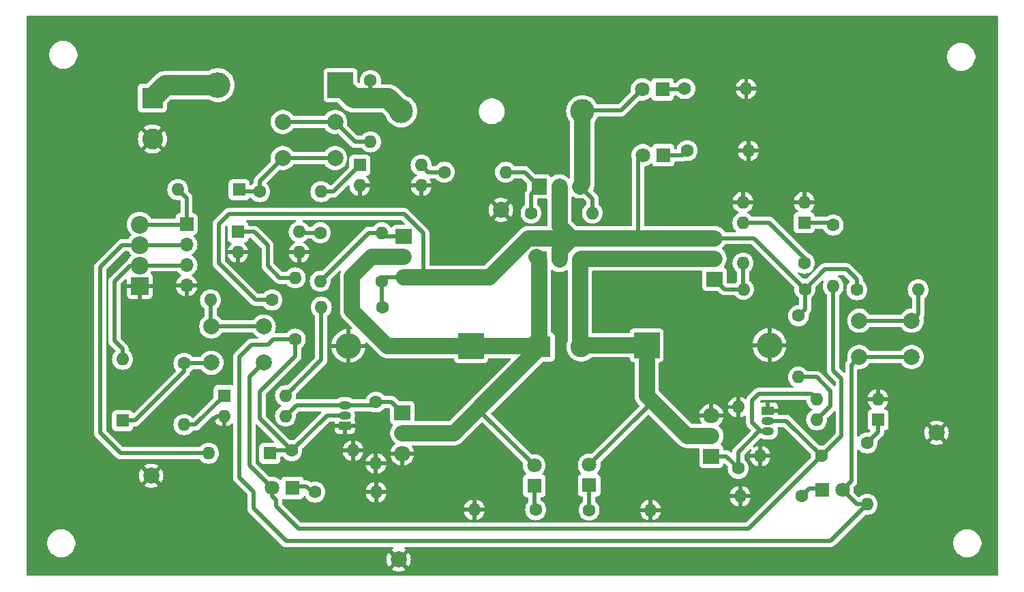
<source format=gbr>
%TF.GenerationSoftware,KiCad,Pcbnew,8.0.0*%
%TF.CreationDate,2024-03-17T18:16:09+01:00*%
%TF.ProjectId,Motor_Control,4d6f746f-725f-4436-9f6e-74726f6c2e6b,rev?*%
%TF.SameCoordinates,Original*%
%TF.FileFunction,Copper,L1,Top*%
%TF.FilePolarity,Positive*%
%FSLAX46Y46*%
G04 Gerber Fmt 4.6, Leading zero omitted, Abs format (unit mm)*
G04 Created by KiCad (PCBNEW 8.0.0) date 2024-03-17 18:16:09*
%MOMM*%
%LPD*%
G01*
G04 APERTURE LIST*
%TA.AperFunction,ComponentPad*%
%ADD10R,1.800000X1.800000*%
%TD*%
%TA.AperFunction,ComponentPad*%
%ADD11C,1.800000*%
%TD*%
%TA.AperFunction,ComponentPad*%
%ADD12C,1.600000*%
%TD*%
%TA.AperFunction,ComponentPad*%
%ADD13O,1.600000X1.600000*%
%TD*%
%TA.AperFunction,ComponentPad*%
%ADD14C,2.000000*%
%TD*%
%TA.AperFunction,ComponentPad*%
%ADD15R,1.905000X2.000000*%
%TD*%
%TA.AperFunction,ComponentPad*%
%ADD16O,1.905000X2.000000*%
%TD*%
%TA.AperFunction,ComponentPad*%
%ADD17R,1.600000X1.600000*%
%TD*%
%TA.AperFunction,ComponentPad*%
%ADD18R,2.000000X1.905000*%
%TD*%
%TA.AperFunction,ComponentPad*%
%ADD19O,2.000000X1.905000*%
%TD*%
%TA.AperFunction,ComponentPad*%
%ADD20R,3.200000X3.200000*%
%TD*%
%TA.AperFunction,ComponentPad*%
%ADD21O,3.200000X3.200000*%
%TD*%
%TA.AperFunction,ComponentPad*%
%ADD22R,1.500000X1.050000*%
%TD*%
%TA.AperFunction,ComponentPad*%
%ADD23O,1.500000X1.050000*%
%TD*%
%TA.AperFunction,ComponentPad*%
%ADD24R,2.600000X2.600000*%
%TD*%
%TA.AperFunction,ComponentPad*%
%ADD25C,2.600000*%
%TD*%
%TA.AperFunction,ComponentPad*%
%ADD26R,1.700000X1.700000*%
%TD*%
%TA.AperFunction,ComponentPad*%
%ADD27O,1.700000X1.700000*%
%TD*%
%TA.AperFunction,ComponentPad*%
%ADD28R,2.200000X2.200000*%
%TD*%
%TA.AperFunction,ComponentPad*%
%ADD29C,2.200000*%
%TD*%
%TA.AperFunction,ComponentPad*%
%ADD30C,3.000000*%
%TD*%
%TA.AperFunction,Conductor*%
%ADD31C,2.500000*%
%TD*%
%TA.AperFunction,Conductor*%
%ADD32C,0.500000*%
%TD*%
%TA.AperFunction,Conductor*%
%ADD33C,2.000000*%
%TD*%
G04 APERTURE END LIST*
D10*
%TO.P,D1,1,K*%
%TO.N,Net-(D1-K)*%
X221742000Y-51816000D03*
D11*
%TO.P,D1,2,A*%
%TO.N,Net-(D1-A)*%
X219202000Y-51816000D03*
%TD*%
D12*
%TO.P,R19,1*%
%TO.N,/IN_B*%
X241475000Y-97375000D03*
D13*
%TO.P,R19,2*%
%TO.N,GND*%
X233855000Y-97375000D03*
%TD*%
D14*
%TO.P,SW2,1,A*%
%TO.N,/IN_A*%
X252678000Y-85054000D03*
X246178000Y-85054000D03*
%TO.P,SW2,2,B*%
%TO.N,Net-(SW2A-B)*%
X252678000Y-80554000D03*
X246178000Y-80554000D03*
%TD*%
D12*
%TO.P,R3,1*%
%TO.N,Net-(D2-K)*%
X224790000Y-59425000D03*
D13*
%TO.P,R3,2*%
%TO.N,GND*%
X232410000Y-59425000D03*
%TD*%
D15*
%TO.P,Q1,1,G*%
%TO.N,Net-(Q1-G)*%
X206395000Y-63875000D03*
D16*
%TO.P,Q1,2,D*%
%TO.N,+VCC_Motor*%
X208935000Y-63875000D03*
%TO.P,Q1,3,S*%
%TO.N,Net-(D1-A)*%
X211475000Y-63875000D03*
%TD*%
D17*
%TO.P,U3,1*%
%TO.N,Net-(R11-Pad1)*%
X239345000Y-68375000D03*
D13*
%TO.P,U3,2*%
%TO.N,GND*%
X239345000Y-65835000D03*
%TO.P,U3,3*%
X231725000Y-65835000D03*
%TO.P,U3,4*%
%TO.N,Net-(R10-Pad1)*%
X231725000Y-68375000D03*
%TD*%
D12*
%TO.P,R26,1*%
%TO.N,+VCC_Motor*%
X173228000Y-77978000D03*
D13*
%TO.P,R26,2*%
%TO.N,Net-(SW1A-B)*%
X165608000Y-77978000D03*
%TD*%
D18*
%TO.P,Q3,1,G*%
%TO.N,Net-(Q3-G)*%
X228195000Y-75383000D03*
D19*
%TO.P,Q3,2,D*%
%TO.N,Net-(D5-K)*%
X228195000Y-72843000D03*
%TO.P,Q3,3,S*%
%TO.N,+VCC_Motor*%
X228195000Y-70303000D03*
%TD*%
D12*
%TO.P,R10,1*%
%TO.N,Net-(R10-Pad1)*%
X239360000Y-73400000D03*
D13*
%TO.P,R10,2*%
%TO.N,Net-(Q3-G)*%
X231740000Y-73400000D03*
%TD*%
D10*
%TO.P,D6,1,K*%
%TO.N,Net-(D6-K)*%
X175768000Y-101346000D03*
D11*
%TO.P,D6,2,A*%
%TO.N,/IN_B*%
X173228000Y-101346000D03*
%TD*%
D12*
%TO.P,R21,1*%
%TO.N,Net-(D7-K)*%
X239014000Y-102362000D03*
D13*
%TO.P,R21,2*%
%TO.N,GND*%
X231394000Y-102362000D03*
%TD*%
D17*
%TO.P,U4,1*%
%TO.N,Net-(R14-Pad2)*%
X167300000Y-89875000D03*
D13*
%TO.P,U4,2*%
%TO.N,GND*%
X167300000Y-92415000D03*
%TO.P,U4,3*%
%TO.N,Net-(Q4-G)*%
X174920000Y-92415000D03*
%TO.P,U4,4*%
%TO.N,Net-(R12-Pad2)*%
X174920000Y-89875000D03*
%TD*%
D12*
%TO.P,R13,1*%
%TO.N,+VCC_Motor*%
X238615000Y-79940000D03*
D13*
%TO.P,R13,2*%
%TO.N,Net-(R13-Pad2)*%
X238615000Y-87560000D03*
%TD*%
D14*
%TO.P,SW3,1,A*%
%TO.N,/ENABLE*%
X181075000Y-60350000D03*
X174575000Y-60350000D03*
%TO.P,SW3,2,B*%
%TO.N,Net-(SW3A-B)*%
X181075000Y-55850000D03*
X174575000Y-55850000D03*
%TD*%
D12*
%TO.P,R15,1*%
%TO.N,Net-(R15-Pad1)*%
X247142000Y-95758000D03*
D13*
%TO.P,R15,2*%
%TO.N,/IN_A*%
X247142000Y-103378000D03*
%TD*%
D12*
%TO.P,R14,1*%
%TO.N,/IN_B*%
X162306000Y-85852000D03*
D13*
%TO.P,R14,2*%
%TO.N,Net-(R14-Pad2)*%
X162306000Y-93472000D03*
%TD*%
D12*
%TO.P,R1,1*%
%TO.N,Net-(Q1-G)*%
X205415000Y-67175000D03*
D13*
%TO.P,R1,2*%
%TO.N,Net-(D1-A)*%
X213035000Y-67175000D03*
%TD*%
D17*
%TO.P,U2,1*%
%TO.N,Net-(R8-Pad2)*%
X169000000Y-69525000D03*
D13*
%TO.P,U2,2*%
%TO.N,GND*%
X169000000Y-72065000D03*
%TO.P,U2,3*%
X176620000Y-72065000D03*
%TO.P,U2,4*%
%TO.N,Net-(R9-Pad1)*%
X176620000Y-69525000D03*
%TD*%
D12*
%TO.P,R6,1*%
%TO.N,+VCC_Motor*%
X186860000Y-75650000D03*
D13*
%TO.P,R6,2*%
%TO.N,Net-(Q2-G)*%
X179240000Y-75650000D03*
%TD*%
D10*
%TO.P,D2,1,K*%
%TO.N,Net-(D2-K)*%
X221825000Y-60000000D03*
D11*
%TO.P,D2,2,A*%
%TO.N,+VCC_Motor*%
X219285000Y-60000000D03*
%TD*%
D17*
%TO.P,U5,1*%
%TO.N,Net-(R15-Pad1)*%
X248500000Y-92875000D03*
D13*
%TO.P,U5,2*%
%TO.N,GND*%
X248500000Y-90335000D03*
%TO.P,U5,3*%
%TO.N,Net-(Q5-G)*%
X240880000Y-90335000D03*
%TO.P,U5,4*%
%TO.N,Net-(R13-Pad2)*%
X240880000Y-92875000D03*
%TD*%
D12*
%TO.P,R11,1*%
%TO.N,Net-(R11-Pad1)*%
X242925000Y-68665000D03*
D13*
%TO.P,R11,2*%
%TO.N,/IN_B*%
X242925000Y-76285000D03*
%TD*%
D12*
%TO.P,R16,1*%
%TO.N,Net-(Q4-G)*%
X186150000Y-90665000D03*
D13*
%TO.P,R16,2*%
%TO.N,GND*%
X186150000Y-98285000D03*
%TD*%
D20*
%TO.P,D5,1,K*%
%TO.N,Net-(D5-K)*%
X219773000Y-83601000D03*
D21*
%TO.P,D5,2,A*%
%TO.N,GND*%
X235013000Y-83601000D03*
%TD*%
D18*
%TO.P,Q5,1,G*%
%TO.N,Net-(Q5-G)*%
X227798000Y-97420000D03*
D19*
%TO.P,Q5,2,D*%
%TO.N,Net-(D5-K)*%
X227798000Y-94880000D03*
%TO.P,Q5,3,S*%
%TO.N,GND*%
X227798000Y-92340000D03*
%TD*%
D22*
%TO.P,Q7,1,S*%
%TO.N,GND*%
X234825000Y-91750000D03*
D23*
%TO.P,Q7,2,G*%
%TO.N,/IN_B*%
X234825000Y-93020000D03*
%TO.P,Q7,3,D*%
%TO.N,Net-(Q5-G)*%
X234825000Y-94290000D03*
%TD*%
D12*
%TO.P,R18,1*%
%TO.N,/IN_A*%
X175690000Y-96700000D03*
D13*
%TO.P,R18,2*%
%TO.N,GND*%
X183310000Y-96700000D03*
%TD*%
D24*
%TO.P,J1,1,Pin_1*%
%TO.N,+24V*%
X158395000Y-52880000D03*
D25*
%TO.P,J1,2,Pin_2*%
%TO.N,GND*%
X158395000Y-57960000D03*
%TD*%
D26*
%TO.P,J2,1,Pin_1*%
%TO.N,Net-(D13-A)*%
X162624000Y-68567000D03*
D27*
%TO.P,J2,2,Pin_2*%
%TO.N,Net-(D10-A)*%
X162624000Y-71107000D03*
%TO.P,J2,3,Pin_3*%
%TO.N,Net-(D11-A)*%
X162624000Y-73647000D03*
%TO.P,J2,4,Pin_4*%
%TO.N,GND*%
X162624000Y-76187000D03*
%TD*%
D22*
%TO.P,Q6,1,S*%
%TO.N,GND*%
X182285000Y-93595000D03*
D23*
%TO.P,Q6,2,G*%
%TO.N,/IN_A*%
X182285000Y-92325000D03*
%TO.P,Q6,3,D*%
%TO.N,Net-(Q4-G)*%
X182285000Y-91055000D03*
%TD*%
D17*
%TO.P,D11,1,K*%
%TO.N,/IN_B*%
X154686000Y-92964000D03*
D13*
%TO.P,D11,2,A*%
%TO.N,Net-(D11-A)*%
X154686000Y-85344000D03*
%TD*%
D12*
%TO.P,R8,1*%
%TO.N,/IN_A*%
X176125000Y-82860000D03*
D13*
%TO.P,R8,2*%
%TO.N,Net-(R8-Pad2)*%
X176125000Y-75240000D03*
%TD*%
D12*
%TO.P,R4,1*%
%TO.N,/ENABLE*%
X171704000Y-64516000D03*
D13*
%TO.P,R4,2*%
%TO.N,Net-(R4-Pad2)*%
X179324000Y-64516000D03*
%TD*%
D14*
%TO.P,SW1,1,A*%
%TO.N,/IN_B*%
X172212000Y-85780000D03*
X165712000Y-85780000D03*
%TO.P,SW1,2,B*%
%TO.N,Net-(SW1A-B)*%
X172212000Y-81280000D03*
X165712000Y-81280000D03*
%TD*%
D10*
%TO.P,D9,1,K*%
%TO.N,Net-(D9-K)*%
X212625000Y-101025000D03*
D11*
%TO.P,D9,2,A*%
%TO.N,Net-(D5-K)*%
X212625000Y-98485000D03*
%TD*%
D17*
%TO.P,D13,1,K*%
%TO.N,/ENABLE*%
X169164000Y-64262000D03*
D13*
%TO.P,D13,2,A*%
%TO.N,Net-(D13-A)*%
X161544000Y-64262000D03*
%TD*%
D10*
%TO.P,D7,1,K*%
%TO.N,Net-(D7-K)*%
X241544000Y-101600000D03*
D11*
%TO.P,D7,2,A*%
%TO.N,/IN_A*%
X244084000Y-101600000D03*
%TD*%
D12*
%TO.P,R12,1*%
%TO.N,+VCC_Motor*%
X186975000Y-78875000D03*
D13*
%TO.P,R12,2*%
%TO.N,Net-(R12-Pad2)*%
X179355000Y-78875000D03*
%TD*%
D12*
%TO.P,R2,1*%
%TO.N,Net-(D1-K)*%
X224507000Y-51716000D03*
D13*
%TO.P,R2,2*%
%TO.N,GND*%
X232127000Y-51716000D03*
%TD*%
D18*
%TO.P,Q4,1,G*%
%TO.N,Net-(Q4-G)*%
X189416000Y-91994000D03*
D19*
%TO.P,Q4,2,D*%
%TO.N,Net-(D4-K)*%
X189416000Y-94534000D03*
%TO.P,Q4,3,S*%
%TO.N,GND*%
X189416000Y-97074000D03*
%TD*%
D17*
%TO.P,D10,1,K*%
%TO.N,/IN_A*%
X172974000Y-97028000D03*
D13*
%TO.P,D10,2,A*%
%TO.N,Net-(D10-A)*%
X165354000Y-97028000D03*
%TD*%
D28*
%TO.P,J4,1,Pin_1*%
%TO.N,GND*%
X156809000Y-76232000D03*
D29*
%TO.P,J4,2,Pin_2*%
%TO.N,Net-(D11-A)*%
X156809000Y-73692000D03*
%TO.P,J4,3,Pin_3*%
%TO.N,Net-(D10-A)*%
X156809000Y-71152000D03*
%TO.P,J4,4,Pin_4*%
%TO.N,Net-(D13-A)*%
X156809000Y-68612000D03*
%TD*%
D17*
%TO.P,U1,1*%
%TO.N,Net-(R4-Pad2)*%
X184150000Y-61214000D03*
D13*
%TO.P,U1,2*%
%TO.N,GND*%
X184150000Y-63754000D03*
%TO.P,U1,3*%
X191770000Y-63754000D03*
%TO.P,U1,4*%
%TO.N,Net-(R5-Pad1)*%
X191770000Y-61214000D03*
%TD*%
D12*
%TO.P,R9,1*%
%TO.N,Net-(R9-Pad1)*%
X179240000Y-69625000D03*
D13*
%TO.P,R9,2*%
%TO.N,Net-(Q2-G)*%
X186860000Y-69625000D03*
%TD*%
D14*
%TO.P,H7,1,1*%
%TO.N,GND*%
X158242000Y-99822000D03*
%TD*%
%TO.P,H1,1,1*%
%TO.N,GND*%
X188976000Y-110236000D03*
%TD*%
D10*
%TO.P,D8,1,K*%
%TO.N,Net-(D8-K)*%
X205810000Y-101100000D03*
D11*
%TO.P,D8,2,A*%
%TO.N,Net-(D4-K)*%
X205810000Y-98560000D03*
%TD*%
D18*
%TO.P,Q2,1,G*%
%TO.N,Net-(Q2-G)*%
X189600000Y-70125000D03*
D19*
%TO.P,Q2,2,D*%
%TO.N,Net-(D4-K)*%
X189600000Y-72665000D03*
%TO.P,Q2,3,S*%
%TO.N,+VCC_Motor*%
X189600000Y-75205000D03*
%TD*%
D12*
%TO.P,R25,1*%
%TO.N,Net-(D14-K)*%
X185465000Y-50715000D03*
D13*
%TO.P,R25,2*%
%TO.N,Net-(SW3A-B)*%
X185465000Y-58335000D03*
%TD*%
D20*
%TO.P,D14,1,K*%
%TO.N,Net-(D14-K)*%
X181750000Y-51275000D03*
D21*
%TO.P,D14,2,A*%
%TO.N,+24V*%
X166510000Y-51275000D03*
%TD*%
D14*
%TO.P,H8,1,1*%
%TO.N,GND*%
X255778000Y-94488000D03*
%TD*%
D12*
%TO.P,R22,1*%
%TO.N,Net-(D8-K)*%
X205985000Y-104050000D03*
D13*
%TO.P,R22,2*%
%TO.N,GND*%
X198365000Y-104050000D03*
%TD*%
D24*
%TO.P,J3,1,Pin_1*%
%TO.N,Net-(D4-K)*%
X206545000Y-83825000D03*
D25*
%TO.P,J3,2,Pin_2*%
%TO.N,Net-(D5-K)*%
X211625000Y-83825000D03*
%TD*%
D12*
%TO.P,R7,1*%
%TO.N,+VCC_Motor*%
X239425000Y-76650000D03*
D13*
%TO.P,R7,2*%
%TO.N,Net-(Q3-G)*%
X231805000Y-76650000D03*
%TD*%
D20*
%TO.P,D4,1,K*%
%TO.N,Net-(D4-K)*%
X197970000Y-83700000D03*
D21*
%TO.P,D4,2,A*%
%TO.N,GND*%
X182730000Y-83700000D03*
%TD*%
D30*
%TO.P,F1,1*%
%TO.N,Net-(D14-K)*%
X189275000Y-54525000D03*
%TO.P,F1,2*%
%TO.N,Net-(D1-A)*%
X211775000Y-54525000D03*
%TD*%
D14*
%TO.P,H2,1,1*%
%TO.N,GND*%
X201676000Y-66794000D03*
%TD*%
D12*
%TO.P,R23,1*%
%TO.N,Net-(D9-K)*%
X212615000Y-104100000D03*
D13*
%TO.P,R23,2*%
%TO.N,GND*%
X220235000Y-104100000D03*
%TD*%
D12*
%TO.P,R20,1*%
%TO.N,Net-(D6-K)*%
X178562000Y-101854000D03*
D13*
%TO.P,R20,2*%
%TO.N,GND*%
X186182000Y-101854000D03*
%TD*%
D12*
%TO.P,R17,1*%
%TO.N,Net-(Q5-G)*%
X231140000Y-98910000D03*
D13*
%TO.P,R17,2*%
%TO.N,GND*%
X231140000Y-91290000D03*
%TD*%
D15*
%TO.P,D3,1,A*%
%TO.N,Net-(D4-K)*%
X206395000Y-73000000D03*
D16*
%TO.P,D3,2,K*%
%TO.N,+VCC_Motor*%
X208935000Y-73000000D03*
%TO.P,D3,3,A*%
%TO.N,Net-(D5-K)*%
X211475000Y-73000000D03*
%TD*%
D12*
%TO.P,R24,1*%
%TO.N,+VCC_Motor*%
X245872000Y-76708000D03*
D13*
%TO.P,R24,2*%
%TO.N,Net-(SW2A-B)*%
X253492000Y-76708000D03*
%TD*%
D12*
%TO.P,R5,1*%
%TO.N,Net-(R5-Pad1)*%
X194630000Y-62100000D03*
D13*
%TO.P,R5,2*%
%TO.N,Net-(Q1-G)*%
X202250000Y-62100000D03*
%TD*%
D31*
%TO.N,+24V*%
X166510000Y-51275000D02*
X160000000Y-51275000D01*
X160000000Y-51275000D02*
X158395000Y-52880000D01*
D32*
%TO.N,Net-(D1-K)*%
X224407000Y-51816000D02*
X224507000Y-51716000D01*
X221742000Y-51816000D02*
X224407000Y-51816000D01*
D33*
%TO.N,+VCC_Motor*%
X205115428Y-70303000D02*
X200213428Y-75205000D01*
X192024000Y-75205000D02*
X189600000Y-75205000D01*
X200213428Y-75205000D02*
X192024000Y-75205000D01*
D32*
X173228000Y-77978000D02*
X171196000Y-77978000D01*
X166624000Y-73406000D02*
X166624000Y-68580000D01*
X233078000Y-70303000D02*
X239425000Y-76650000D01*
X244602000Y-74168000D02*
X245872000Y-75438000D01*
X241907000Y-74168000D02*
X244602000Y-74168000D01*
D33*
X205115428Y-70303000D02*
X210457000Y-70303000D01*
D32*
X228195000Y-70303000D02*
X233078000Y-70303000D01*
X218710000Y-60575000D02*
X218710000Y-70293000D01*
X192024000Y-69696500D02*
X192024000Y-75205000D01*
D33*
X209035000Y-71725000D02*
X208935000Y-71725000D01*
D32*
X189637500Y-67310000D02*
X192024000Y-69696500D01*
X167894000Y-67310000D02*
X189637500Y-67310000D01*
X186860000Y-78760000D02*
X186975000Y-78875000D01*
D33*
X228195000Y-70303000D02*
X218700000Y-70303000D01*
D32*
X171196000Y-77978000D02*
X166624000Y-73406000D01*
D33*
X218700000Y-70303000D02*
X210457000Y-70303000D01*
D32*
X166624000Y-68580000D02*
X167894000Y-67310000D01*
X239425000Y-76650000D02*
X239425000Y-79130000D01*
X186860000Y-75650000D02*
X186860000Y-78760000D01*
D33*
X208935000Y-68781000D02*
X210457000Y-70303000D01*
D32*
X245872000Y-75438000D02*
X245872000Y-76708000D01*
X218710000Y-70293000D02*
X218700000Y-70303000D01*
D33*
X210457000Y-70303000D02*
X209035000Y-71725000D01*
X208935000Y-63875000D02*
X208935000Y-68781000D01*
X208935000Y-71725000D02*
X208935000Y-73000000D01*
D32*
X219285000Y-60000000D02*
X218710000Y-60575000D01*
X239425000Y-79130000D02*
X238615000Y-79940000D01*
X187305000Y-75205000D02*
X186860000Y-75650000D01*
X189600000Y-75205000D02*
X187305000Y-75205000D01*
X239425000Y-76650000D02*
X241907000Y-74168000D01*
%TO.N,GND*%
X166411000Y-92415000D02*
X165862000Y-92964000D01*
X167300000Y-92415000D02*
X166411000Y-92415000D01*
%TO.N,/ENABLE*%
X174575000Y-60350000D02*
X171704000Y-63221000D01*
X169418000Y-64516000D02*
X169164000Y-64262000D01*
X171704000Y-63221000D02*
X171704000Y-64516000D01*
X181075000Y-60350000D02*
X174575000Y-60350000D01*
X171704000Y-64516000D02*
X169418000Y-64516000D01*
%TO.N,/IN_B*%
X162306000Y-86868000D02*
X162306000Y-85852000D01*
X242925000Y-86725000D02*
X243975000Y-87775000D01*
X173228000Y-102362000D02*
X173228000Y-101346000D01*
X243975000Y-94875000D02*
X241475000Y-97375000D01*
X173736000Y-103632000D02*
X173736000Y-102870000D01*
X173736000Y-102870000D02*
X173228000Y-102362000D01*
X176530000Y-106426000D02*
X173736000Y-103632000D01*
X243975000Y-87775000D02*
X243975000Y-94875000D01*
X242925000Y-76285000D02*
X242925000Y-86725000D01*
X241475000Y-97375000D02*
X232424000Y-106426000D01*
X170434000Y-87558000D02*
X170434000Y-98552000D01*
X234825000Y-93020000D02*
X237120000Y-93020000D01*
X170434000Y-98552000D02*
X173228000Y-101346000D01*
X156210000Y-92964000D02*
X162306000Y-86868000D01*
X237120000Y-93020000D02*
X241475000Y-97375000D01*
X232424000Y-106426000D02*
X176530000Y-106426000D01*
X172212000Y-85780000D02*
X170434000Y-87558000D01*
X165640000Y-85852000D02*
X165712000Y-85780000D01*
X162306000Y-85852000D02*
X165640000Y-85852000D01*
X154686000Y-92964000D02*
X156210000Y-92964000D01*
%TO.N,/IN_A*%
X169164000Y-100049950D02*
X170942000Y-101827950D01*
X176125000Y-82860000D02*
X173426000Y-82860000D01*
X170688000Y-83566000D02*
X169164000Y-85090000D01*
X246178000Y-85054000D02*
X245178000Y-86054000D01*
X245178000Y-100506000D02*
X244084000Y-101600000D01*
X173426000Y-82860000D02*
X172720000Y-83566000D01*
X175006000Y-107950000D02*
X242570000Y-107950000D01*
X247142000Y-103378000D02*
X245862000Y-103378000D01*
X245178000Y-86054000D02*
X245178000Y-100506000D01*
X169164000Y-85090000D02*
X169164000Y-100049950D01*
X242570000Y-107950000D02*
X247142000Y-103378000D01*
X173302000Y-96700000D02*
X172974000Y-97028000D01*
X180065000Y-92325000D02*
X175690000Y-96700000D01*
X245862000Y-103378000D02*
X244084000Y-101600000D01*
X170942000Y-103886000D02*
X175006000Y-107950000D01*
X170942000Y-101827950D02*
X170942000Y-103886000D01*
X171704000Y-89408000D02*
X171704000Y-92714000D01*
X176125000Y-82860000D02*
X176125000Y-84987000D01*
X172720000Y-83566000D02*
X170688000Y-83566000D01*
X171704000Y-92714000D02*
X175690000Y-96700000D01*
X175690000Y-96700000D02*
X173302000Y-96700000D01*
X182285000Y-92325000D02*
X180065000Y-92325000D01*
X252678000Y-85054000D02*
X246178000Y-85054000D01*
X176125000Y-84987000D02*
X171704000Y-89408000D01*
%TO.N,Net-(Q1-G)*%
X202250000Y-62100000D02*
X204620000Y-62100000D01*
X205415000Y-64855000D02*
X206395000Y-63875000D01*
X205415000Y-67175000D02*
X205415000Y-64855000D01*
X204620000Y-62100000D02*
X206395000Y-63875000D01*
%TO.N,Net-(Q3-G)*%
X229462000Y-76650000D02*
X228195000Y-75383000D01*
X231740000Y-73400000D02*
X231740000Y-76585000D01*
X231740000Y-76585000D02*
X231805000Y-76650000D01*
X231805000Y-76650000D02*
X229462000Y-76650000D01*
%TO.N,Net-(Q5-G)*%
X234825000Y-94290000D02*
X233940000Y-94290000D01*
X233735000Y-94290000D02*
X234825000Y-94290000D01*
X240207000Y-89662000D02*
X240880000Y-90335000D01*
X232875000Y-90467000D02*
X233680000Y-89662000D01*
X231140000Y-96885000D02*
X233735000Y-94290000D01*
X227798000Y-97420000D02*
X229650000Y-97420000D01*
X233940000Y-94290000D02*
X232875000Y-93225000D01*
X231140000Y-98910000D02*
X231140000Y-96885000D01*
X232875000Y-93225000D02*
X232875000Y-90467000D01*
X233680000Y-89662000D02*
X240207000Y-89662000D01*
X229650000Y-97420000D02*
X231140000Y-98910000D01*
%TO.N,Net-(D2-K)*%
X224215000Y-60000000D02*
X224790000Y-59425000D01*
X221825000Y-60000000D02*
X224215000Y-60000000D01*
D33*
%TO.N,Net-(D4-K)*%
X197970000Y-83700000D02*
X206420000Y-83700000D01*
X206395000Y-73000000D02*
X206395000Y-83675000D01*
X206420000Y-83700000D02*
X206545000Y-83825000D01*
X183175000Y-75100000D02*
X183175000Y-79300000D01*
D32*
X205810000Y-98560000D02*
X198841000Y-91591000D01*
D33*
X206060000Y-72665000D02*
X206395000Y-73000000D01*
X206395000Y-83675000D02*
X206545000Y-83825000D01*
X195836000Y-94534000D02*
X189416000Y-94534000D01*
D32*
X198841000Y-91591000D02*
X198779000Y-91591000D01*
D33*
X189600000Y-72665000D02*
X185610000Y-72665000D01*
X183175000Y-79300000D02*
X187575000Y-83700000D01*
X187575000Y-83700000D02*
X197970000Y-83700000D01*
X198779000Y-91591000D02*
X195836000Y-94534000D01*
X185610000Y-72665000D02*
X183175000Y-75100000D01*
X206545000Y-83825000D02*
X198779000Y-91591000D01*
%TO.N,Net-(D5-K)*%
X211632000Y-72843000D02*
X211475000Y-73000000D01*
X219773000Y-83601000D02*
X211849000Y-83601000D01*
D32*
X219773000Y-91337000D02*
X219773000Y-89855000D01*
D33*
X211475000Y-73000000D02*
X211475000Y-83675000D01*
X219773000Y-89855000D02*
X224798000Y-94880000D01*
D32*
X212625000Y-98485000D02*
X219773000Y-91337000D01*
D33*
X228195000Y-72843000D02*
X211632000Y-72843000D01*
X219773000Y-83601000D02*
X219773000Y-89855000D01*
X224798000Y-94880000D02*
X227798000Y-94880000D01*
X211849000Y-83601000D02*
X211625000Y-83825000D01*
X211475000Y-83675000D02*
X211625000Y-83825000D01*
D32*
%TO.N,Net-(D6-K)*%
X177515000Y-101175000D02*
X178290000Y-101950000D01*
X175675000Y-101175000D02*
X177515000Y-101175000D01*
%TO.N,Net-(D7-K)*%
X239925000Y-101425000D02*
X239175000Y-102175000D01*
X241525000Y-101425000D02*
X239925000Y-101425000D01*
%TO.N,Net-(Q2-G)*%
X189600000Y-70125000D02*
X187360000Y-70125000D01*
X187360000Y-70125000D02*
X186860000Y-69625000D01*
X179240000Y-75650000D02*
X185265000Y-69625000D01*
X185265000Y-69625000D02*
X186860000Y-69625000D01*
%TO.N,Net-(Q4-G)*%
X188087000Y-90665000D02*
X189416000Y-91994000D01*
X176280000Y-91055000D02*
X182285000Y-91055000D01*
X182285000Y-91055000D02*
X185760000Y-91055000D01*
X186150000Y-90665000D02*
X188087000Y-90665000D01*
X185760000Y-91055000D02*
X186150000Y-90665000D01*
X174920000Y-92415000D02*
X176280000Y-91055000D01*
D33*
%TO.N,Net-(D1-A)*%
X211775000Y-63575000D02*
X211475000Y-63875000D01*
D32*
X213035000Y-67175000D02*
X213035000Y-65435000D01*
X211850000Y-54450000D02*
X211775000Y-54525000D01*
X219202000Y-51816000D02*
X216568000Y-54450000D01*
X216568000Y-54450000D02*
X211850000Y-54450000D01*
X213035000Y-65435000D02*
X211475000Y-63875000D01*
D33*
X211775000Y-54525000D02*
X211775000Y-63575000D01*
D32*
%TO.N,Net-(R9-Pad1)*%
X176720000Y-69625000D02*
X176620000Y-69525000D01*
X179240000Y-69625000D02*
X176720000Y-69625000D01*
%TO.N,Net-(R12-Pad2)*%
X179355000Y-78875000D02*
X179355000Y-85440000D01*
X179355000Y-85440000D02*
X174920000Y-89875000D01*
%TO.N,Net-(R13-Pad2)*%
X242625000Y-91130000D02*
X242625000Y-89325000D01*
X240880000Y-92875000D02*
X242625000Y-91130000D01*
X240860000Y-87560000D02*
X238615000Y-87560000D01*
X242625000Y-89325000D02*
X240860000Y-87560000D01*
%TO.N,Net-(R15-Pad1)*%
X248500000Y-92875000D02*
X248500000Y-94400000D01*
X248500000Y-94400000D02*
X247142000Y-95758000D01*
%TO.N,Net-(D8-K)*%
X205810000Y-103875000D02*
X205985000Y-104050000D01*
X205810000Y-101100000D02*
X205810000Y-103875000D01*
%TO.N,Net-(D9-K)*%
X212625000Y-104090000D02*
X212615000Y-104100000D01*
X212625000Y-101025000D02*
X212625000Y-104090000D01*
%TO.N,Net-(SW2A-B)*%
X253492000Y-79740000D02*
X252678000Y-80554000D01*
X253492000Y-76708000D02*
X253492000Y-79740000D01*
X252678000Y-80554000D02*
X246178000Y-80554000D01*
%TO.N,Net-(SW3A-B)*%
X183560000Y-58335000D02*
X181075000Y-55850000D01*
X185465000Y-58335000D02*
X183560000Y-58335000D01*
X174575000Y-55850000D02*
X181075000Y-55850000D01*
%TO.N,Net-(SW1A-B)*%
X172212000Y-81280000D02*
X165712000Y-81280000D01*
X165608000Y-77978000D02*
X165608000Y-81176000D01*
X165608000Y-81176000D02*
X165712000Y-81280000D01*
%TO.N,Net-(D10-A)*%
X156809000Y-71152000D02*
X162579000Y-71152000D01*
X154432000Y-97028000D02*
X165354000Y-97028000D01*
X151892000Y-94488000D02*
X154432000Y-97028000D01*
X156809000Y-71152000D02*
X154654000Y-71152000D01*
X162579000Y-71152000D02*
X162624000Y-71107000D01*
X162684000Y-71167000D02*
X162624000Y-71107000D01*
X151892000Y-73914000D02*
X151892000Y-94488000D01*
X154654000Y-71152000D02*
X151892000Y-73914000D01*
%TO.N,Net-(D11-A)*%
X162719000Y-73742000D02*
X162624000Y-73647000D01*
X155670000Y-73692000D02*
X153670000Y-75692000D01*
X153670000Y-75692000D02*
X153670000Y-83058000D01*
X162579000Y-73692000D02*
X162624000Y-73647000D01*
X153670000Y-83058000D02*
X154686000Y-84074000D01*
X156809000Y-73692000D02*
X162579000Y-73692000D01*
X156809000Y-73692000D02*
X155670000Y-73692000D01*
X154686000Y-84074000D02*
X154686000Y-85344000D01*
%TO.N,Net-(D13-A)*%
X156809000Y-68612000D02*
X162579000Y-68612000D01*
X162624000Y-65342000D02*
X161544000Y-64262000D01*
X162649000Y-68542000D02*
X162624000Y-68567000D01*
X162624000Y-68567000D02*
X162624000Y-65342000D01*
X162579000Y-68612000D02*
X162624000Y-68567000D01*
%TO.N,Net-(D14-K)*%
X185465000Y-52785000D02*
X185325000Y-52925000D01*
D31*
X187675000Y-52925000D02*
X189275000Y-54525000D01*
D32*
X185465000Y-50715000D02*
X185465000Y-52785000D01*
D31*
X183400000Y-52925000D02*
X181750000Y-51275000D01*
X185325000Y-52925000D02*
X183400000Y-52925000D01*
X185325000Y-52925000D02*
X187675000Y-52925000D01*
D32*
%TO.N,Net-(R14-Pad2)*%
X162306000Y-93472000D02*
X163703000Y-93472000D01*
X163703000Y-93472000D02*
X167300000Y-89875000D01*
%TO.N,Net-(R11-Pad1)*%
X242635000Y-68375000D02*
X242925000Y-68665000D01*
X239345000Y-68375000D02*
X242635000Y-68375000D01*
%TO.N,Net-(R10-Pad1)*%
X239360000Y-72760000D02*
X234975000Y-68375000D01*
X234975000Y-68375000D02*
X231725000Y-68375000D01*
X239360000Y-73400000D02*
X239360000Y-72760000D01*
%TO.N,Net-(R5-Pad1)*%
X194630000Y-62100000D02*
X192656000Y-62100000D01*
X192656000Y-62100000D02*
X191770000Y-61214000D01*
%TO.N,Net-(R4-Pad2)*%
X179324000Y-64516000D02*
X180848000Y-64516000D01*
X180848000Y-64516000D02*
X184150000Y-61214000D01*
%TO.N,Net-(R8-Pad2)*%
X172700000Y-73725000D02*
X174215000Y-75240000D01*
X169000000Y-69525000D02*
X171000000Y-69525000D01*
X174215000Y-75240000D02*
X176125000Y-75240000D01*
X172700000Y-71225000D02*
X172700000Y-73725000D01*
X171000000Y-69525000D02*
X172700000Y-71225000D01*
%TD*%
%TA.AperFunction,Conductor*%
%TO.N,GND*%
G36*
X209911474Y-74234869D02*
G01*
X209960169Y-74284974D01*
X209974500Y-74342842D01*
X209974500Y-83078670D01*
X209965928Y-83123972D01*
X209899667Y-83292799D01*
X209899664Y-83292811D01*
X209839616Y-83555898D01*
X209819451Y-83824995D01*
X209819451Y-83825004D01*
X209839616Y-84094101D01*
X209899664Y-84357188D01*
X209899666Y-84357195D01*
X209981270Y-84565118D01*
X209998257Y-84608398D01*
X210133185Y-84842102D01*
X210269080Y-85012509D01*
X210301442Y-85053089D01*
X210466153Y-85205917D01*
X210499259Y-85236635D01*
X210722226Y-85388651D01*
X210965359Y-85505738D01*
X211223228Y-85585280D01*
X211223229Y-85585280D01*
X211223232Y-85585281D01*
X211490063Y-85625499D01*
X211490068Y-85625499D01*
X211490071Y-85625500D01*
X211490072Y-85625500D01*
X211759928Y-85625500D01*
X211759929Y-85625500D01*
X211759936Y-85625499D01*
X212026767Y-85585281D01*
X212026768Y-85585280D01*
X212026772Y-85585280D01*
X212284641Y-85505738D01*
X212492779Y-85405504D01*
X212527767Y-85388655D01*
X212527767Y-85388654D01*
X212527775Y-85388651D01*
X212750741Y-85236635D01*
X212860708Y-85134600D01*
X212923239Y-85103433D01*
X212945048Y-85101500D01*
X217548501Y-85101500D01*
X217615540Y-85121185D01*
X217661295Y-85173989D01*
X217672501Y-85225500D01*
X217672501Y-85248876D01*
X217678908Y-85308483D01*
X217729202Y-85443328D01*
X217729206Y-85443335D01*
X217815452Y-85558544D01*
X217815455Y-85558547D01*
X217930664Y-85644793D01*
X217930671Y-85644797D01*
X217968519Y-85658913D01*
X218065517Y-85695091D01*
X218125127Y-85701500D01*
X218148497Y-85701499D01*
X218215536Y-85721181D01*
X218261292Y-85773983D01*
X218272500Y-85825499D01*
X218272500Y-89973097D01*
X218309446Y-90206368D01*
X218382433Y-90430996D01*
X218469427Y-90601730D01*
X218489657Y-90641434D01*
X218591295Y-90781326D01*
X218628484Y-90832511D01*
X218834621Y-91038648D01*
X218868106Y-91099971D01*
X218863122Y-91169663D01*
X218834621Y-91214010D01*
X212977362Y-97071268D01*
X212916039Y-97104753D01*
X212869272Y-97105896D01*
X212741049Y-97084500D01*
X212508951Y-97084500D01*
X212463164Y-97092140D01*
X212280015Y-97122702D01*
X212060504Y-97198061D01*
X212060495Y-97198064D01*
X211856371Y-97308531D01*
X211856365Y-97308535D01*
X211673222Y-97451081D01*
X211673219Y-97451084D01*
X211516016Y-97621852D01*
X211389075Y-97816151D01*
X211295842Y-98028699D01*
X211238866Y-98253691D01*
X211238864Y-98253702D01*
X211219700Y-98484993D01*
X211219700Y-98485006D01*
X211238864Y-98716297D01*
X211238866Y-98716308D01*
X211295842Y-98941300D01*
X211389075Y-99153848D01*
X211516016Y-99348147D01*
X211516019Y-99348151D01*
X211516021Y-99348153D01*
X211610803Y-99451114D01*
X211641724Y-99513767D01*
X211633864Y-99583193D01*
X211589716Y-99637348D01*
X211562906Y-99651277D01*
X211482669Y-99681203D01*
X211482664Y-99681206D01*
X211367455Y-99767452D01*
X211367452Y-99767455D01*
X211281206Y-99882664D01*
X211281202Y-99882671D01*
X211230908Y-100017517D01*
X211226442Y-100059061D01*
X211224501Y-100077123D01*
X211224500Y-100077135D01*
X211224500Y-101972870D01*
X211224501Y-101972876D01*
X211230908Y-102032483D01*
X211281202Y-102167328D01*
X211281206Y-102167335D01*
X211367452Y-102282544D01*
X211367455Y-102282547D01*
X211482664Y-102368793D01*
X211482671Y-102368797D01*
X211527618Y-102385561D01*
X211617517Y-102419091D01*
X211677127Y-102425500D01*
X211750500Y-102425499D01*
X211817538Y-102445183D01*
X211863294Y-102497986D01*
X211874500Y-102549499D01*
X211874500Y-102966334D01*
X211854815Y-103033373D01*
X211821626Y-103067907D01*
X211775862Y-103099952D01*
X211614951Y-103260862D01*
X211484432Y-103447265D01*
X211484431Y-103447267D01*
X211388261Y-103653502D01*
X211388258Y-103653511D01*
X211329366Y-103873302D01*
X211329364Y-103873313D01*
X211309532Y-104099998D01*
X211309532Y-104100001D01*
X211329364Y-104326686D01*
X211329366Y-104326697D01*
X211388258Y-104546488D01*
X211388261Y-104546497D01*
X211484431Y-104752732D01*
X211484432Y-104752734D01*
X211614954Y-104939141D01*
X211775858Y-105100045D01*
X211775861Y-105100047D01*
X211962266Y-105230568D01*
X212168504Y-105326739D01*
X212168509Y-105326740D01*
X212168511Y-105326741D01*
X212201697Y-105335633D01*
X212388308Y-105385635D01*
X212550230Y-105399801D01*
X212614998Y-105405468D01*
X212615000Y-105405468D01*
X212615002Y-105405468D01*
X212671673Y-105400509D01*
X212841692Y-105385635D01*
X213061496Y-105326739D01*
X213267734Y-105230568D01*
X213454139Y-105100047D01*
X213615047Y-104939139D01*
X213745568Y-104752734D01*
X213841739Y-104546496D01*
X213900635Y-104326692D01*
X213920468Y-104100000D01*
X213900635Y-103873308D01*
X213894389Y-103849999D01*
X218956127Y-103849999D01*
X218956128Y-103850000D01*
X219919314Y-103850000D01*
X219914920Y-103854394D01*
X219862259Y-103945606D01*
X219835000Y-104047339D01*
X219835000Y-104152661D01*
X219862259Y-104254394D01*
X219914920Y-104345606D01*
X219919314Y-104350000D01*
X218956128Y-104350000D01*
X219008730Y-104546317D01*
X219008734Y-104546326D01*
X219104865Y-104752482D01*
X219235342Y-104938820D01*
X219396179Y-105099657D01*
X219582517Y-105230134D01*
X219788673Y-105326265D01*
X219788682Y-105326269D01*
X219984999Y-105378872D01*
X219985000Y-105378871D01*
X219985000Y-104415686D01*
X219989394Y-104420080D01*
X220080606Y-104472741D01*
X220182339Y-104500000D01*
X220287661Y-104500000D01*
X220389394Y-104472741D01*
X220480606Y-104420080D01*
X220485000Y-104415686D01*
X220485000Y-105378872D01*
X220681317Y-105326269D01*
X220681326Y-105326265D01*
X220887482Y-105230134D01*
X221073820Y-105099657D01*
X221234657Y-104938820D01*
X221365134Y-104752482D01*
X221461265Y-104546326D01*
X221461269Y-104546317D01*
X221513872Y-104350000D01*
X220550686Y-104350000D01*
X220555080Y-104345606D01*
X220607741Y-104254394D01*
X220635000Y-104152661D01*
X220635000Y-104047339D01*
X220607741Y-103945606D01*
X220555080Y-103854394D01*
X220550686Y-103850000D01*
X221513872Y-103850000D01*
X221513872Y-103849999D01*
X221461269Y-103653682D01*
X221461265Y-103653673D01*
X221365134Y-103447517D01*
X221234657Y-103261179D01*
X221073820Y-103100342D01*
X220887482Y-102969865D01*
X220681328Y-102873734D01*
X220485000Y-102821127D01*
X220485000Y-103784314D01*
X220480606Y-103779920D01*
X220389394Y-103727259D01*
X220287661Y-103700000D01*
X220182339Y-103700000D01*
X220080606Y-103727259D01*
X219989394Y-103779920D01*
X219985000Y-103784314D01*
X219985000Y-102821127D01*
X219788671Y-102873734D01*
X219582517Y-102969865D01*
X219396179Y-103100342D01*
X219235342Y-103261179D01*
X219104865Y-103447517D01*
X219008734Y-103653673D01*
X219008730Y-103653682D01*
X218956127Y-103849999D01*
X213894389Y-103849999D01*
X213841739Y-103653504D01*
X213745568Y-103447266D01*
X213615047Y-103260861D01*
X213454139Y-103099953D01*
X213449916Y-103096996D01*
X213428374Y-103081911D01*
X213384750Y-103027333D01*
X213375500Y-102980338D01*
X213375500Y-102549499D01*
X213395185Y-102482460D01*
X213447989Y-102436705D01*
X213499500Y-102425499D01*
X213572871Y-102425499D01*
X213572872Y-102425499D01*
X213632483Y-102419091D01*
X213767331Y-102368796D01*
X213882546Y-102282546D01*
X213968796Y-102167331D01*
X213989433Y-102111999D01*
X230115127Y-102111999D01*
X230115128Y-102112000D01*
X231078314Y-102112000D01*
X231073920Y-102116394D01*
X231021259Y-102207606D01*
X230994000Y-102309339D01*
X230994000Y-102414661D01*
X231021259Y-102516394D01*
X231073920Y-102607606D01*
X231078314Y-102612000D01*
X230115128Y-102612000D01*
X230167730Y-102808317D01*
X230167734Y-102808326D01*
X230263865Y-103014482D01*
X230394342Y-103200820D01*
X230555179Y-103361657D01*
X230741517Y-103492134D01*
X230947673Y-103588265D01*
X230947682Y-103588269D01*
X231143999Y-103640872D01*
X231144000Y-103640871D01*
X231144000Y-102677686D01*
X231148394Y-102682080D01*
X231239606Y-102734741D01*
X231341339Y-102762000D01*
X231446661Y-102762000D01*
X231548394Y-102734741D01*
X231639606Y-102682080D01*
X231644000Y-102677686D01*
X231644000Y-103640872D01*
X231840317Y-103588269D01*
X231840326Y-103588265D01*
X232046482Y-103492134D01*
X232232820Y-103361657D01*
X232393657Y-103200820D01*
X232524134Y-103014482D01*
X232620265Y-102808326D01*
X232620269Y-102808317D01*
X232672872Y-102612000D01*
X231709686Y-102612000D01*
X231714080Y-102607606D01*
X231766741Y-102516394D01*
X231794000Y-102414661D01*
X231794000Y-102309339D01*
X231766741Y-102207606D01*
X231714080Y-102116394D01*
X231709686Y-102112000D01*
X232672872Y-102112000D01*
X232672872Y-102111999D01*
X232620269Y-101915682D01*
X232620265Y-101915673D01*
X232524134Y-101709517D01*
X232393657Y-101523179D01*
X232232820Y-101362342D01*
X232046482Y-101231865D01*
X231840328Y-101135734D01*
X231644000Y-101083127D01*
X231644000Y-102046314D01*
X231639606Y-102041920D01*
X231548394Y-101989259D01*
X231446661Y-101962000D01*
X231341339Y-101962000D01*
X231239606Y-101989259D01*
X231148394Y-102041920D01*
X231144000Y-102046314D01*
X231144000Y-101083127D01*
X230947671Y-101135734D01*
X230741517Y-101231865D01*
X230555179Y-101362342D01*
X230394342Y-101523179D01*
X230263865Y-101709517D01*
X230167734Y-101915673D01*
X230167730Y-101915682D01*
X230115127Y-102111999D01*
X213989433Y-102111999D01*
X214019091Y-102032483D01*
X214025500Y-101972873D01*
X214025499Y-100077128D01*
X214019091Y-100017517D01*
X214013380Y-100002206D01*
X213968797Y-99882671D01*
X213968793Y-99882664D01*
X213882547Y-99767455D01*
X213882544Y-99767452D01*
X213767335Y-99681206D01*
X213767328Y-99681202D01*
X213687094Y-99651277D01*
X213631160Y-99609406D01*
X213606743Y-99543941D01*
X213621595Y-99475668D01*
X213639190Y-99451121D01*
X213733979Y-99348153D01*
X213860924Y-99153849D01*
X213954157Y-98941300D01*
X214011134Y-98716305D01*
X214012343Y-98701716D01*
X214030300Y-98485006D01*
X214030300Y-98484993D01*
X214011221Y-98254741D01*
X214011134Y-98253695D01*
X214009546Y-98247424D01*
X214012166Y-98177607D01*
X214042066Y-98129300D01*
X219895989Y-92275378D01*
X219957312Y-92241893D01*
X220027004Y-92246877D01*
X220071351Y-92275378D01*
X223820490Y-96024517D01*
X224011566Y-96163343D01*
X224222008Y-96270568D01*
X224446631Y-96343553D01*
X224534109Y-96357408D01*
X224679903Y-96380500D01*
X224679908Y-96380500D01*
X226173500Y-96380500D01*
X226240539Y-96400185D01*
X226286294Y-96452989D01*
X226297500Y-96504500D01*
X226297500Y-98420370D01*
X226297501Y-98420376D01*
X226303908Y-98479983D01*
X226354202Y-98614828D01*
X226354206Y-98614835D01*
X226440452Y-98730044D01*
X226440455Y-98730047D01*
X226555664Y-98816293D01*
X226555671Y-98816297D01*
X226690517Y-98866591D01*
X226690516Y-98866591D01*
X226697444Y-98867335D01*
X226750127Y-98873000D01*
X228845872Y-98872999D01*
X228905483Y-98866591D01*
X229040331Y-98816296D01*
X229155546Y-98730046D01*
X229241796Y-98614831D01*
X229292091Y-98479983D01*
X229298500Y-98420373D01*
X229298500Y-98420370D01*
X229298855Y-98417072D01*
X229300191Y-98417215D01*
X229321645Y-98356415D01*
X229376825Y-98313555D01*
X229446417Y-98307332D01*
X229508326Y-98339721D01*
X229509899Y-98341267D01*
X229813282Y-98644650D01*
X229846767Y-98705973D01*
X229849129Y-98743137D01*
X229834532Y-98909996D01*
X229834532Y-98910001D01*
X229854364Y-99136686D01*
X229854366Y-99136697D01*
X229913258Y-99356488D01*
X229913261Y-99356497D01*
X230009431Y-99562732D01*
X230009432Y-99562734D01*
X230139954Y-99749141D01*
X230300858Y-99910045D01*
X230300861Y-99910047D01*
X230487266Y-100040568D01*
X230693504Y-100136739D01*
X230913308Y-100195635D01*
X231075230Y-100209801D01*
X231139998Y-100215468D01*
X231140000Y-100215468D01*
X231140002Y-100215468D01*
X231196673Y-100210509D01*
X231366692Y-100195635D01*
X231586496Y-100136739D01*
X231792734Y-100040568D01*
X231979139Y-99910047D01*
X232140047Y-99749139D01*
X232270568Y-99562734D01*
X232366739Y-99356496D01*
X232425635Y-99136692D01*
X232445468Y-98910000D01*
X232425635Y-98683308D01*
X232366739Y-98463504D01*
X232270568Y-98257266D01*
X232140047Y-98070861D01*
X231979139Y-97909953D01*
X231974373Y-97906615D01*
X231943375Y-97884910D01*
X231899751Y-97830332D01*
X231890500Y-97783336D01*
X231890500Y-97247228D01*
X231910185Y-97180189D01*
X231926814Y-97159552D01*
X232565872Y-96520494D01*
X232627194Y-96487010D01*
X232696886Y-96491994D01*
X232752819Y-96533866D01*
X232777236Y-96599330D01*
X232762384Y-96667603D01*
X232755127Y-96679299D01*
X232724868Y-96722512D01*
X232724866Y-96722516D01*
X232628734Y-96928673D01*
X232628730Y-96928682D01*
X232576127Y-97124999D01*
X232576128Y-97125000D01*
X233539314Y-97125000D01*
X233534920Y-97129394D01*
X233482259Y-97220606D01*
X233455000Y-97322339D01*
X233455000Y-97427661D01*
X233482259Y-97529394D01*
X233534920Y-97620606D01*
X233539314Y-97625000D01*
X232576128Y-97625000D01*
X232628730Y-97821317D01*
X232628734Y-97821326D01*
X232724865Y-98027482D01*
X232855342Y-98213820D01*
X233016179Y-98374657D01*
X233202517Y-98505134D01*
X233408673Y-98601265D01*
X233408682Y-98601269D01*
X233604999Y-98653872D01*
X233605000Y-98653871D01*
X233605000Y-97690686D01*
X233609394Y-97695080D01*
X233700606Y-97747741D01*
X233802339Y-97775000D01*
X233907661Y-97775000D01*
X234009394Y-97747741D01*
X234100606Y-97695080D01*
X234105000Y-97690686D01*
X234105000Y-98653872D01*
X234301317Y-98601269D01*
X234301326Y-98601265D01*
X234507482Y-98505134D01*
X234693820Y-98374657D01*
X234854657Y-98213820D01*
X234985134Y-98027482D01*
X235081265Y-97821326D01*
X235081269Y-97821317D01*
X235133872Y-97625000D01*
X234170686Y-97625000D01*
X234175080Y-97620606D01*
X234227741Y-97529394D01*
X234255000Y-97427661D01*
X234255000Y-97322339D01*
X234227741Y-97220606D01*
X234175080Y-97129394D01*
X234170686Y-97125000D01*
X235133872Y-97125000D01*
X235133872Y-97124999D01*
X235081269Y-96928682D01*
X235081265Y-96928673D01*
X234985134Y-96722517D01*
X234854657Y-96536179D01*
X234693820Y-96375342D01*
X234507482Y-96244865D01*
X234301328Y-96148734D01*
X234105000Y-96096127D01*
X234105000Y-97059314D01*
X234100606Y-97054920D01*
X234009394Y-97002259D01*
X233907661Y-96975000D01*
X233802339Y-96975000D01*
X233700606Y-97002259D01*
X233609394Y-97054920D01*
X233605000Y-97059314D01*
X233605000Y-96096127D01*
X233408671Y-96148734D01*
X233202516Y-96244866D01*
X233202514Y-96244867D01*
X233159297Y-96275128D01*
X233093091Y-96297455D01*
X233025324Y-96280443D01*
X232977511Y-96229494D01*
X232964834Y-96160784D01*
X232991317Y-96096128D01*
X233000481Y-96085884D01*
X233906412Y-95179953D01*
X233967733Y-95146470D01*
X234037425Y-95151454D01*
X234062983Y-95164534D01*
X234114244Y-95198786D01*
X234300873Y-95276091D01*
X234498992Y-95315499D01*
X234498996Y-95315500D01*
X234498997Y-95315500D01*
X235151004Y-95315500D01*
X235151005Y-95315499D01*
X235349127Y-95276091D01*
X235535756Y-95198786D01*
X235703718Y-95086558D01*
X235846558Y-94943718D01*
X235890191Y-94878416D01*
X235958782Y-94775762D01*
X235958782Y-94775761D01*
X235958786Y-94775756D01*
X236036091Y-94589127D01*
X236075500Y-94391003D01*
X236075500Y-94188997D01*
X236036091Y-93990873D01*
X236015826Y-93941951D01*
X236008358Y-93872484D01*
X236039632Y-93810005D01*
X236099721Y-93774352D01*
X236130388Y-93770500D01*
X236757770Y-93770500D01*
X236824809Y-93790185D01*
X236845451Y-93806819D01*
X240148282Y-97109650D01*
X240181767Y-97170973D01*
X240184129Y-97208137D01*
X240169532Y-97374996D01*
X240169532Y-97375003D01*
X240184129Y-97541861D01*
X240170362Y-97610360D01*
X240148282Y-97640348D01*
X232149451Y-105639181D01*
X232088128Y-105672666D01*
X232061770Y-105675500D01*
X176892230Y-105675500D01*
X176825191Y-105655815D01*
X176804549Y-105639181D01*
X174965367Y-103799999D01*
X197086127Y-103799999D01*
X197086128Y-103800000D01*
X198049314Y-103800000D01*
X198044920Y-103804394D01*
X197992259Y-103895606D01*
X197965000Y-103997339D01*
X197965000Y-104102661D01*
X197992259Y-104204394D01*
X198044920Y-104295606D01*
X198049314Y-104300000D01*
X197086128Y-104300000D01*
X197138730Y-104496317D01*
X197138734Y-104496326D01*
X197234865Y-104702482D01*
X197365342Y-104888820D01*
X197526179Y-105049657D01*
X197712517Y-105180134D01*
X197918673Y-105276265D01*
X197918682Y-105276269D01*
X198114999Y-105328872D01*
X198115000Y-105328871D01*
X198115000Y-104365686D01*
X198119394Y-104370080D01*
X198210606Y-104422741D01*
X198312339Y-104450000D01*
X198417661Y-104450000D01*
X198519394Y-104422741D01*
X198610606Y-104370080D01*
X198615000Y-104365686D01*
X198615000Y-105328872D01*
X198811317Y-105276269D01*
X198811326Y-105276265D01*
X199017482Y-105180134D01*
X199203820Y-105049657D01*
X199364657Y-104888820D01*
X199495134Y-104702482D01*
X199591265Y-104496326D01*
X199591269Y-104496317D01*
X199643872Y-104300000D01*
X198680686Y-104300000D01*
X198685080Y-104295606D01*
X198737741Y-104204394D01*
X198765000Y-104102661D01*
X198765000Y-103997339D01*
X198737741Y-103895606D01*
X198685080Y-103804394D01*
X198680686Y-103800000D01*
X199643872Y-103800000D01*
X199643872Y-103799999D01*
X199591269Y-103603682D01*
X199591265Y-103603673D01*
X199495134Y-103397517D01*
X199364657Y-103211179D01*
X199203820Y-103050342D01*
X199017482Y-102919865D01*
X198811328Y-102823734D01*
X198615000Y-102771127D01*
X198615000Y-103734314D01*
X198610606Y-103729920D01*
X198519394Y-103677259D01*
X198417661Y-103650000D01*
X198312339Y-103650000D01*
X198210606Y-103677259D01*
X198119394Y-103729920D01*
X198115000Y-103734314D01*
X198115000Y-102771127D01*
X197918671Y-102823734D01*
X197712517Y-102919865D01*
X197526179Y-103050342D01*
X197365342Y-103211179D01*
X197234865Y-103397517D01*
X197138734Y-103603673D01*
X197138730Y-103603682D01*
X197086127Y-103799999D01*
X174965367Y-103799999D01*
X174522819Y-103357451D01*
X174489334Y-103296128D01*
X174486500Y-103269770D01*
X174486500Y-102816482D01*
X174506185Y-102749443D01*
X174558989Y-102703688D01*
X174628147Y-102693744D01*
X174653826Y-102700298D01*
X174760517Y-102740091D01*
X174820127Y-102746500D01*
X176715872Y-102746499D01*
X176775483Y-102740091D01*
X176910331Y-102689796D01*
X177025546Y-102603546D01*
X177111796Y-102488331D01*
X177146574Y-102395085D01*
X177188444Y-102339152D01*
X177253908Y-102314734D01*
X177322182Y-102329585D01*
X177371587Y-102378990D01*
X177375138Y-102386012D01*
X177431432Y-102506734D01*
X177477700Y-102572812D01*
X177561954Y-102693141D01*
X177722858Y-102854045D01*
X177746540Y-102870627D01*
X177909266Y-102984568D01*
X178115504Y-103080739D01*
X178335308Y-103139635D01*
X178497230Y-103153801D01*
X178561998Y-103159468D01*
X178562000Y-103159468D01*
X178562002Y-103159468D01*
X178618673Y-103154509D01*
X178788692Y-103139635D01*
X179008496Y-103080739D01*
X179214734Y-102984568D01*
X179401139Y-102854047D01*
X179562047Y-102693139D01*
X179692568Y-102506734D01*
X179788739Y-102300496D01*
X179847635Y-102080692D01*
X179867468Y-101854000D01*
X179865482Y-101831305D01*
X179854827Y-101709517D01*
X179847635Y-101627308D01*
X179841389Y-101603999D01*
X184903127Y-101603999D01*
X184903128Y-101604000D01*
X185866314Y-101604000D01*
X185861920Y-101608394D01*
X185809259Y-101699606D01*
X185782000Y-101801339D01*
X185782000Y-101906661D01*
X185809259Y-102008394D01*
X185861920Y-102099606D01*
X185866314Y-102104000D01*
X184903128Y-102104000D01*
X184955730Y-102300317D01*
X184955734Y-102300326D01*
X185051865Y-102506482D01*
X185182342Y-102692820D01*
X185343179Y-102853657D01*
X185529517Y-102984134D01*
X185735673Y-103080265D01*
X185735682Y-103080269D01*
X185931999Y-103132872D01*
X185932000Y-103132871D01*
X185932000Y-102169686D01*
X185936394Y-102174080D01*
X186027606Y-102226741D01*
X186129339Y-102254000D01*
X186234661Y-102254000D01*
X186336394Y-102226741D01*
X186427606Y-102174080D01*
X186432000Y-102169686D01*
X186432000Y-103132872D01*
X186628317Y-103080269D01*
X186628326Y-103080265D01*
X186834482Y-102984134D01*
X187020820Y-102853657D01*
X187181657Y-102692820D01*
X187312134Y-102506482D01*
X187408265Y-102300326D01*
X187408269Y-102300317D01*
X187460872Y-102104000D01*
X186497686Y-102104000D01*
X186502080Y-102099606D01*
X186554741Y-102008394D01*
X186582000Y-101906661D01*
X186582000Y-101801339D01*
X186554741Y-101699606D01*
X186502080Y-101608394D01*
X186497686Y-101604000D01*
X187460872Y-101604000D01*
X187460872Y-101603999D01*
X187408269Y-101407682D01*
X187408265Y-101407673D01*
X187312134Y-101201517D01*
X187181657Y-101015179D01*
X187020820Y-100854342D01*
X186834482Y-100723865D01*
X186628328Y-100627734D01*
X186432000Y-100575127D01*
X186432000Y-101538314D01*
X186427606Y-101533920D01*
X186336394Y-101481259D01*
X186234661Y-101454000D01*
X186129339Y-101454000D01*
X186027606Y-101481259D01*
X185936394Y-101533920D01*
X185932000Y-101538314D01*
X185932000Y-100575127D01*
X185735671Y-100627734D01*
X185529517Y-100723865D01*
X185343179Y-100854342D01*
X185182342Y-101015179D01*
X185051865Y-101201517D01*
X184955734Y-101407673D01*
X184955730Y-101407682D01*
X184903127Y-101603999D01*
X179841389Y-101603999D01*
X179788739Y-101407504D01*
X179692568Y-101201266D01*
X179562047Y-101014861D01*
X179562045Y-101014858D01*
X179401141Y-100853954D01*
X179214734Y-100723432D01*
X179214732Y-100723431D01*
X179008497Y-100627261D01*
X179008488Y-100627258D01*
X178788697Y-100568366D01*
X178788693Y-100568365D01*
X178788692Y-100568365D01*
X178788691Y-100568364D01*
X178788686Y-100568364D01*
X178562002Y-100548532D01*
X178561998Y-100548532D01*
X178335313Y-100568364D01*
X178335302Y-100568366D01*
X178116139Y-100627090D01*
X178046289Y-100625427D01*
X177996365Y-100594996D01*
X177993420Y-100592051D01*
X177881238Y-100517094D01*
X177881215Y-100517079D01*
X177881170Y-100517049D01*
X177870495Y-100509916D01*
X177870493Y-100509915D01*
X177870490Y-100509913D01*
X177733917Y-100453343D01*
X177733907Y-100453340D01*
X177588920Y-100424500D01*
X177588918Y-100424500D01*
X177280256Y-100424500D01*
X177213217Y-100404815D01*
X177167462Y-100352011D01*
X177164074Y-100343833D01*
X177111797Y-100203671D01*
X177111793Y-100203664D01*
X177025547Y-100088455D01*
X177025544Y-100088452D01*
X176910335Y-100002206D01*
X176910328Y-100002202D01*
X176775482Y-99951908D01*
X176775483Y-99951908D01*
X176715883Y-99945501D01*
X176715881Y-99945500D01*
X176715873Y-99945500D01*
X176715864Y-99945500D01*
X174820129Y-99945500D01*
X174820123Y-99945501D01*
X174760516Y-99951908D01*
X174625671Y-100002202D01*
X174625664Y-100002206D01*
X174510455Y-100088452D01*
X174510452Y-100088455D01*
X174424206Y-100203664D01*
X174424203Y-100203670D01*
X174395544Y-100280508D01*
X174353672Y-100336441D01*
X174288208Y-100360858D01*
X174219935Y-100346006D01*
X174188135Y-100321158D01*
X174179784Y-100312087D01*
X174179778Y-100312082D01*
X174179777Y-100312081D01*
X173996634Y-100169535D01*
X173996628Y-100169531D01*
X173792504Y-100059064D01*
X173792495Y-100059061D01*
X173572984Y-99983702D01*
X173382450Y-99951908D01*
X173344049Y-99945500D01*
X173111951Y-99945500D01*
X172983726Y-99966896D01*
X172914361Y-99958514D01*
X172875636Y-99932268D01*
X171220819Y-98277451D01*
X171187334Y-98216128D01*
X171184500Y-98189770D01*
X171184500Y-93555229D01*
X171204185Y-93488190D01*
X171256989Y-93442435D01*
X171326147Y-93432491D01*
X171389703Y-93461516D01*
X171396181Y-93467548D01*
X173444451Y-95515819D01*
X173477936Y-95577142D01*
X173472952Y-95646834D01*
X173431080Y-95702767D01*
X173365616Y-95727184D01*
X173356770Y-95727500D01*
X172126129Y-95727500D01*
X172126123Y-95727501D01*
X172066516Y-95733908D01*
X171931671Y-95784202D01*
X171931664Y-95784206D01*
X171816455Y-95870452D01*
X171816452Y-95870455D01*
X171730206Y-95985664D01*
X171730202Y-95985671D01*
X171679908Y-96120517D01*
X171673501Y-96180116D01*
X171673500Y-96180135D01*
X171673500Y-97875870D01*
X171673501Y-97875876D01*
X171679908Y-97935483D01*
X171730202Y-98070328D01*
X171730206Y-98070335D01*
X171816452Y-98185544D01*
X171816455Y-98185547D01*
X171931664Y-98271793D01*
X171931671Y-98271797D01*
X172066517Y-98322091D01*
X172066516Y-98322091D01*
X172073444Y-98322835D01*
X172126127Y-98328500D01*
X173821872Y-98328499D01*
X173881483Y-98322091D01*
X174016331Y-98271796D01*
X174131546Y-98185546D01*
X174217796Y-98070331D01*
X174230974Y-98034999D01*
X184871127Y-98034999D01*
X184871128Y-98035000D01*
X185834314Y-98035000D01*
X185829920Y-98039394D01*
X185777259Y-98130606D01*
X185750000Y-98232339D01*
X185750000Y-98337661D01*
X185777259Y-98439394D01*
X185829920Y-98530606D01*
X185834314Y-98535000D01*
X184871128Y-98535000D01*
X184923730Y-98731317D01*
X184923734Y-98731326D01*
X185019865Y-98937482D01*
X185150342Y-99123820D01*
X185311179Y-99284657D01*
X185497517Y-99415134D01*
X185703673Y-99511265D01*
X185703682Y-99511269D01*
X185899999Y-99563872D01*
X185900000Y-99563871D01*
X185900000Y-98600686D01*
X185904394Y-98605080D01*
X185995606Y-98657741D01*
X186097339Y-98685000D01*
X186202661Y-98685000D01*
X186304394Y-98657741D01*
X186395606Y-98605080D01*
X186400000Y-98600686D01*
X186400000Y-99563872D01*
X186596317Y-99511269D01*
X186596326Y-99511265D01*
X186802482Y-99415134D01*
X186988820Y-99284657D01*
X187149657Y-99123820D01*
X187280134Y-98937482D01*
X187376265Y-98731326D01*
X187376269Y-98731317D01*
X187428872Y-98535000D01*
X186465686Y-98535000D01*
X186470080Y-98530606D01*
X186522741Y-98439394D01*
X186550000Y-98337661D01*
X186550000Y-98232339D01*
X186522741Y-98130606D01*
X186470080Y-98039394D01*
X186465686Y-98035000D01*
X187428872Y-98035000D01*
X187428872Y-98034999D01*
X187376269Y-97838682D01*
X187376265Y-97838673D01*
X187280134Y-97632517D01*
X187149657Y-97446179D01*
X186988820Y-97285342D01*
X186802482Y-97154865D01*
X186596328Y-97058734D01*
X186400000Y-97006127D01*
X186400000Y-97969314D01*
X186395606Y-97964920D01*
X186304394Y-97912259D01*
X186202661Y-97885000D01*
X186097339Y-97885000D01*
X185995606Y-97912259D01*
X185904394Y-97964920D01*
X185900000Y-97969314D01*
X185900000Y-97006127D01*
X185703671Y-97058734D01*
X185497517Y-97154865D01*
X185311179Y-97285342D01*
X185150342Y-97446179D01*
X185019865Y-97632517D01*
X184923734Y-97838673D01*
X184923730Y-97838682D01*
X184871127Y-98034999D01*
X174230974Y-98034999D01*
X174268091Y-97935483D01*
X174274500Y-97875873D01*
X174274500Y-97574500D01*
X174294185Y-97507461D01*
X174346989Y-97461706D01*
X174398500Y-97450500D01*
X174563337Y-97450500D01*
X174630376Y-97470185D01*
X174664912Y-97503377D01*
X174689954Y-97539141D01*
X174850858Y-97700045D01*
X174850861Y-97700047D01*
X175037266Y-97830568D01*
X175243504Y-97926739D01*
X175463308Y-97985635D01*
X175625230Y-97999801D01*
X175689998Y-98005468D01*
X175690000Y-98005468D01*
X175690002Y-98005468D01*
X175746673Y-98000509D01*
X175916692Y-97985635D01*
X176136496Y-97926739D01*
X176342734Y-97830568D01*
X176529139Y-97700047D01*
X176690047Y-97539139D01*
X176820568Y-97352734D01*
X176916739Y-97146496D01*
X176975635Y-96926692D01*
X176995468Y-96700000D01*
X176980869Y-96533137D01*
X176994635Y-96464639D01*
X177005414Y-96449999D01*
X182031127Y-96449999D01*
X182031128Y-96450000D01*
X182994314Y-96450000D01*
X182989920Y-96454394D01*
X182937259Y-96545606D01*
X182910000Y-96647339D01*
X182910000Y-96752661D01*
X182937259Y-96854394D01*
X182989920Y-96945606D01*
X182994314Y-96950000D01*
X182031128Y-96950000D01*
X182083730Y-97146317D01*
X182083734Y-97146326D01*
X182179865Y-97352482D01*
X182310342Y-97538820D01*
X182471179Y-97699657D01*
X182657517Y-97830134D01*
X182863673Y-97926265D01*
X182863682Y-97926269D01*
X183059999Y-97978872D01*
X183060000Y-97978871D01*
X183060000Y-97015686D01*
X183064394Y-97020080D01*
X183155606Y-97072741D01*
X183257339Y-97100000D01*
X183362661Y-97100000D01*
X183464394Y-97072741D01*
X183555606Y-97020080D01*
X183560000Y-97015686D01*
X183560000Y-97978872D01*
X183756317Y-97926269D01*
X183756326Y-97926265D01*
X183962482Y-97830134D01*
X184148820Y-97699657D01*
X184309657Y-97538820D01*
X184440134Y-97352482D01*
X184536265Y-97146326D01*
X184536269Y-97146317D01*
X184588872Y-96950000D01*
X183625686Y-96950000D01*
X183630080Y-96945606D01*
X183682741Y-96854394D01*
X183710000Y-96752661D01*
X183710000Y-96647339D01*
X183682741Y-96545606D01*
X183630080Y-96454394D01*
X183625686Y-96450000D01*
X184588872Y-96450000D01*
X184588872Y-96449999D01*
X184536269Y-96253682D01*
X184536265Y-96253673D01*
X184440134Y-96047517D01*
X184309657Y-95861179D01*
X184148820Y-95700342D01*
X183962482Y-95569865D01*
X183756328Y-95473734D01*
X183560000Y-95421127D01*
X183560000Y-96384314D01*
X183555606Y-96379920D01*
X183464394Y-96327259D01*
X183362661Y-96300000D01*
X183257339Y-96300000D01*
X183155606Y-96327259D01*
X183064394Y-96379920D01*
X183060000Y-96384314D01*
X183060000Y-95421127D01*
X182863671Y-95473734D01*
X182657517Y-95569865D01*
X182471179Y-95700342D01*
X182310342Y-95861179D01*
X182179865Y-96047517D01*
X182083734Y-96253673D01*
X182083730Y-96253682D01*
X182031127Y-96449999D01*
X177005414Y-96449999D01*
X177016713Y-96434653D01*
X180339548Y-93111819D01*
X180400871Y-93078334D01*
X180427229Y-93075500D01*
X180911000Y-93075500D01*
X180978039Y-93095185D01*
X181023794Y-93147989D01*
X181035000Y-93199500D01*
X181035000Y-93345000D01*
X181919134Y-93345000D01*
X181943326Y-93347383D01*
X181946123Y-93347939D01*
X181958995Y-93350499D01*
X181958996Y-93350500D01*
X181958997Y-93350500D01*
X181999170Y-93350500D01*
X181984925Y-93364745D01*
X181935556Y-93450255D01*
X181910000Y-93545630D01*
X181910000Y-93644370D01*
X181935556Y-93739745D01*
X181984925Y-93825255D01*
X182004670Y-93845000D01*
X181035000Y-93845000D01*
X181035000Y-94167844D01*
X181041401Y-94227372D01*
X181041403Y-94227379D01*
X181091645Y-94362086D01*
X181091649Y-94362093D01*
X181177809Y-94477187D01*
X181177812Y-94477190D01*
X181292906Y-94563350D01*
X181292913Y-94563354D01*
X181427620Y-94613596D01*
X181427627Y-94613598D01*
X181487155Y-94619999D01*
X181487172Y-94620000D01*
X182035000Y-94620000D01*
X182035000Y-93875330D01*
X182054745Y-93895075D01*
X182140255Y-93944444D01*
X182235630Y-93970000D01*
X182334370Y-93970000D01*
X182429745Y-93944444D01*
X182515255Y-93895075D01*
X182535000Y-93875330D01*
X182535000Y-94620000D01*
X183082828Y-94620000D01*
X183082844Y-94619999D01*
X183142372Y-94613598D01*
X183142379Y-94613596D01*
X183277086Y-94563354D01*
X183277093Y-94563350D01*
X183392187Y-94477190D01*
X183392190Y-94477187D01*
X183478350Y-94362093D01*
X183478354Y-94362086D01*
X183528596Y-94227379D01*
X183528598Y-94227372D01*
X183534999Y-94167844D01*
X183535000Y-94167827D01*
X183535000Y-93845000D01*
X182565330Y-93845000D01*
X182585075Y-93825255D01*
X182634444Y-93739745D01*
X182660000Y-93644370D01*
X182660000Y-93545630D01*
X182634444Y-93450255D01*
X182585075Y-93364745D01*
X182570830Y-93350500D01*
X182611004Y-93350500D01*
X182611004Y-93350499D01*
X182624473Y-93347820D01*
X182626674Y-93347383D01*
X182650866Y-93345000D01*
X183535000Y-93345000D01*
X183535000Y-93022172D01*
X183534999Y-93022155D01*
X183528598Y-92962627D01*
X183528596Y-92962620D01*
X183478354Y-92827913D01*
X183478353Y-92827911D01*
X183477745Y-92827099D01*
X183477390Y-92826148D01*
X183474103Y-92820128D01*
X183474968Y-92819655D01*
X183453329Y-92761634D01*
X183462451Y-92705339D01*
X183496091Y-92624127D01*
X183535500Y-92426003D01*
X183535500Y-92223997D01*
X183496091Y-92025873D01*
X183475826Y-91976951D01*
X183468358Y-91907484D01*
X183499632Y-91845005D01*
X183559721Y-91809352D01*
X183590388Y-91805500D01*
X185491075Y-91805500D01*
X185543479Y-91817117D01*
X185703504Y-91891739D01*
X185703510Y-91891740D01*
X185703511Y-91891741D01*
X185733924Y-91899890D01*
X185923308Y-91950635D01*
X186085230Y-91964801D01*
X186149998Y-91970468D01*
X186150000Y-91970468D01*
X186150002Y-91970468D01*
X186206673Y-91965509D01*
X186376692Y-91950635D01*
X186596496Y-91891739D01*
X186802734Y-91795568D01*
X186989139Y-91665047D01*
X187150047Y-91504139D01*
X187175088Y-91468377D01*
X187229665Y-91424752D01*
X187276663Y-91415500D01*
X187724770Y-91415500D01*
X187791809Y-91435185D01*
X187812451Y-91451819D01*
X187879181Y-91518549D01*
X187912666Y-91579872D01*
X187915500Y-91606230D01*
X187915500Y-92994370D01*
X187915501Y-92994376D01*
X187921908Y-93053983D01*
X187972202Y-93188828D01*
X187972206Y-93188835D01*
X188058452Y-93304044D01*
X188058455Y-93304047D01*
X188173664Y-93390293D01*
X188173669Y-93390296D01*
X188192718Y-93397401D01*
X188248651Y-93439273D01*
X188273068Y-93504737D01*
X188258216Y-93573010D01*
X188249702Y-93586469D01*
X188132657Y-93747566D01*
X188025433Y-93958003D01*
X187952446Y-94182631D01*
X187915500Y-94415902D01*
X187915500Y-94652097D01*
X187952447Y-94885368D01*
X187952446Y-94885368D01*
X188025433Y-95109996D01*
X188132657Y-95320433D01*
X188271483Y-95511510D01*
X188438490Y-95678517D01*
X188490208Y-95716093D01*
X188532873Y-95771422D01*
X188538852Y-95841036D01*
X188506246Y-95902831D01*
X188490208Y-95916728D01*
X188422258Y-95966097D01*
X188422257Y-95966097D01*
X188260597Y-96127757D01*
X188126211Y-96312723D01*
X188022417Y-96516429D01*
X187951765Y-96733871D01*
X187937491Y-96824000D01*
X188925252Y-96824000D01*
X188903482Y-96861708D01*
X188866000Y-97001591D01*
X188866000Y-97146409D01*
X188903482Y-97286292D01*
X188925252Y-97324000D01*
X187937491Y-97324000D01*
X187951765Y-97414128D01*
X188022417Y-97631570D01*
X188126211Y-97835276D01*
X188260597Y-98020242D01*
X188422257Y-98181902D01*
X188607223Y-98316288D01*
X188810929Y-98420082D01*
X189028371Y-98490734D01*
X189166000Y-98512532D01*
X189166000Y-97564747D01*
X189203708Y-97586518D01*
X189343591Y-97624000D01*
X189488409Y-97624000D01*
X189628292Y-97586518D01*
X189666000Y-97564747D01*
X189666000Y-98512531D01*
X189803628Y-98490734D01*
X190021070Y-98420082D01*
X190224776Y-98316288D01*
X190409742Y-98181902D01*
X190571402Y-98020242D01*
X190705788Y-97835276D01*
X190809582Y-97631570D01*
X190880234Y-97414128D01*
X190894509Y-97324000D01*
X189906748Y-97324000D01*
X189928518Y-97286292D01*
X189966000Y-97146409D01*
X189966000Y-97001591D01*
X189928518Y-96861708D01*
X189906748Y-96824000D01*
X190894509Y-96824000D01*
X190880234Y-96733871D01*
X190809582Y-96516429D01*
X190705788Y-96312723D01*
X190646693Y-96231386D01*
X190623213Y-96165579D01*
X190639038Y-96097525D01*
X190689144Y-96048831D01*
X190747011Y-96034500D01*
X195954097Y-96034500D01*
X196187368Y-95997553D01*
X196223958Y-95985664D01*
X196411992Y-95924568D01*
X196622434Y-95817343D01*
X196813510Y-95678517D01*
X199252648Y-93239377D01*
X199313971Y-93205893D01*
X199383663Y-93210877D01*
X199428010Y-93239378D01*
X204392930Y-98204297D01*
X204426415Y-98265620D01*
X204425456Y-98322412D01*
X204423866Y-98328691D01*
X204423865Y-98328695D01*
X204404700Y-98559993D01*
X204404700Y-98560006D01*
X204423864Y-98791297D01*
X204423866Y-98791308D01*
X204480842Y-99016300D01*
X204574075Y-99228848D01*
X204701016Y-99423147D01*
X204701019Y-99423151D01*
X204701021Y-99423153D01*
X204795803Y-99526114D01*
X204826724Y-99588767D01*
X204818864Y-99658193D01*
X204774716Y-99712348D01*
X204747906Y-99726277D01*
X204667669Y-99756203D01*
X204667664Y-99756206D01*
X204552455Y-99842452D01*
X204552452Y-99842455D01*
X204466206Y-99957664D01*
X204466202Y-99957671D01*
X204415908Y-100092517D01*
X204411154Y-100136739D01*
X204409501Y-100152123D01*
X204409500Y-100152135D01*
X204409500Y-102047870D01*
X204409501Y-102047876D01*
X204415908Y-102107483D01*
X204466202Y-102242328D01*
X204466206Y-102242335D01*
X204552452Y-102357544D01*
X204552455Y-102357547D01*
X204667664Y-102443793D01*
X204667671Y-102443797D01*
X204712618Y-102460561D01*
X204802517Y-102494091D01*
X204862127Y-102500500D01*
X204935500Y-102500499D01*
X205002538Y-102520183D01*
X205048294Y-102572986D01*
X205059500Y-102624499D01*
X205059500Y-103084951D01*
X205039815Y-103151990D01*
X205023181Y-103172632D01*
X204984954Y-103210858D01*
X204854432Y-103397265D01*
X204854431Y-103397267D01*
X204758261Y-103603502D01*
X204758258Y-103603511D01*
X204699366Y-103823302D01*
X204699364Y-103823313D01*
X204679532Y-104049998D01*
X204679532Y-104050001D01*
X204699364Y-104276686D01*
X204699366Y-104276697D01*
X204758258Y-104496488D01*
X204758261Y-104496497D01*
X204854431Y-104702732D01*
X204854432Y-104702734D01*
X204984954Y-104889141D01*
X205145858Y-105050045D01*
X205145861Y-105050047D01*
X205332266Y-105180568D01*
X205538504Y-105276739D01*
X205758308Y-105335635D01*
X205920230Y-105349801D01*
X205984998Y-105355468D01*
X205985000Y-105355468D01*
X205985002Y-105355468D01*
X206041673Y-105350509D01*
X206211692Y-105335635D01*
X206431496Y-105276739D01*
X206637734Y-105180568D01*
X206824139Y-105050047D01*
X206985047Y-104889139D01*
X207115568Y-104702734D01*
X207211739Y-104496496D01*
X207270635Y-104276692D01*
X207290468Y-104050000D01*
X207288782Y-104030734D01*
X207275009Y-103873302D01*
X207270635Y-103823308D01*
X207211739Y-103603504D01*
X207115568Y-103397266D01*
X206985047Y-103210861D01*
X206985045Y-103210858D01*
X206824141Y-103049954D01*
X206637735Y-102919432D01*
X206637731Y-102919430D01*
X206632093Y-102916801D01*
X206579654Y-102870627D01*
X206560500Y-102804420D01*
X206560500Y-102624499D01*
X206580185Y-102557460D01*
X206632989Y-102511705D01*
X206684500Y-102500499D01*
X206757871Y-102500499D01*
X206757872Y-102500499D01*
X206817483Y-102494091D01*
X206952331Y-102443796D01*
X207067546Y-102357546D01*
X207153796Y-102242331D01*
X207204091Y-102107483D01*
X207210500Y-102047873D01*
X207210499Y-100152128D01*
X207204091Y-100092517D01*
X207198351Y-100077128D01*
X207153797Y-99957671D01*
X207153793Y-99957664D01*
X207067547Y-99842455D01*
X207067544Y-99842452D01*
X206952335Y-99756206D01*
X206952328Y-99756202D01*
X206872094Y-99726277D01*
X206816160Y-99684406D01*
X206791743Y-99618941D01*
X206806595Y-99550668D01*
X206824190Y-99526121D01*
X206918979Y-99423153D01*
X207045924Y-99228849D01*
X207139157Y-99016300D01*
X207196134Y-98791305D01*
X207196135Y-98791297D01*
X207215300Y-98560006D01*
X207215300Y-98559993D01*
X207196135Y-98328702D01*
X207196133Y-98328691D01*
X207139157Y-98103699D01*
X207045924Y-97891151D01*
X206918983Y-97696852D01*
X206918980Y-97696849D01*
X206918979Y-97696847D01*
X206761784Y-97526087D01*
X206761779Y-97526083D01*
X206761777Y-97526081D01*
X206578634Y-97383535D01*
X206578628Y-97383531D01*
X206374504Y-97273064D01*
X206374495Y-97273061D01*
X206154984Y-97197702D01*
X205983282Y-97169050D01*
X205926049Y-97159500D01*
X205693951Y-97159500D01*
X205565725Y-97180896D01*
X205496360Y-97172514D01*
X205457635Y-97146268D01*
X202963459Y-94652092D01*
X200489375Y-92178007D01*
X200455892Y-92116687D01*
X200460876Y-92046995D01*
X200489375Y-92002650D01*
X206830209Y-85661818D01*
X206891532Y-85628333D01*
X206917890Y-85625499D01*
X207892871Y-85625499D01*
X207892872Y-85625499D01*
X207952483Y-85619091D01*
X208087331Y-85568796D01*
X208202546Y-85482546D01*
X208288796Y-85367331D01*
X208339091Y-85232483D01*
X208345500Y-85172873D01*
X208345499Y-82477128D01*
X208339091Y-82417517D01*
X208337594Y-82413504D01*
X208288797Y-82282671D01*
X208288793Y-82282664D01*
X208202547Y-82167455D01*
X208202544Y-82167452D01*
X208087335Y-82081206D01*
X208087329Y-82081203D01*
X207976166Y-82039741D01*
X207920233Y-81997869D01*
X207895816Y-81932405D01*
X207895500Y-81923559D01*
X207895500Y-74342842D01*
X207915185Y-74275803D01*
X207967989Y-74230048D01*
X208037147Y-74220104D01*
X208092384Y-74242524D01*
X208126743Y-74267487D01*
X208148565Y-74283342D01*
X208359003Y-74390566D01*
X208359005Y-74390566D01*
X208359008Y-74390568D01*
X208479412Y-74429689D01*
X208583631Y-74463553D01*
X208816903Y-74500500D01*
X208816908Y-74500500D01*
X209053097Y-74500500D01*
X209286368Y-74463553D01*
X209314230Y-74454500D01*
X209510992Y-74390568D01*
X209721433Y-74283343D01*
X209777614Y-74242524D01*
X209843420Y-74219044D01*
X209911474Y-74234869D01*
G37*
%TD.AperFunction*%
%TA.AperFunction,Conductor*%
G36*
X232782809Y-71073185D02*
G01*
X232803451Y-71089819D01*
X238098282Y-76384650D01*
X238131767Y-76445973D01*
X238134129Y-76483137D01*
X238119532Y-76649996D01*
X238119532Y-76650001D01*
X238139364Y-76876686D01*
X238139366Y-76876697D01*
X238198258Y-77096488D01*
X238198261Y-77096497D01*
X238294431Y-77302732D01*
X238294432Y-77302734D01*
X238424954Y-77489141D01*
X238585859Y-77650046D01*
X238621621Y-77675086D01*
X238665247Y-77729662D01*
X238674500Y-77776662D01*
X238674500Y-78515701D01*
X238654815Y-78582740D01*
X238602011Y-78628495D01*
X238561308Y-78639229D01*
X238388312Y-78654364D01*
X238388302Y-78654366D01*
X238168511Y-78713258D01*
X238168502Y-78713261D01*
X237962267Y-78809431D01*
X237962265Y-78809432D01*
X237775858Y-78939954D01*
X237614954Y-79100858D01*
X237484432Y-79287265D01*
X237484431Y-79287267D01*
X237388261Y-79493502D01*
X237388258Y-79493511D01*
X237329366Y-79713302D01*
X237329364Y-79713313D01*
X237309532Y-79939998D01*
X237309532Y-79940001D01*
X237329364Y-80166686D01*
X237329366Y-80166697D01*
X237388258Y-80386488D01*
X237388261Y-80386497D01*
X237484431Y-80592732D01*
X237484432Y-80592734D01*
X237614954Y-80779141D01*
X237775858Y-80940045D01*
X237775861Y-80940047D01*
X237962266Y-81070568D01*
X238168504Y-81166739D01*
X238388308Y-81225635D01*
X238550230Y-81239801D01*
X238614998Y-81245468D01*
X238615000Y-81245468D01*
X238615002Y-81245468D01*
X238671673Y-81240509D01*
X238841692Y-81225635D01*
X239061496Y-81166739D01*
X239267734Y-81070568D01*
X239454139Y-80940047D01*
X239615047Y-80779139D01*
X239745568Y-80592734D01*
X239841739Y-80386496D01*
X239900635Y-80166692D01*
X239920468Y-79940000D01*
X239905869Y-79773137D01*
X239919635Y-79704640D01*
X239941717Y-79674650D01*
X239955351Y-79661017D01*
X240007952Y-79608416D01*
X240078053Y-79503500D01*
X240090084Y-79485495D01*
X240146658Y-79348913D01*
X240157676Y-79293524D01*
X240175500Y-79203920D01*
X240175500Y-77776662D01*
X240195185Y-77709623D01*
X240228379Y-77675086D01*
X240264140Y-77650046D01*
X240425045Y-77489141D01*
X240425047Y-77489139D01*
X240555568Y-77302734D01*
X240651739Y-77096496D01*
X240710635Y-76876692D01*
X240730468Y-76650000D01*
X240715869Y-76483137D01*
X240729635Y-76414639D01*
X240751713Y-76384653D01*
X241550841Y-75585526D01*
X241612163Y-75552042D01*
X241681855Y-75557026D01*
X241737788Y-75598898D01*
X241762205Y-75664362D01*
X241750903Y-75725613D01*
X241698262Y-75838502D01*
X241698258Y-75838511D01*
X241639366Y-76058302D01*
X241639364Y-76058313D01*
X241619532Y-76284998D01*
X241619532Y-76285001D01*
X241639364Y-76511686D01*
X241639366Y-76511697D01*
X241698258Y-76731488D01*
X241698261Y-76731497D01*
X241794431Y-76937732D01*
X241794432Y-76937734D01*
X241924954Y-77124141D01*
X242085859Y-77285046D01*
X242121621Y-77310086D01*
X242165247Y-77364662D01*
X242174500Y-77411662D01*
X242174500Y-86798918D01*
X242174500Y-86798920D01*
X242174499Y-86798920D01*
X242203340Y-86943907D01*
X242203343Y-86943917D01*
X242259912Y-87080488D01*
X242259916Y-87080495D01*
X242281970Y-87113501D01*
X242281971Y-87113504D01*
X242281972Y-87113504D01*
X242342051Y-87203420D01*
X242342052Y-87203421D01*
X243188181Y-88049548D01*
X243221666Y-88110871D01*
X243224500Y-88137229D01*
X243224500Y-88563769D01*
X243204815Y-88630808D01*
X243152011Y-88676563D01*
X243082853Y-88686507D01*
X243019297Y-88657482D01*
X243012819Y-88651450D01*
X241338421Y-86977052D01*
X241338414Y-86977046D01*
X241264729Y-86927812D01*
X241264729Y-86927813D01*
X241215491Y-86894913D01*
X241078917Y-86838343D01*
X241078907Y-86838340D01*
X240933920Y-86809500D01*
X240933918Y-86809500D01*
X239741663Y-86809500D01*
X239674624Y-86789815D01*
X239640088Y-86756623D01*
X239615045Y-86720858D01*
X239454141Y-86559954D01*
X239267734Y-86429432D01*
X239267732Y-86429431D01*
X239061497Y-86333261D01*
X239061488Y-86333258D01*
X238841697Y-86274366D01*
X238841693Y-86274365D01*
X238841692Y-86274365D01*
X238841691Y-86274364D01*
X238841686Y-86274364D01*
X238615002Y-86254532D01*
X238614998Y-86254532D01*
X238388313Y-86274364D01*
X238388302Y-86274366D01*
X238168511Y-86333258D01*
X238168502Y-86333261D01*
X237962267Y-86429431D01*
X237962265Y-86429432D01*
X237775858Y-86559954D01*
X237614954Y-86720858D01*
X237484432Y-86907265D01*
X237484431Y-86907267D01*
X237388263Y-87113500D01*
X237388261Y-87113504D01*
X237329366Y-87333302D01*
X237329364Y-87333313D01*
X237309532Y-87559998D01*
X237309532Y-87560001D01*
X237329364Y-87786686D01*
X237329366Y-87786697D01*
X237388258Y-88006488D01*
X237388261Y-88006497D01*
X237484431Y-88212732D01*
X237484432Y-88212734D01*
X237614954Y-88399141D01*
X237775858Y-88560045D01*
X237789407Y-88569532D01*
X237955637Y-88685926D01*
X237999261Y-88740501D01*
X238006455Y-88809999D01*
X237974933Y-88872354D01*
X237914703Y-88907769D01*
X237884513Y-88911500D01*
X233606080Y-88911500D01*
X233461092Y-88940340D01*
X233461082Y-88940343D01*
X233324509Y-88996913D01*
X233324507Y-88996914D01*
X233275692Y-89029532D01*
X233275690Y-89029533D01*
X233201589Y-89079043D01*
X233201584Y-89079047D01*
X232292052Y-89988578D01*
X232292049Y-89988581D01*
X232253244Y-90046657D01*
X232253245Y-90046658D01*
X232209915Y-90111506D01*
X232159662Y-90232829D01*
X232115821Y-90287232D01*
X232049527Y-90309297D01*
X231981828Y-90292018D01*
X231973977Y-90286951D01*
X231792482Y-90159865D01*
X231586328Y-90063734D01*
X231390000Y-90011127D01*
X231390000Y-90974314D01*
X231385606Y-90969920D01*
X231294394Y-90917259D01*
X231192661Y-90890000D01*
X231087339Y-90890000D01*
X230985606Y-90917259D01*
X230894394Y-90969920D01*
X230890000Y-90974314D01*
X230890000Y-90011127D01*
X230693671Y-90063734D01*
X230487517Y-90159865D01*
X230301179Y-90290342D01*
X230140342Y-90451179D01*
X230009865Y-90637517D01*
X229913734Y-90843673D01*
X229913730Y-90843682D01*
X229861127Y-91039999D01*
X229861128Y-91040000D01*
X230824314Y-91040000D01*
X230819920Y-91044394D01*
X230767259Y-91135606D01*
X230740000Y-91237339D01*
X230740000Y-91342661D01*
X230767259Y-91444394D01*
X230819920Y-91535606D01*
X230824314Y-91540000D01*
X229861128Y-91540000D01*
X229913730Y-91736317D01*
X229913734Y-91736326D01*
X230009865Y-91942482D01*
X230140342Y-92128820D01*
X230301179Y-92289657D01*
X230487517Y-92420134D01*
X230693673Y-92516265D01*
X230693682Y-92516269D01*
X230889999Y-92568872D01*
X230890000Y-92568871D01*
X230890000Y-91605686D01*
X230894394Y-91610080D01*
X230985606Y-91662741D01*
X231087339Y-91690000D01*
X231192661Y-91690000D01*
X231294394Y-91662741D01*
X231385606Y-91610080D01*
X231390000Y-91605686D01*
X231390000Y-92568872D01*
X231586317Y-92516269D01*
X231586326Y-92516265D01*
X231792483Y-92420133D01*
X231792489Y-92420129D01*
X231929376Y-92324280D01*
X231995582Y-92301952D01*
X232063349Y-92318962D01*
X232111163Y-92369910D01*
X232124500Y-92425854D01*
X232124500Y-93298918D01*
X232124500Y-93298920D01*
X232124499Y-93298920D01*
X232153340Y-93443907D01*
X232153343Y-93443917D01*
X232209914Y-93580492D01*
X232209915Y-93580494D01*
X232209916Y-93580495D01*
X232235053Y-93618116D01*
X232239596Y-93624914D01*
X232239597Y-93624917D01*
X232292046Y-93703414D01*
X232292052Y-93703421D01*
X232688450Y-94099819D01*
X232721935Y-94161142D01*
X232716951Y-94230834D01*
X232688450Y-94275181D01*
X230557052Y-96406578D01*
X230557046Y-96406585D01*
X230511668Y-96474499D01*
X230511669Y-96474500D01*
X230474913Y-96529508D01*
X230418343Y-96666082D01*
X230418340Y-96666092D01*
X230389499Y-96811083D01*
X230389459Y-96811492D01*
X230389378Y-96811692D01*
X230388311Y-96817057D01*
X230387292Y-96816854D01*
X230363291Y-96876277D01*
X230306253Y-96916630D01*
X230236453Y-96919740D01*
X230178376Y-96887007D01*
X230128421Y-96837052D01*
X230128414Y-96837046D01*
X230054729Y-96787812D01*
X230054729Y-96787813D01*
X230005491Y-96754913D01*
X229868917Y-96698343D01*
X229868907Y-96698340D01*
X229723920Y-96669500D01*
X229723918Y-96669500D01*
X229422499Y-96669500D01*
X229355460Y-96649815D01*
X229309705Y-96597011D01*
X229298499Y-96545500D01*
X229298499Y-96419629D01*
X229298498Y-96419623D01*
X229297542Y-96410732D01*
X229292091Y-96360017D01*
X229285950Y-96343553D01*
X229241797Y-96225171D01*
X229241793Y-96225164D01*
X229155547Y-96109955D01*
X229155544Y-96109952D01*
X229040335Y-96023706D01*
X229040327Y-96023702D01*
X229021279Y-96016597D01*
X228965346Y-95974724D01*
X228940931Y-95909260D01*
X228955784Y-95840987D01*
X228964292Y-95827538D01*
X229081343Y-95666433D01*
X229188568Y-95455992D01*
X229261553Y-95231368D01*
X229266713Y-95198787D01*
X229298500Y-94998097D01*
X229298500Y-94761902D01*
X229261553Y-94528631D01*
X229195860Y-94326450D01*
X229188568Y-94304008D01*
X229188566Y-94304005D01*
X229188566Y-94304003D01*
X229111181Y-94152128D01*
X229081343Y-94093567D01*
X228942517Y-93902490D01*
X228775510Y-93735483D01*
X228723790Y-93697906D01*
X228681126Y-93642576D01*
X228675147Y-93572963D01*
X228707753Y-93511168D01*
X228723793Y-93497270D01*
X228791739Y-93447905D01*
X228953402Y-93286242D01*
X229087788Y-93101276D01*
X229191582Y-92897570D01*
X229262234Y-92680128D01*
X229276509Y-92590000D01*
X228288748Y-92590000D01*
X228310518Y-92552292D01*
X228348000Y-92412409D01*
X228348000Y-92267591D01*
X228310518Y-92127708D01*
X228288748Y-92090000D01*
X229276509Y-92090000D01*
X229262234Y-91999871D01*
X229191582Y-91782429D01*
X229087788Y-91578723D01*
X228953402Y-91393757D01*
X228791742Y-91232097D01*
X228606776Y-91097711D01*
X228403068Y-90993917D01*
X228185625Y-90923265D01*
X228185626Y-90923265D01*
X228048000Y-90901467D01*
X228048000Y-91849252D01*
X228010292Y-91827482D01*
X227870409Y-91790000D01*
X227725591Y-91790000D01*
X227585708Y-91827482D01*
X227548000Y-91849252D01*
X227548000Y-90901467D01*
X227410374Y-90923265D01*
X227192931Y-90993917D01*
X226989223Y-91097711D01*
X226804257Y-91232097D01*
X226642597Y-91393757D01*
X226508211Y-91578723D01*
X226404417Y-91782429D01*
X226333765Y-91999871D01*
X226319491Y-92090000D01*
X227307252Y-92090000D01*
X227285482Y-92127708D01*
X227248000Y-92267591D01*
X227248000Y-92412409D01*
X227285482Y-92552292D01*
X227307252Y-92590000D01*
X226319491Y-92590000D01*
X226333765Y-92680128D01*
X226404417Y-92897570D01*
X226508211Y-93101276D01*
X226567307Y-93182614D01*
X226590787Y-93248421D01*
X226574962Y-93316475D01*
X226524856Y-93365169D01*
X226466989Y-93379500D01*
X225470889Y-93379500D01*
X225403850Y-93359815D01*
X225383208Y-93343181D01*
X221309819Y-89269792D01*
X221276334Y-89208469D01*
X221273500Y-89182111D01*
X221273500Y-85825499D01*
X221293185Y-85758460D01*
X221345989Y-85712705D01*
X221397500Y-85701499D01*
X221420871Y-85701499D01*
X221420872Y-85701499D01*
X221480483Y-85695091D01*
X221615331Y-85644796D01*
X221730546Y-85558546D01*
X221816796Y-85443331D01*
X221867091Y-85308483D01*
X221873500Y-85248873D01*
X221873499Y-83350999D01*
X232925192Y-83350999D01*
X232925193Y-83351000D01*
X234250639Y-83351000D01*
X234243743Y-83367649D01*
X234213000Y-83522207D01*
X234213000Y-83679793D01*
X234243743Y-83834351D01*
X234250639Y-83851000D01*
X232925193Y-83851000D01*
X232927697Y-83887619D01*
X232986146Y-84168888D01*
X232986150Y-84168902D01*
X233082355Y-84439595D01*
X233214527Y-84694676D01*
X233380204Y-84929385D01*
X233380204Y-84929386D01*
X233576288Y-85139341D01*
X233799135Y-85320641D01*
X233799146Y-85320648D01*
X234044607Y-85469917D01*
X234308108Y-85584371D01*
X234584737Y-85661879D01*
X234584746Y-85661881D01*
X234762999Y-85686380D01*
X234763000Y-85686380D01*
X234763000Y-84363360D01*
X234779649Y-84370257D01*
X234934207Y-84401000D01*
X235091793Y-84401000D01*
X235246351Y-84370257D01*
X235263000Y-84363360D01*
X235263000Y-85686380D01*
X235441253Y-85661881D01*
X235441262Y-85661879D01*
X235717891Y-85584371D01*
X235981392Y-85469917D01*
X236226853Y-85320648D01*
X236226864Y-85320641D01*
X236449711Y-85139341D01*
X236645795Y-84929386D01*
X236645795Y-84929385D01*
X236811472Y-84694676D01*
X236943644Y-84439595D01*
X237039849Y-84168902D01*
X237039853Y-84168888D01*
X237098302Y-83887619D01*
X237100807Y-83851000D01*
X235775361Y-83851000D01*
X235782257Y-83834351D01*
X235813000Y-83679793D01*
X235813000Y-83522207D01*
X235782257Y-83367649D01*
X235775361Y-83351000D01*
X237100807Y-83351000D01*
X237100807Y-83350999D01*
X237098302Y-83314380D01*
X237039853Y-83033111D01*
X237039849Y-83033097D01*
X236943644Y-82762404D01*
X236811472Y-82507323D01*
X236645795Y-82272614D01*
X236645795Y-82272613D01*
X236449711Y-82062658D01*
X236226864Y-81881358D01*
X236226853Y-81881351D01*
X235981392Y-81732082D01*
X235717891Y-81617628D01*
X235441262Y-81540120D01*
X235441255Y-81540119D01*
X235263000Y-81515618D01*
X235263000Y-82838639D01*
X235246351Y-82831743D01*
X235091793Y-82801000D01*
X234934207Y-82801000D01*
X234779649Y-82831743D01*
X234763000Y-82838639D01*
X234763000Y-81515618D01*
X234584744Y-81540119D01*
X234584737Y-81540120D01*
X234308108Y-81617628D01*
X234044607Y-81732082D01*
X233799146Y-81881351D01*
X233799135Y-81881358D01*
X233576288Y-82062658D01*
X233380204Y-82272613D01*
X233380204Y-82272614D01*
X233214527Y-82507323D01*
X233082355Y-82762404D01*
X232986150Y-83033097D01*
X232986146Y-83033111D01*
X232927697Y-83314380D01*
X232925192Y-83350999D01*
X221873499Y-83350999D01*
X221873499Y-81953128D01*
X221867091Y-81893517D01*
X221862553Y-81881351D01*
X221816797Y-81758671D01*
X221816793Y-81758664D01*
X221730547Y-81643455D01*
X221730544Y-81643452D01*
X221615335Y-81557206D01*
X221615328Y-81557202D01*
X221480482Y-81506908D01*
X221480483Y-81506908D01*
X221420883Y-81500501D01*
X221420881Y-81500500D01*
X221420873Y-81500500D01*
X221420864Y-81500500D01*
X218125129Y-81500500D01*
X218125123Y-81500501D01*
X218065516Y-81506908D01*
X217930671Y-81557202D01*
X217930664Y-81557206D01*
X217815455Y-81643452D01*
X217815452Y-81643455D01*
X217729206Y-81758664D01*
X217729202Y-81758671D01*
X217678908Y-81893517D01*
X217672501Y-81953116D01*
X217672501Y-81953123D01*
X217672500Y-81953135D01*
X217672500Y-81976500D01*
X217652815Y-82043539D01*
X217600011Y-82089294D01*
X217548500Y-82100500D01*
X213099500Y-82100500D01*
X213032461Y-82080815D01*
X212986706Y-82028011D01*
X212975500Y-81976500D01*
X212975500Y-74467500D01*
X212995185Y-74400461D01*
X213047989Y-74354706D01*
X213099500Y-74343500D01*
X226570500Y-74343500D01*
X226637539Y-74363185D01*
X226683294Y-74415989D01*
X226694500Y-74467500D01*
X226694500Y-76383370D01*
X226694501Y-76383376D01*
X226700908Y-76442983D01*
X226751202Y-76577828D01*
X226751206Y-76577835D01*
X226837452Y-76693044D01*
X226837455Y-76693047D01*
X226952664Y-76779293D01*
X226952671Y-76779297D01*
X227087517Y-76829591D01*
X227087516Y-76829591D01*
X227094444Y-76830335D01*
X227147127Y-76836000D01*
X228535270Y-76835999D01*
X228602309Y-76855684D01*
X228622951Y-76872318D01*
X228879048Y-77128415D01*
X228879049Y-77128416D01*
X228983584Y-77232951D01*
X228983587Y-77232953D01*
X228983588Y-77232954D01*
X229106494Y-77315077D01*
X229106496Y-77315078D01*
X229106505Y-77315084D01*
X229131085Y-77325265D01*
X229131086Y-77325266D01*
X229131087Y-77325266D01*
X229243088Y-77371659D01*
X229359241Y-77394763D01*
X229378468Y-77398587D01*
X229388081Y-77400500D01*
X229388082Y-77400500D01*
X229388083Y-77400500D01*
X229535918Y-77400500D01*
X230678337Y-77400500D01*
X230745376Y-77420185D01*
X230779912Y-77453377D01*
X230804954Y-77489141D01*
X230965858Y-77650045D01*
X230965861Y-77650047D01*
X231152266Y-77780568D01*
X231358504Y-77876739D01*
X231578308Y-77935635D01*
X231740230Y-77949801D01*
X231804998Y-77955468D01*
X231805000Y-77955468D01*
X231805002Y-77955468D01*
X231861673Y-77950509D01*
X232031692Y-77935635D01*
X232251496Y-77876739D01*
X232457734Y-77780568D01*
X232644139Y-77650047D01*
X232805047Y-77489139D01*
X232935568Y-77302734D01*
X233031739Y-77096496D01*
X233090635Y-76876692D01*
X233110425Y-76650492D01*
X233110468Y-76650001D01*
X233110468Y-76649998D01*
X233098368Y-76511697D01*
X233090635Y-76423308D01*
X233031739Y-76203504D01*
X232935568Y-75997266D01*
X232805047Y-75810861D01*
X232805045Y-75810858D01*
X232644143Y-75649956D01*
X232632766Y-75641990D01*
X232543376Y-75579398D01*
X232499752Y-75524821D01*
X232490500Y-75477823D01*
X232490500Y-74526662D01*
X232510185Y-74459623D01*
X232543379Y-74425086D01*
X232545984Y-74423262D01*
X232579139Y-74400047D01*
X232740047Y-74239139D01*
X232870568Y-74052734D01*
X232966739Y-73846496D01*
X233025635Y-73626692D01*
X233044232Y-73414132D01*
X233045468Y-73400001D01*
X233045468Y-73399998D01*
X233031557Y-73240994D01*
X233025635Y-73173308D01*
X232966739Y-72953504D01*
X232870568Y-72747266D01*
X232740047Y-72560861D01*
X232740045Y-72560858D01*
X232579141Y-72399954D01*
X232392734Y-72269432D01*
X232392732Y-72269431D01*
X232186497Y-72173261D01*
X232186488Y-72173258D01*
X231966697Y-72114366D01*
X231966693Y-72114365D01*
X231966692Y-72114365D01*
X231966691Y-72114364D01*
X231966686Y-72114364D01*
X231740002Y-72094532D01*
X231739998Y-72094532D01*
X231513313Y-72114364D01*
X231513302Y-72114366D01*
X231293511Y-72173258D01*
X231293502Y-72173261D01*
X231087267Y-72269431D01*
X231087265Y-72269432D01*
X230900858Y-72399954D01*
X230739954Y-72560858D01*
X230609432Y-72747265D01*
X230609431Y-72747267D01*
X230513261Y-72953502D01*
X230513258Y-72953511D01*
X230454366Y-73173302D01*
X230454364Y-73173313D01*
X230434532Y-73399998D01*
X230434532Y-73400001D01*
X230454364Y-73626686D01*
X230454366Y-73626697D01*
X230513258Y-73846488D01*
X230513261Y-73846497D01*
X230609431Y-74052732D01*
X230609432Y-74052734D01*
X230739954Y-74239141D01*
X230900859Y-74400046D01*
X230905628Y-74403385D01*
X230934014Y-74423261D01*
X230936621Y-74425086D01*
X230980247Y-74479662D01*
X230989500Y-74526662D01*
X230989500Y-75574951D01*
X230969815Y-75641990D01*
X230953181Y-75662632D01*
X230804954Y-75810858D01*
X230779912Y-75846623D01*
X230725335Y-75890248D01*
X230678337Y-75899500D01*
X229824229Y-75899500D01*
X229757190Y-75879815D01*
X229736548Y-75863181D01*
X229731818Y-75858451D01*
X229698333Y-75797128D01*
X229695499Y-75770770D01*
X229695499Y-74382629D01*
X229695498Y-74382623D01*
X229693535Y-74364365D01*
X229689286Y-74324830D01*
X229689091Y-74323016D01*
X229638797Y-74188171D01*
X229638793Y-74188164D01*
X229552547Y-74072955D01*
X229552544Y-74072952D01*
X229437335Y-73986706D01*
X229437327Y-73986702D01*
X229418279Y-73979597D01*
X229362346Y-73937724D01*
X229337931Y-73872260D01*
X229352784Y-73803987D01*
X229361292Y-73790538D01*
X229478343Y-73629433D01*
X229585568Y-73418992D01*
X229658553Y-73194368D01*
X229661890Y-73173302D01*
X229695500Y-72961097D01*
X229695500Y-72724902D01*
X229658553Y-72491631D01*
X229605291Y-72327709D01*
X229585568Y-72267008D01*
X229585566Y-72267005D01*
X229585566Y-72267003D01*
X229507793Y-72114366D01*
X229478343Y-72056567D01*
X229339517Y-71865490D01*
X229172510Y-71698483D01*
X229137872Y-71673317D01*
X229095207Y-71617989D01*
X229089228Y-71548375D01*
X229121833Y-71486580D01*
X229137873Y-71472682D01*
X229172510Y-71447517D01*
X229339517Y-71280510D01*
X229467313Y-71104613D01*
X229522643Y-71061949D01*
X229567631Y-71053500D01*
X232715770Y-71053500D01*
X232782809Y-71073185D01*
G37*
%TD.AperFunction*%
%TA.AperFunction,Conductor*%
G36*
X239534726Y-90432185D02*
G01*
X239580481Y-90484989D01*
X239591215Y-90525691D01*
X239594364Y-90561687D01*
X239594366Y-90561697D01*
X239653258Y-90781488D01*
X239653261Y-90781497D01*
X239749431Y-90987732D01*
X239749432Y-90987734D01*
X239879954Y-91174141D01*
X240040858Y-91335045D01*
X240040861Y-91335047D01*
X240227266Y-91465568D01*
X240285275Y-91492618D01*
X240337714Y-91538791D01*
X240356866Y-91605984D01*
X240336650Y-91672865D01*
X240285275Y-91717381D01*
X240268272Y-91725310D01*
X240227267Y-91744431D01*
X240227265Y-91744432D01*
X240040858Y-91874954D01*
X239879954Y-92035858D01*
X239749432Y-92222265D01*
X239749431Y-92222267D01*
X239653261Y-92428502D01*
X239653258Y-92428511D01*
X239594366Y-92648302D01*
X239594364Y-92648313D01*
X239574532Y-92874998D01*
X239574532Y-92875001D01*
X239594364Y-93101686D01*
X239594366Y-93101697D01*
X239653258Y-93321488D01*
X239653261Y-93321497D01*
X239749431Y-93527732D01*
X239749432Y-93527734D01*
X239879954Y-93714141D01*
X240040858Y-93875045D01*
X240040861Y-93875047D01*
X240227266Y-94005568D01*
X240433504Y-94101739D01*
X240653308Y-94160635D01*
X240806768Y-94174061D01*
X240879998Y-94180468D01*
X240880000Y-94180468D01*
X240880002Y-94180468D01*
X240953232Y-94174061D01*
X241106692Y-94160635D01*
X241326496Y-94101739D01*
X241532734Y-94005568D01*
X241719139Y-93875047D01*
X241880047Y-93714139D01*
X242010568Y-93527734D01*
X242106739Y-93321496D01*
X242165635Y-93101692D01*
X242185468Y-92875000D01*
X242170869Y-92708137D01*
X242184635Y-92639639D01*
X242206713Y-92609653D01*
X243012819Y-91803548D01*
X243074142Y-91770063D01*
X243143834Y-91775047D01*
X243199767Y-91816919D01*
X243224184Y-91882383D01*
X243224500Y-91891229D01*
X243224500Y-94512769D01*
X243204815Y-94579808D01*
X243188181Y-94600450D01*
X241740348Y-96048282D01*
X241679025Y-96081767D01*
X241641861Y-96084129D01*
X241475003Y-96069532D01*
X241474997Y-96069532D01*
X241308137Y-96084129D01*
X241239637Y-96070362D01*
X241209650Y-96048282D01*
X237598421Y-92437052D01*
X237598414Y-92437046D01*
X237514705Y-92381114D01*
X237514606Y-92381049D01*
X237475495Y-92354916D01*
X237475494Y-92354915D01*
X237475492Y-92354914D01*
X237338917Y-92298343D01*
X237338907Y-92298340D01*
X237193920Y-92269500D01*
X237193918Y-92269500D01*
X236199000Y-92269500D01*
X236131961Y-92249815D01*
X236086206Y-92197011D01*
X236075000Y-92145500D01*
X236075000Y-92000000D01*
X235190866Y-92000000D01*
X235166674Y-91997617D01*
X235151004Y-91994500D01*
X235151003Y-91994500D01*
X235110830Y-91994500D01*
X235125075Y-91980255D01*
X235174444Y-91894745D01*
X235200000Y-91799370D01*
X235200000Y-91700630D01*
X235174444Y-91605255D01*
X235125075Y-91519745D01*
X235105330Y-91500000D01*
X236075000Y-91500000D01*
X236075000Y-91177172D01*
X236074999Y-91177155D01*
X236068598Y-91117627D01*
X236068596Y-91117620D01*
X236018354Y-90982913D01*
X236018350Y-90982906D01*
X235932190Y-90867812D01*
X235932187Y-90867809D01*
X235817093Y-90781649D01*
X235817086Y-90781645D01*
X235682379Y-90731403D01*
X235682372Y-90731401D01*
X235622844Y-90725000D01*
X235075000Y-90725000D01*
X235075000Y-91469670D01*
X235055255Y-91449925D01*
X234969745Y-91400556D01*
X234874370Y-91375000D01*
X234775630Y-91375000D01*
X234680255Y-91400556D01*
X234594745Y-91449925D01*
X234575000Y-91469670D01*
X234575000Y-90725000D01*
X234027172Y-90725000D01*
X234027153Y-90725001D01*
X233985829Y-90729444D01*
X233917070Y-90717039D01*
X233865932Y-90669429D01*
X233848653Y-90601730D01*
X233870718Y-90535435D01*
X233884882Y-90518485D01*
X233954551Y-90448816D01*
X234015873Y-90415334D01*
X234042230Y-90412500D01*
X239467687Y-90412500D01*
X239534726Y-90432185D01*
G37*
%TD.AperFunction*%
%TA.AperFunction,Conductor*%
G36*
X263348539Y-42684185D02*
G01*
X263394294Y-42736989D01*
X263405500Y-42788500D01*
X263405500Y-112151500D01*
X263385815Y-112218539D01*
X263333011Y-112264294D01*
X263281500Y-112275500D01*
X142864500Y-112275500D01*
X142797461Y-112255815D01*
X142751706Y-112203011D01*
X142740500Y-112151500D01*
X142740500Y-108318741D01*
X145315500Y-108318741D01*
X145340446Y-108508215D01*
X145345452Y-108546238D01*
X145400200Y-108750563D01*
X145404842Y-108767887D01*
X145492650Y-108979876D01*
X145492657Y-108979890D01*
X145607392Y-109178617D01*
X145747081Y-109360661D01*
X145747089Y-109360670D01*
X145909330Y-109522911D01*
X145909338Y-109522918D01*
X146091382Y-109662607D01*
X146091385Y-109662608D01*
X146091388Y-109662611D01*
X146290112Y-109777344D01*
X146290117Y-109777346D01*
X146290123Y-109777349D01*
X146381480Y-109815190D01*
X146502113Y-109865158D01*
X146723762Y-109924548D01*
X146951266Y-109954500D01*
X146951273Y-109954500D01*
X147180727Y-109954500D01*
X147180734Y-109954500D01*
X147408238Y-109924548D01*
X147629887Y-109865158D01*
X147841888Y-109777344D01*
X148040612Y-109662611D01*
X148222661Y-109522919D01*
X148222665Y-109522914D01*
X148222670Y-109522911D01*
X148384911Y-109360670D01*
X148384914Y-109360665D01*
X148384919Y-109360661D01*
X148524611Y-109178612D01*
X148639344Y-108979888D01*
X148727158Y-108767887D01*
X148786548Y-108546238D01*
X148816500Y-108318734D01*
X148816500Y-108089266D01*
X148786548Y-107861762D01*
X148727158Y-107640113D01*
X148639344Y-107428112D01*
X148524611Y-107229388D01*
X148524608Y-107229385D01*
X148524607Y-107229382D01*
X148384918Y-107047338D01*
X148384911Y-107047330D01*
X148222670Y-106885089D01*
X148222661Y-106885081D01*
X148040617Y-106745392D01*
X147841890Y-106630657D01*
X147841876Y-106630650D01*
X147629887Y-106542842D01*
X147408238Y-106483452D01*
X147370215Y-106478446D01*
X147180741Y-106453500D01*
X147180734Y-106453500D01*
X146951266Y-106453500D01*
X146951258Y-106453500D01*
X146734715Y-106482009D01*
X146723762Y-106483452D01*
X146630076Y-106508554D01*
X146502112Y-106542842D01*
X146290123Y-106630650D01*
X146290109Y-106630657D01*
X146091382Y-106745392D01*
X145909338Y-106885081D01*
X145747081Y-107047338D01*
X145607392Y-107229382D01*
X145492657Y-107428109D01*
X145492650Y-107428123D01*
X145404842Y-107640112D01*
X145345453Y-107861759D01*
X145345451Y-107861770D01*
X145315500Y-108089258D01*
X145315500Y-108318741D01*
X142740500Y-108318741D01*
X142740500Y-99822005D01*
X156736859Y-99822005D01*
X156757385Y-100069729D01*
X156757387Y-100069738D01*
X156818412Y-100310717D01*
X156918266Y-100538364D01*
X157018564Y-100691882D01*
X157759037Y-99951409D01*
X157776075Y-100014993D01*
X157841901Y-100129007D01*
X157934993Y-100222099D01*
X158049007Y-100287925D01*
X158112590Y-100304962D01*
X157371942Y-101045609D01*
X157418768Y-101082055D01*
X157418770Y-101082056D01*
X157637385Y-101200364D01*
X157637396Y-101200369D01*
X157872506Y-101281083D01*
X158117707Y-101322000D01*
X158366293Y-101322000D01*
X158611493Y-101281083D01*
X158846603Y-101200369D01*
X158846614Y-101200364D01*
X159065228Y-101082057D01*
X159065231Y-101082055D01*
X159112056Y-101045609D01*
X158371409Y-100304962D01*
X158434993Y-100287925D01*
X158549007Y-100222099D01*
X158642099Y-100129007D01*
X158707925Y-100014993D01*
X158724962Y-99951410D01*
X159465434Y-100691882D01*
X159565731Y-100538369D01*
X159665587Y-100310717D01*
X159726612Y-100069738D01*
X159726614Y-100069729D01*
X159747141Y-99822005D01*
X159747141Y-99821994D01*
X159726614Y-99574270D01*
X159726612Y-99574261D01*
X159665587Y-99333282D01*
X159565731Y-99105630D01*
X159465434Y-98952116D01*
X158724962Y-99692589D01*
X158707925Y-99629007D01*
X158642099Y-99514993D01*
X158549007Y-99421901D01*
X158434993Y-99356075D01*
X158371410Y-99339037D01*
X159112057Y-98598390D01*
X159112056Y-98598389D01*
X159065229Y-98561943D01*
X158846614Y-98443635D01*
X158846603Y-98443630D01*
X158611493Y-98362916D01*
X158366293Y-98322000D01*
X158117707Y-98322000D01*
X157872506Y-98362916D01*
X157637396Y-98443630D01*
X157637390Y-98443632D01*
X157418761Y-98561949D01*
X157371942Y-98598388D01*
X157371942Y-98598390D01*
X158112590Y-99339037D01*
X158049007Y-99356075D01*
X157934993Y-99421901D01*
X157841901Y-99514993D01*
X157776075Y-99629007D01*
X157759037Y-99692589D01*
X157018564Y-98952116D01*
X156918267Y-99105632D01*
X156818412Y-99333282D01*
X156757387Y-99574261D01*
X156757385Y-99574270D01*
X156736859Y-99821994D01*
X156736859Y-99822005D01*
X142740500Y-99822005D01*
X142740500Y-94561920D01*
X151141499Y-94561920D01*
X151170340Y-94706907D01*
X151170343Y-94706917D01*
X151226913Y-94843490D01*
X151226914Y-94843492D01*
X151254895Y-94885368D01*
X151254896Y-94885370D01*
X151309043Y-94966410D01*
X151309047Y-94966415D01*
X151309048Y-94966416D01*
X153849048Y-97506415D01*
X153849049Y-97506416D01*
X153917133Y-97574500D01*
X153953585Y-97610952D01*
X154076498Y-97693080D01*
X154076511Y-97693087D01*
X154208459Y-97747741D01*
X154213087Y-97749658D01*
X154213091Y-97749658D01*
X154213092Y-97749659D01*
X154358079Y-97778500D01*
X154358082Y-97778500D01*
X164227337Y-97778500D01*
X164294376Y-97798185D01*
X164328912Y-97831377D01*
X164353954Y-97867141D01*
X164514858Y-98028045D01*
X164524791Y-98035000D01*
X164701266Y-98158568D01*
X164907504Y-98254739D01*
X164907509Y-98254740D01*
X164907511Y-98254741D01*
X164948113Y-98265620D01*
X165127308Y-98313635D01*
X165289230Y-98327801D01*
X165353998Y-98333468D01*
X165354000Y-98333468D01*
X165354002Y-98333468D01*
X165410807Y-98328498D01*
X165580692Y-98313635D01*
X165800496Y-98254739D01*
X166006734Y-98158568D01*
X166193139Y-98028047D01*
X166354047Y-97867139D01*
X166484568Y-97680734D01*
X166580739Y-97474496D01*
X166639635Y-97254692D01*
X166659468Y-97028000D01*
X166639635Y-96801308D01*
X166589985Y-96616010D01*
X166580741Y-96581511D01*
X166580738Y-96581502D01*
X166575493Y-96570255D01*
X166484568Y-96375266D01*
X166354047Y-96188861D01*
X166354045Y-96188858D01*
X166193141Y-96027954D01*
X166006734Y-95897432D01*
X166006732Y-95897431D01*
X165800497Y-95801261D01*
X165800488Y-95801258D01*
X165580697Y-95742366D01*
X165580693Y-95742365D01*
X165580692Y-95742365D01*
X165580691Y-95742364D01*
X165580686Y-95742364D01*
X165354002Y-95722532D01*
X165353998Y-95722532D01*
X165127313Y-95742364D01*
X165127302Y-95742366D01*
X164907511Y-95801258D01*
X164907502Y-95801261D01*
X164701267Y-95897431D01*
X164701265Y-95897432D01*
X164514858Y-96027954D01*
X164353954Y-96188858D01*
X164328912Y-96224623D01*
X164274335Y-96268248D01*
X164227337Y-96277500D01*
X154794229Y-96277500D01*
X154727190Y-96257815D01*
X154706548Y-96241181D01*
X152678819Y-94213451D01*
X152645334Y-94152128D01*
X152642500Y-94125770D01*
X152642500Y-93811870D01*
X153385500Y-93811870D01*
X153385501Y-93811876D01*
X153391908Y-93871483D01*
X153442202Y-94006328D01*
X153442206Y-94006335D01*
X153528452Y-94121544D01*
X153528455Y-94121547D01*
X153643664Y-94207793D01*
X153643671Y-94207797D01*
X153778517Y-94258091D01*
X153778516Y-94258091D01*
X153785444Y-94258835D01*
X153838127Y-94264500D01*
X155533872Y-94264499D01*
X155593483Y-94258091D01*
X155728331Y-94207796D01*
X155843546Y-94121546D01*
X155929796Y-94006331D01*
X155980091Y-93871483D01*
X155985062Y-93825242D01*
X156011799Y-93760694D01*
X156069191Y-93720846D01*
X156108351Y-93714500D01*
X156283920Y-93714500D01*
X156387624Y-93693871D01*
X156428913Y-93685658D01*
X156565495Y-93629084D01*
X156638214Y-93580495D01*
X156688416Y-93546952D01*
X156763367Y-93472001D01*
X161000532Y-93472001D01*
X161020364Y-93698686D01*
X161020366Y-93698697D01*
X161079258Y-93918488D01*
X161079261Y-93918497D01*
X161175431Y-94124732D01*
X161175432Y-94124734D01*
X161305954Y-94311141D01*
X161466858Y-94472045D01*
X161469533Y-94473918D01*
X161653266Y-94602568D01*
X161859504Y-94698739D01*
X161859509Y-94698740D01*
X161859511Y-94698741D01*
X161890010Y-94706913D01*
X162079308Y-94757635D01*
X162241230Y-94771801D01*
X162305998Y-94777468D01*
X162306000Y-94777468D01*
X162306002Y-94777468D01*
X162362673Y-94772509D01*
X162532692Y-94757635D01*
X162752496Y-94698739D01*
X162958734Y-94602568D01*
X163145139Y-94472047D01*
X163306047Y-94311139D01*
X163331088Y-94275377D01*
X163385665Y-94231752D01*
X163432663Y-94222500D01*
X163776920Y-94222500D01*
X163874462Y-94203096D01*
X163921913Y-94193658D01*
X164058495Y-94137084D01*
X164123623Y-94093567D01*
X164181416Y-94054952D01*
X165793033Y-92443333D01*
X165854352Y-92409851D01*
X165924043Y-92414835D01*
X165979977Y-92456706D01*
X166004238Y-92520209D01*
X166014858Y-92641600D01*
X166014860Y-92641610D01*
X166073730Y-92861317D01*
X166073734Y-92861326D01*
X166169865Y-93067482D01*
X166300342Y-93253820D01*
X166461179Y-93414657D01*
X166647517Y-93545134D01*
X166853673Y-93641265D01*
X166853682Y-93641269D01*
X167049999Y-93693872D01*
X167050000Y-93693871D01*
X167050000Y-92730686D01*
X167054394Y-92735080D01*
X167145606Y-92787741D01*
X167247339Y-92815000D01*
X167352661Y-92815000D01*
X167454394Y-92787741D01*
X167545606Y-92735080D01*
X167550000Y-92730686D01*
X167550000Y-93693872D01*
X167746317Y-93641269D01*
X167746326Y-93641265D01*
X167952482Y-93545134D01*
X168138820Y-93414657D01*
X168201819Y-93351659D01*
X168263142Y-93318174D01*
X168332834Y-93323158D01*
X168388767Y-93365030D01*
X168413184Y-93430494D01*
X168413500Y-93439340D01*
X168413500Y-100123868D01*
X168413500Y-100123870D01*
X168413499Y-100123870D01*
X168442340Y-100268857D01*
X168442343Y-100268867D01*
X168498912Y-100405438D01*
X168498916Y-100405445D01*
X168518606Y-100434913D01*
X168518607Y-100434916D01*
X168518608Y-100434916D01*
X168573516Y-100517094D01*
X168581051Y-100528370D01*
X168581052Y-100528371D01*
X170155181Y-102102499D01*
X170188666Y-102163822D01*
X170191500Y-102190180D01*
X170191500Y-103959918D01*
X170191500Y-103959920D01*
X170191499Y-103959920D01*
X170220340Y-104104907D01*
X170220343Y-104104917D01*
X170276912Y-104241488D01*
X170276916Y-104241495D01*
X170300432Y-104276689D01*
X170300433Y-104276692D01*
X170300434Y-104276692D01*
X170359051Y-104364420D01*
X170359052Y-104364421D01*
X174527584Y-108532952D01*
X174527586Y-108532954D01*
X174547455Y-108546229D01*
X174601270Y-108582186D01*
X174650505Y-108615084D01*
X174650506Y-108615084D01*
X174650507Y-108615085D01*
X174650509Y-108615086D01*
X174787082Y-108671656D01*
X174787087Y-108671658D01*
X174787091Y-108671658D01*
X174787092Y-108671659D01*
X174932079Y-108700500D01*
X188172081Y-108700500D01*
X188239120Y-108720185D01*
X188284875Y-108772989D01*
X188294819Y-108842147D01*
X188265794Y-108905703D01*
X188231099Y-108933555D01*
X188152761Y-108975949D01*
X188105942Y-109012388D01*
X188105942Y-109012390D01*
X188846590Y-109753037D01*
X188783007Y-109770075D01*
X188668993Y-109835901D01*
X188575901Y-109928993D01*
X188510075Y-110043007D01*
X188493037Y-110106589D01*
X187752564Y-109366116D01*
X187652267Y-109519632D01*
X187552412Y-109747282D01*
X187491387Y-109988261D01*
X187491385Y-109988270D01*
X187470859Y-110235994D01*
X187470859Y-110236005D01*
X187491385Y-110483729D01*
X187491387Y-110483738D01*
X187552412Y-110724717D01*
X187652266Y-110952364D01*
X187752564Y-111105882D01*
X188493037Y-110365409D01*
X188510075Y-110428993D01*
X188575901Y-110543007D01*
X188668993Y-110636099D01*
X188783007Y-110701925D01*
X188846590Y-110718962D01*
X188105942Y-111459609D01*
X188152768Y-111496055D01*
X188152770Y-111496056D01*
X188371385Y-111614364D01*
X188371396Y-111614369D01*
X188606506Y-111695083D01*
X188851707Y-111736000D01*
X189100293Y-111736000D01*
X189345493Y-111695083D01*
X189580603Y-111614369D01*
X189580614Y-111614364D01*
X189799228Y-111496057D01*
X189799231Y-111496055D01*
X189846056Y-111459609D01*
X189105409Y-110718962D01*
X189168993Y-110701925D01*
X189283007Y-110636099D01*
X189376099Y-110543007D01*
X189441925Y-110428993D01*
X189458962Y-110365409D01*
X190199434Y-111105882D01*
X190299731Y-110952369D01*
X190399587Y-110724717D01*
X190460612Y-110483738D01*
X190460614Y-110483729D01*
X190481141Y-110236005D01*
X190481141Y-110235994D01*
X190460614Y-109988270D01*
X190460612Y-109988261D01*
X190399587Y-109747282D01*
X190299731Y-109519630D01*
X190199434Y-109366116D01*
X189458962Y-110106589D01*
X189441925Y-110043007D01*
X189376099Y-109928993D01*
X189283007Y-109835901D01*
X189168993Y-109770075D01*
X189105410Y-109753037D01*
X189846057Y-109012390D01*
X189846056Y-109012389D01*
X189799229Y-108975943D01*
X189720902Y-108933555D01*
X189671311Y-108884336D01*
X189656203Y-108816119D01*
X189680373Y-108750563D01*
X189736149Y-108708482D01*
X189779919Y-108700500D01*
X242643920Y-108700500D01*
X242741462Y-108681096D01*
X242788913Y-108671658D01*
X242925495Y-108615084D01*
X242974729Y-108582186D01*
X242974734Y-108582183D01*
X243028531Y-108546238D01*
X243048416Y-108532952D01*
X243262627Y-108318741D01*
X257837500Y-108318741D01*
X257862446Y-108508215D01*
X257867452Y-108546238D01*
X257922200Y-108750563D01*
X257926842Y-108767887D01*
X258014650Y-108979876D01*
X258014657Y-108979890D01*
X258129392Y-109178617D01*
X258269081Y-109360661D01*
X258269089Y-109360670D01*
X258431330Y-109522911D01*
X258431338Y-109522918D01*
X258613382Y-109662607D01*
X258613385Y-109662608D01*
X258613388Y-109662611D01*
X258812112Y-109777344D01*
X258812117Y-109777346D01*
X258812123Y-109777349D01*
X258903480Y-109815190D01*
X259024113Y-109865158D01*
X259245762Y-109924548D01*
X259473266Y-109954500D01*
X259473273Y-109954500D01*
X259702727Y-109954500D01*
X259702734Y-109954500D01*
X259930238Y-109924548D01*
X260151887Y-109865158D01*
X260363888Y-109777344D01*
X260562612Y-109662611D01*
X260744661Y-109522919D01*
X260744665Y-109522914D01*
X260744670Y-109522911D01*
X260906911Y-109360670D01*
X260906914Y-109360665D01*
X260906919Y-109360661D01*
X261046611Y-109178612D01*
X261161344Y-108979888D01*
X261249158Y-108767887D01*
X261308548Y-108546238D01*
X261338500Y-108318734D01*
X261338500Y-108089266D01*
X261308548Y-107861762D01*
X261249158Y-107640113D01*
X261161344Y-107428112D01*
X261046611Y-107229388D01*
X261046608Y-107229385D01*
X261046607Y-107229382D01*
X260906918Y-107047338D01*
X260906911Y-107047330D01*
X260744670Y-106885089D01*
X260744661Y-106885081D01*
X260562617Y-106745392D01*
X260363890Y-106630657D01*
X260363876Y-106630650D01*
X260151887Y-106542842D01*
X259930238Y-106483452D01*
X259892215Y-106478446D01*
X259702741Y-106453500D01*
X259702734Y-106453500D01*
X259473266Y-106453500D01*
X259473258Y-106453500D01*
X259256715Y-106482009D01*
X259245762Y-106483452D01*
X259152076Y-106508554D01*
X259024112Y-106542842D01*
X258812123Y-106630650D01*
X258812109Y-106630657D01*
X258613382Y-106745392D01*
X258431338Y-106885081D01*
X258269081Y-107047338D01*
X258129392Y-107229382D01*
X258014657Y-107428109D01*
X258014650Y-107428123D01*
X257926842Y-107640112D01*
X257867453Y-107861759D01*
X257867451Y-107861770D01*
X257837500Y-108089258D01*
X257837500Y-108318741D01*
X243262627Y-108318741D01*
X246876652Y-104704714D01*
X246937973Y-104671231D01*
X246975135Y-104668869D01*
X247118366Y-104681400D01*
X247141999Y-104683468D01*
X247142000Y-104683468D01*
X247142002Y-104683468D01*
X247198673Y-104678509D01*
X247368692Y-104663635D01*
X247588496Y-104604739D01*
X247794734Y-104508568D01*
X247981139Y-104378047D01*
X248142047Y-104217139D01*
X248272568Y-104030734D01*
X248368739Y-103824496D01*
X248427635Y-103604692D01*
X248444634Y-103410384D01*
X248447468Y-103378001D01*
X248447468Y-103377998D01*
X248437220Y-103260861D01*
X248427635Y-103151308D01*
X248368739Y-102931504D01*
X248272568Y-102725266D01*
X248148357Y-102547873D01*
X248142045Y-102538858D01*
X247981141Y-102377954D01*
X247794734Y-102247432D01*
X247794732Y-102247431D01*
X247588497Y-102151261D01*
X247588488Y-102151258D01*
X247368697Y-102092366D01*
X247368693Y-102092365D01*
X247368692Y-102092365D01*
X247368691Y-102092364D01*
X247368686Y-102092364D01*
X247142002Y-102072532D01*
X247141998Y-102072532D01*
X246915313Y-102092364D01*
X246915302Y-102092366D01*
X246695511Y-102151258D01*
X246695502Y-102151261D01*
X246489267Y-102247431D01*
X246489265Y-102247432D01*
X246302862Y-102377951D01*
X246200771Y-102480042D01*
X246139448Y-102513526D01*
X246069756Y-102508542D01*
X246025409Y-102480041D01*
X245501069Y-101955701D01*
X245467584Y-101894378D01*
X245468544Y-101837579D01*
X245470134Y-101831305D01*
X245471860Y-101810474D01*
X245489300Y-101600006D01*
X245489300Y-101599993D01*
X245470135Y-101368702D01*
X245470134Y-101368698D01*
X245470134Y-101368695D01*
X245468545Y-101362420D01*
X245471168Y-101292600D01*
X245501065Y-101244300D01*
X245760952Y-100984415D01*
X245842948Y-100861698D01*
X245843084Y-100861495D01*
X245868370Y-100800450D01*
X245899659Y-100724912D01*
X245928500Y-100579917D01*
X245928500Y-100432082D01*
X245928500Y-96683049D01*
X245948185Y-96616010D01*
X246000989Y-96570255D01*
X246070147Y-96560311D01*
X246133703Y-96589336D01*
X246140181Y-96595368D01*
X246302858Y-96758045D01*
X246302861Y-96758047D01*
X246489266Y-96888568D01*
X246695504Y-96984739D01*
X246915308Y-97043635D01*
X247077230Y-97057801D01*
X247141998Y-97063468D01*
X247142000Y-97063468D01*
X247142002Y-97063468D01*
X247198673Y-97058509D01*
X247368692Y-97043635D01*
X247588496Y-96984739D01*
X247794734Y-96888568D01*
X247981139Y-96758047D01*
X248142047Y-96597139D01*
X248272568Y-96410734D01*
X248368739Y-96204496D01*
X248427635Y-95984692D01*
X248447468Y-95758000D01*
X248432869Y-95591137D01*
X248446635Y-95522639D01*
X248468713Y-95492654D01*
X249082952Y-94878416D01*
X249150402Y-94777468D01*
X249165084Y-94755495D01*
X249221658Y-94618913D01*
X249234605Y-94553826D01*
X249247698Y-94488005D01*
X254272859Y-94488005D01*
X254293385Y-94735729D01*
X254293387Y-94735738D01*
X254354412Y-94976717D01*
X254454266Y-95204364D01*
X254554564Y-95357882D01*
X255295037Y-94617409D01*
X255312075Y-94680993D01*
X255377901Y-94795007D01*
X255470993Y-94888099D01*
X255585007Y-94953925D01*
X255648590Y-94970962D01*
X254907942Y-95711609D01*
X254954768Y-95748055D01*
X254954770Y-95748056D01*
X255173385Y-95866364D01*
X255173396Y-95866369D01*
X255408506Y-95947083D01*
X255653707Y-95988000D01*
X255902293Y-95988000D01*
X256147493Y-95947083D01*
X256382603Y-95866369D01*
X256382614Y-95866364D01*
X256601228Y-95748057D01*
X256601231Y-95748055D01*
X256648056Y-95711609D01*
X255907409Y-94970962D01*
X255970993Y-94953925D01*
X256085007Y-94888099D01*
X256178099Y-94795007D01*
X256243925Y-94680993D01*
X256260962Y-94617409D01*
X257001434Y-95357882D01*
X257101731Y-95204369D01*
X257201587Y-94976717D01*
X257262612Y-94735738D01*
X257262614Y-94735729D01*
X257283141Y-94488005D01*
X257283141Y-94487994D01*
X257262614Y-94240270D01*
X257262612Y-94240261D01*
X257201587Y-93999282D01*
X257101731Y-93771630D01*
X257001434Y-93618116D01*
X256260962Y-94358589D01*
X256243925Y-94295007D01*
X256178099Y-94180993D01*
X256085007Y-94087901D01*
X255970993Y-94022075D01*
X255907410Y-94005037D01*
X256648057Y-93264390D01*
X256648056Y-93264389D01*
X256601229Y-93227943D01*
X256382614Y-93109635D01*
X256382603Y-93109630D01*
X256147493Y-93028916D01*
X255902293Y-92988000D01*
X255653707Y-92988000D01*
X255408506Y-93028916D01*
X255173396Y-93109630D01*
X255173390Y-93109632D01*
X254954761Y-93227949D01*
X254907942Y-93264388D01*
X254907942Y-93264390D01*
X255648590Y-94005037D01*
X255585007Y-94022075D01*
X255470993Y-94087901D01*
X255377901Y-94180993D01*
X255312075Y-94295007D01*
X255295037Y-94358589D01*
X254554564Y-93618116D01*
X254454267Y-93771632D01*
X254354412Y-93999282D01*
X254293387Y-94240261D01*
X254293385Y-94240270D01*
X254272859Y-94487994D01*
X254272859Y-94488005D01*
X249247698Y-94488005D01*
X249250500Y-94473920D01*
X249250500Y-94297351D01*
X249270185Y-94230312D01*
X249322989Y-94184557D01*
X249361247Y-94174061D01*
X249407483Y-94169091D01*
X249542331Y-94118796D01*
X249657546Y-94032546D01*
X249743796Y-93917331D01*
X249794091Y-93782483D01*
X249800500Y-93722873D01*
X249800499Y-92027128D01*
X249794091Y-91967517D01*
X249787794Y-91950635D01*
X249743797Y-91832671D01*
X249743793Y-91832664D01*
X249657547Y-91717455D01*
X249657544Y-91717452D01*
X249542335Y-91631206D01*
X249542328Y-91631202D01*
X249407486Y-91580910D01*
X249407485Y-91580909D01*
X249407483Y-91580909D01*
X249371643Y-91577055D01*
X249307096Y-91550319D01*
X249267248Y-91492926D01*
X249264754Y-91423101D01*
X249300406Y-91363012D01*
X249313780Y-91352191D01*
X249338819Y-91334658D01*
X249499657Y-91173820D01*
X249630134Y-90987482D01*
X249726265Y-90781326D01*
X249726269Y-90781317D01*
X249778872Y-90585000D01*
X248815686Y-90585000D01*
X248820080Y-90580606D01*
X248872741Y-90489394D01*
X248900000Y-90387661D01*
X248900000Y-90282339D01*
X248872741Y-90180606D01*
X248820080Y-90089394D01*
X248815686Y-90085000D01*
X249778872Y-90085000D01*
X249778872Y-90084999D01*
X249726269Y-89888682D01*
X249726265Y-89888673D01*
X249630134Y-89682517D01*
X249499657Y-89496179D01*
X249338820Y-89335342D01*
X249152482Y-89204865D01*
X248946328Y-89108734D01*
X248750000Y-89056127D01*
X248750000Y-90019314D01*
X248745606Y-90014920D01*
X248654394Y-89962259D01*
X248552661Y-89935000D01*
X248447339Y-89935000D01*
X248345606Y-89962259D01*
X248254394Y-90014920D01*
X248250000Y-90019314D01*
X248250000Y-89056127D01*
X248053671Y-89108734D01*
X247847517Y-89204865D01*
X247661179Y-89335342D01*
X247500342Y-89496179D01*
X247369865Y-89682517D01*
X247273734Y-89888673D01*
X247273730Y-89888682D01*
X247221127Y-90084999D01*
X247221128Y-90085000D01*
X248184314Y-90085000D01*
X248179920Y-90089394D01*
X248127259Y-90180606D01*
X248100000Y-90282339D01*
X248100000Y-90387661D01*
X248127259Y-90489394D01*
X248179920Y-90580606D01*
X248184314Y-90585000D01*
X247221128Y-90585000D01*
X247273730Y-90781317D01*
X247273734Y-90781326D01*
X247369865Y-90987482D01*
X247500342Y-91173820D01*
X247661182Y-91334660D01*
X247686219Y-91352191D01*
X247729844Y-91406768D01*
X247737038Y-91476266D01*
X247705515Y-91538621D01*
X247645285Y-91574035D01*
X247628352Y-91577055D01*
X247592519Y-91580907D01*
X247457671Y-91631202D01*
X247457664Y-91631206D01*
X247342455Y-91717452D01*
X247342452Y-91717455D01*
X247256206Y-91832664D01*
X247256202Y-91832671D01*
X247205908Y-91967517D01*
X247199634Y-92025880D01*
X247199501Y-92027123D01*
X247199500Y-92027135D01*
X247199500Y-93722870D01*
X247199501Y-93722876D01*
X247205908Y-93782483D01*
X247256202Y-93917328D01*
X247256206Y-93917335D01*
X247342452Y-94032544D01*
X247342455Y-94032547D01*
X247457664Y-94118793D01*
X247457671Y-94118797D01*
X247467832Y-94122587D01*
X247523766Y-94164458D01*
X247548183Y-94229923D01*
X247533331Y-94298195D01*
X247512180Y-94326450D01*
X247407348Y-94431282D01*
X247346025Y-94464767D01*
X247308861Y-94467129D01*
X247142003Y-94452532D01*
X247141998Y-94452532D01*
X246915313Y-94472364D01*
X246915302Y-94472366D01*
X246695511Y-94531258D01*
X246695502Y-94531261D01*
X246489267Y-94627431D01*
X246489265Y-94627432D01*
X246302858Y-94757954D01*
X246140181Y-94920632D01*
X246078858Y-94954117D01*
X246009166Y-94949133D01*
X245953233Y-94907261D01*
X245928816Y-94841797D01*
X245928500Y-94832951D01*
X245928500Y-86678500D01*
X245948185Y-86611461D01*
X246000989Y-86565706D01*
X246052500Y-86554500D01*
X246302335Y-86554500D01*
X246547614Y-86513571D01*
X246782810Y-86432828D01*
X247001509Y-86314474D01*
X247197744Y-86161738D01*
X247366164Y-85978785D01*
X247443327Y-85860677D01*
X247496474Y-85815322D01*
X247547136Y-85804500D01*
X251308864Y-85804500D01*
X251375903Y-85824185D01*
X251412672Y-85860677D01*
X251489836Y-85978785D01*
X251658256Y-86161738D01*
X251854491Y-86314474D01*
X252073190Y-86432828D01*
X252308386Y-86513571D01*
X252553665Y-86554500D01*
X252802335Y-86554500D01*
X253047614Y-86513571D01*
X253282810Y-86432828D01*
X253501509Y-86314474D01*
X253697744Y-86161738D01*
X253866164Y-85978785D01*
X254002173Y-85770607D01*
X254102063Y-85542881D01*
X254163108Y-85301821D01*
X254167495Y-85248876D01*
X254183643Y-85054005D01*
X254183643Y-85053994D01*
X254163109Y-84806187D01*
X254163107Y-84806175D01*
X254102063Y-84565118D01*
X254002173Y-84337393D01*
X253866166Y-84129217D01*
X253819884Y-84078942D01*
X253697744Y-83946262D01*
X253501509Y-83793526D01*
X253501507Y-83793525D01*
X253501506Y-83793524D01*
X253282811Y-83675172D01*
X253282802Y-83675169D01*
X253047616Y-83594429D01*
X252802335Y-83553500D01*
X252553665Y-83553500D01*
X252308383Y-83594429D01*
X252073197Y-83675169D01*
X252073188Y-83675172D01*
X251854493Y-83793524D01*
X251658257Y-83946261D01*
X251489836Y-84129215D01*
X251412673Y-84247322D01*
X251359526Y-84292678D01*
X251308864Y-84303500D01*
X247547136Y-84303500D01*
X247480097Y-84283815D01*
X247443327Y-84247322D01*
X247423736Y-84217336D01*
X247366164Y-84129215D01*
X247197744Y-83946262D01*
X247001509Y-83793526D01*
X247001507Y-83793525D01*
X247001506Y-83793524D01*
X246782811Y-83675172D01*
X246782802Y-83675169D01*
X246547616Y-83594429D01*
X246302335Y-83553500D01*
X246053665Y-83553500D01*
X245808383Y-83594429D01*
X245573197Y-83675169D01*
X245573188Y-83675172D01*
X245354493Y-83793524D01*
X245158257Y-83946261D01*
X244989833Y-84129217D01*
X244853826Y-84337393D01*
X244753936Y-84565118D01*
X244692892Y-84806175D01*
X244692890Y-84806187D01*
X244672357Y-85053994D01*
X244672357Y-85054005D01*
X244692890Y-85301812D01*
X244692892Y-85301825D01*
X244711142Y-85373891D01*
X244708516Y-85443712D01*
X244678619Y-85492011D01*
X244595044Y-85575588D01*
X244561699Y-85625496D01*
X244561697Y-85625499D01*
X244512919Y-85698499D01*
X244512912Y-85698511D01*
X244456343Y-85835082D01*
X244456340Y-85835092D01*
X244427500Y-85980079D01*
X244427500Y-86866770D01*
X244407815Y-86933809D01*
X244355011Y-86979564D01*
X244285853Y-86989508D01*
X244222297Y-86960483D01*
X244215819Y-86954451D01*
X243711819Y-86450451D01*
X243678334Y-86389128D01*
X243675500Y-86362770D01*
X243675500Y-80554005D01*
X244672357Y-80554005D01*
X244692890Y-80801812D01*
X244692892Y-80801824D01*
X244753936Y-81042881D01*
X244853826Y-81270606D01*
X244989833Y-81478782D01*
X244989835Y-81478784D01*
X244989836Y-81478785D01*
X245158256Y-81661738D01*
X245354491Y-81814474D01*
X245573190Y-81932828D01*
X245808386Y-82013571D01*
X246053665Y-82054500D01*
X246302335Y-82054500D01*
X246547614Y-82013571D01*
X246782810Y-81932828D01*
X247001509Y-81814474D01*
X247197744Y-81661738D01*
X247366164Y-81478785D01*
X247443327Y-81360677D01*
X247496474Y-81315322D01*
X247547136Y-81304500D01*
X251308864Y-81304500D01*
X251375903Y-81324185D01*
X251412672Y-81360677D01*
X251489836Y-81478785D01*
X251658256Y-81661738D01*
X251854491Y-81814474D01*
X252073190Y-81932828D01*
X252308386Y-82013571D01*
X252553665Y-82054500D01*
X252802335Y-82054500D01*
X253047614Y-82013571D01*
X253282810Y-81932828D01*
X253501509Y-81814474D01*
X253697744Y-81661738D01*
X253866164Y-81478785D01*
X254002173Y-81270607D01*
X254102063Y-81042881D01*
X254163108Y-80801821D01*
X254163995Y-80791118D01*
X254183643Y-80554005D01*
X254183643Y-80553994D01*
X254163109Y-80306187D01*
X254163106Y-80306170D01*
X254136303Y-80200332D01*
X254138927Y-80130511D01*
X254153409Y-80100995D01*
X254153814Y-80100388D01*
X254157084Y-80095495D01*
X254213658Y-79958913D01*
X254230152Y-79875996D01*
X254242500Y-79813920D01*
X254242500Y-77834662D01*
X254262185Y-77767623D01*
X254295379Y-77733086D01*
X254321479Y-77714811D01*
X254331139Y-77708047D01*
X254492047Y-77547139D01*
X254622568Y-77360734D01*
X254718739Y-77154496D01*
X254777635Y-76934692D01*
X254797468Y-76708000D01*
X254777635Y-76481308D01*
X254730235Y-76304409D01*
X254718741Y-76261511D01*
X254718738Y-76261502D01*
X254681904Y-76182512D01*
X254622568Y-76055266D01*
X254492047Y-75868861D01*
X254492045Y-75868858D01*
X254331141Y-75707954D01*
X254144734Y-75577432D01*
X254144732Y-75577431D01*
X253938497Y-75481261D01*
X253938488Y-75481258D01*
X253718697Y-75422366D01*
X253718693Y-75422365D01*
X253718692Y-75422365D01*
X253718691Y-75422364D01*
X253718686Y-75422364D01*
X253492002Y-75402532D01*
X253491998Y-75402532D01*
X253265313Y-75422364D01*
X253265302Y-75422366D01*
X253045511Y-75481258D01*
X253045502Y-75481261D01*
X252839267Y-75577431D01*
X252839265Y-75577432D01*
X252652858Y-75707954D01*
X252491954Y-75868858D01*
X252361432Y-76055265D01*
X252361431Y-76055267D01*
X252265261Y-76261502D01*
X252265258Y-76261511D01*
X252206366Y-76481302D01*
X252206364Y-76481313D01*
X252186532Y-76707998D01*
X252186532Y-76708001D01*
X252201294Y-76876739D01*
X252206365Y-76934692D01*
X252211932Y-76955468D01*
X252265258Y-77154488D01*
X252265261Y-77154497D01*
X252361431Y-77360732D01*
X252361432Y-77360734D01*
X252491954Y-77547141D01*
X252652859Y-77708046D01*
X252688621Y-77733086D01*
X252732247Y-77787662D01*
X252741500Y-77834662D01*
X252741500Y-78929500D01*
X252721815Y-78996539D01*
X252669011Y-79042294D01*
X252617500Y-79053500D01*
X252553665Y-79053500D01*
X252308383Y-79094429D01*
X252073197Y-79175169D01*
X252073188Y-79175172D01*
X251854493Y-79293524D01*
X251658257Y-79446261D01*
X251489836Y-79629215D01*
X251412673Y-79747322D01*
X251359526Y-79792678D01*
X251308864Y-79803500D01*
X247547136Y-79803500D01*
X247480097Y-79783815D01*
X247443327Y-79747322D01*
X247421649Y-79714141D01*
X247366164Y-79629215D01*
X247197744Y-79446262D01*
X247001509Y-79293526D01*
X247001507Y-79293525D01*
X247001506Y-79293524D01*
X246782811Y-79175172D01*
X246782802Y-79175169D01*
X246547616Y-79094429D01*
X246302335Y-79053500D01*
X246053665Y-79053500D01*
X245808383Y-79094429D01*
X245573197Y-79175169D01*
X245573188Y-79175172D01*
X245354493Y-79293524D01*
X245158257Y-79446261D01*
X244989833Y-79629217D01*
X244853826Y-79837393D01*
X244753936Y-80065118D01*
X244692892Y-80306175D01*
X244692890Y-80306187D01*
X244672357Y-80553994D01*
X244672357Y-80554005D01*
X243675500Y-80554005D01*
X243675500Y-77411662D01*
X243695185Y-77344623D01*
X243728379Y-77310086D01*
X243764140Y-77285046D01*
X243925045Y-77124141D01*
X243925047Y-77124139D01*
X244055568Y-76937734D01*
X244151739Y-76731496D01*
X244210635Y-76511692D01*
X244228770Y-76304409D01*
X244230468Y-76285001D01*
X244230468Y-76284998D01*
X244213975Y-76096488D01*
X244210635Y-76058308D01*
X244154874Y-75850205D01*
X244151741Y-75838511D01*
X244151738Y-75838502D01*
X244144487Y-75822952D01*
X244055568Y-75632266D01*
X243925047Y-75445861D01*
X243925045Y-75445858D01*
X243764141Y-75284954D01*
X243577734Y-75154432D01*
X243573043Y-75151724D01*
X243573740Y-75150515D01*
X243526262Y-75108714D01*
X243507107Y-75041521D01*
X243527320Y-74974639D01*
X243580484Y-74929302D01*
X243631103Y-74918500D01*
X244239770Y-74918500D01*
X244306809Y-74938185D01*
X244327451Y-74954819D01*
X244670081Y-75297449D01*
X244969042Y-75596409D01*
X245002527Y-75657732D01*
X244997543Y-75727423D01*
X244969042Y-75771771D01*
X244871954Y-75868858D01*
X244741432Y-76055265D01*
X244741431Y-76055267D01*
X244645261Y-76261502D01*
X244645258Y-76261511D01*
X244586366Y-76481302D01*
X244586364Y-76481313D01*
X244566532Y-76707998D01*
X244566532Y-76708001D01*
X244581294Y-76876739D01*
X244586365Y-76934692D01*
X244591932Y-76955468D01*
X244645258Y-77154488D01*
X244645261Y-77154497D01*
X244741431Y-77360732D01*
X244741432Y-77360734D01*
X244871954Y-77547141D01*
X245032858Y-77708045D01*
X245079693Y-77740839D01*
X245219266Y-77838568D01*
X245425504Y-77934739D01*
X245425509Y-77934740D01*
X245425511Y-77934741D01*
X245436301Y-77937632D01*
X245645308Y-77993635D01*
X245807230Y-78007801D01*
X245871998Y-78013468D01*
X245872000Y-78013468D01*
X245872002Y-78013468D01*
X245928673Y-78008509D01*
X246098692Y-77993635D01*
X246318496Y-77934739D01*
X246524734Y-77838568D01*
X246711139Y-77708047D01*
X246872047Y-77547139D01*
X247002568Y-77360734D01*
X247098739Y-77154496D01*
X247157635Y-76934692D01*
X247177468Y-76708000D01*
X247157635Y-76481308D01*
X247110235Y-76304409D01*
X247098741Y-76261511D01*
X247098738Y-76261502D01*
X247061904Y-76182512D01*
X247002568Y-76055266D01*
X246902717Y-75912663D01*
X246872048Y-75868862D01*
X246795076Y-75791890D01*
X246711139Y-75707953D01*
X246706373Y-75704615D01*
X246675375Y-75682910D01*
X246631751Y-75628332D01*
X246622500Y-75581336D01*
X246622500Y-75364079D01*
X246593659Y-75219092D01*
X246593658Y-75219091D01*
X246593658Y-75219087D01*
X246587203Y-75203504D01*
X246537087Y-75082511D01*
X246537080Y-75082498D01*
X246454952Y-74959585D01*
X246413867Y-74918500D01*
X246350416Y-74855049D01*
X246038891Y-74543524D01*
X245080421Y-73585052D01*
X245080420Y-73585051D01*
X245040693Y-73558507D01*
X244972070Y-73512655D01*
X244957495Y-73502916D01*
X244957490Y-73502913D01*
X244820917Y-73446343D01*
X244820907Y-73446340D01*
X244675920Y-73417500D01*
X244675918Y-73417500D01*
X241833082Y-73417500D01*
X241833080Y-73417500D01*
X241688092Y-73446340D01*
X241688082Y-73446343D01*
X241551509Y-73502913D01*
X241551500Y-73502918D01*
X241536932Y-73512653D01*
X241536930Y-73512655D01*
X241428579Y-73585051D01*
X239690348Y-75323282D01*
X239629025Y-75356767D01*
X239591861Y-75359129D01*
X239425003Y-75344532D01*
X239424997Y-75344532D01*
X239258137Y-75359129D01*
X239189637Y-75345362D01*
X239159650Y-75323282D01*
X238566840Y-74730472D01*
X238533355Y-74669149D01*
X238538339Y-74599457D01*
X238580211Y-74543524D01*
X238645675Y-74519107D01*
X238706926Y-74530409D01*
X238707264Y-74530566D01*
X238707266Y-74530568D01*
X238913504Y-74626739D01*
X239133308Y-74685635D01*
X239295230Y-74699801D01*
X239359998Y-74705468D01*
X239360000Y-74705468D01*
X239360002Y-74705468D01*
X239416673Y-74700509D01*
X239586692Y-74685635D01*
X239806496Y-74626739D01*
X240012734Y-74530568D01*
X240199139Y-74400047D01*
X240360047Y-74239139D01*
X240490568Y-74052734D01*
X240586739Y-73846496D01*
X240645635Y-73626692D01*
X240664232Y-73414132D01*
X240665468Y-73400001D01*
X240665468Y-73399998D01*
X240651557Y-73240994D01*
X240645635Y-73173308D01*
X240586739Y-72953504D01*
X240490568Y-72747266D01*
X240360047Y-72560861D01*
X240360045Y-72560858D01*
X240199141Y-72399954D01*
X240012731Y-72269430D01*
X239879022Y-72207080D01*
X239843746Y-72182379D01*
X239838416Y-72177049D01*
X236884238Y-69222870D01*
X238044500Y-69222870D01*
X238044501Y-69222876D01*
X238050908Y-69282483D01*
X238101202Y-69417328D01*
X238101206Y-69417335D01*
X238187452Y-69532544D01*
X238187455Y-69532547D01*
X238302664Y-69618793D01*
X238302671Y-69618797D01*
X238437517Y-69669091D01*
X238437516Y-69669091D01*
X238444444Y-69669835D01*
X238497127Y-69675500D01*
X240192872Y-69675499D01*
X240252483Y-69669091D01*
X240387331Y-69618796D01*
X240502546Y-69532546D01*
X240588796Y-69417331D01*
X240639091Y-69282483D01*
X240644062Y-69236242D01*
X240670799Y-69171694D01*
X240728191Y-69131846D01*
X240767351Y-69125500D01*
X241625795Y-69125500D01*
X241692834Y-69145185D01*
X241738176Y-69197094D01*
X241756433Y-69236246D01*
X241794430Y-69317731D01*
X241924954Y-69504141D01*
X242085858Y-69665045D01*
X242132693Y-69697839D01*
X242272266Y-69795568D01*
X242478504Y-69891739D01*
X242698308Y-69950635D01*
X242860230Y-69964801D01*
X242924998Y-69970468D01*
X242925000Y-69970468D01*
X242925002Y-69970468D01*
X242981673Y-69965509D01*
X243151692Y-69950635D01*
X243371496Y-69891739D01*
X243577734Y-69795568D01*
X243764139Y-69665047D01*
X243925047Y-69504139D01*
X244055568Y-69317734D01*
X244151739Y-69111496D01*
X244210635Y-68891692D01*
X244229407Y-68677127D01*
X244230468Y-68665001D01*
X244230468Y-68664998D01*
X244224023Y-68591334D01*
X244210635Y-68438308D01*
X244155063Y-68230909D01*
X244151741Y-68218511D01*
X244151738Y-68218502D01*
X244055568Y-68012266D01*
X243936218Y-67841815D01*
X243925045Y-67825858D01*
X243764141Y-67664954D01*
X243577734Y-67534432D01*
X243577732Y-67534431D01*
X243371497Y-67438261D01*
X243371488Y-67438258D01*
X243151697Y-67379366D01*
X243151693Y-67379365D01*
X243151692Y-67379365D01*
X243151691Y-67379364D01*
X243151686Y-67379364D01*
X242925002Y-67359532D01*
X242924998Y-67359532D01*
X242698313Y-67379364D01*
X242698302Y-67379366D01*
X242478511Y-67438258D01*
X242478502Y-67438261D01*
X242272267Y-67534431D01*
X242272265Y-67534432D01*
X242175661Y-67602075D01*
X242109455Y-67624402D01*
X242104538Y-67624500D01*
X240767351Y-67624500D01*
X240700312Y-67604815D01*
X240654557Y-67552011D01*
X240644061Y-67513752D01*
X240639091Y-67467516D01*
X240588797Y-67332671D01*
X240588793Y-67332664D01*
X240502547Y-67217455D01*
X240502544Y-67217452D01*
X240387335Y-67131206D01*
X240387328Y-67131202D01*
X240252486Y-67080910D01*
X240252485Y-67080909D01*
X240252483Y-67080909D01*
X240216643Y-67077055D01*
X240152096Y-67050319D01*
X240112248Y-66992926D01*
X240109754Y-66923101D01*
X240145406Y-66863012D01*
X240158780Y-66852191D01*
X240183819Y-66834658D01*
X240344657Y-66673820D01*
X240475134Y-66487482D01*
X240571265Y-66281326D01*
X240571269Y-66281317D01*
X240623872Y-66085000D01*
X239660686Y-66085000D01*
X239665080Y-66080606D01*
X239717741Y-65989394D01*
X239745000Y-65887661D01*
X239745000Y-65782339D01*
X239717741Y-65680606D01*
X239665080Y-65589394D01*
X239660686Y-65585000D01*
X240623872Y-65585000D01*
X240623872Y-65584999D01*
X240571269Y-65388682D01*
X240571265Y-65388673D01*
X240475134Y-65182517D01*
X240344657Y-64996179D01*
X240183820Y-64835342D01*
X239997482Y-64704865D01*
X239791328Y-64608734D01*
X239595000Y-64556127D01*
X239595000Y-65519314D01*
X239590606Y-65514920D01*
X239499394Y-65462259D01*
X239397661Y-65435000D01*
X239292339Y-65435000D01*
X239190606Y-65462259D01*
X239099394Y-65514920D01*
X239095000Y-65519314D01*
X239095000Y-64556127D01*
X238898671Y-64608734D01*
X238692517Y-64704865D01*
X238506179Y-64835342D01*
X238345342Y-64996179D01*
X238214865Y-65182517D01*
X238118734Y-65388673D01*
X238118730Y-65388682D01*
X238066127Y-65584999D01*
X238066128Y-65585000D01*
X239029314Y-65585000D01*
X239024920Y-65589394D01*
X238972259Y-65680606D01*
X238945000Y-65782339D01*
X238945000Y-65887661D01*
X238972259Y-65989394D01*
X239024920Y-66080606D01*
X239029314Y-66085000D01*
X238066128Y-66085000D01*
X238118730Y-66281317D01*
X238118734Y-66281326D01*
X238214865Y-66487482D01*
X238345342Y-66673820D01*
X238506182Y-66834660D01*
X238531219Y-66852191D01*
X238574844Y-66906768D01*
X238582038Y-66976266D01*
X238550515Y-67038621D01*
X238490285Y-67074035D01*
X238473352Y-67077055D01*
X238437519Y-67080907D01*
X238302671Y-67131202D01*
X238302664Y-67131206D01*
X238187455Y-67217452D01*
X238187452Y-67217455D01*
X238101206Y-67332664D01*
X238101202Y-67332671D01*
X238050908Y-67467517D01*
X238044501Y-67527116D01*
X238044500Y-67527135D01*
X238044500Y-69222870D01*
X236884238Y-69222870D01*
X235453421Y-67792052D01*
X235453414Y-67792046D01*
X235379729Y-67742812D01*
X235379729Y-67742813D01*
X235330491Y-67709913D01*
X235193917Y-67653343D01*
X235193907Y-67653340D01*
X235048920Y-67624500D01*
X235048918Y-67624500D01*
X232851663Y-67624500D01*
X232784624Y-67604815D01*
X232750088Y-67571623D01*
X232725045Y-67535858D01*
X232564141Y-67374954D01*
X232377734Y-67244432D01*
X232377732Y-67244431D01*
X232331576Y-67222908D01*
X232319132Y-67217105D01*
X232266694Y-67170934D01*
X232247542Y-67103740D01*
X232267758Y-67036859D01*
X232319134Y-66992341D01*
X232377484Y-66965132D01*
X232563820Y-66834657D01*
X232724657Y-66673820D01*
X232855134Y-66487482D01*
X232951265Y-66281326D01*
X232951269Y-66281317D01*
X233003872Y-66085000D01*
X232040686Y-66085000D01*
X232045080Y-66080606D01*
X232097741Y-65989394D01*
X232125000Y-65887661D01*
X232125000Y-65782339D01*
X232097741Y-65680606D01*
X232045080Y-65589394D01*
X232040686Y-65585000D01*
X233003872Y-65585000D01*
X233003872Y-65584999D01*
X232951269Y-65388682D01*
X232951265Y-65388673D01*
X232855134Y-65182517D01*
X232724657Y-64996179D01*
X232563820Y-64835342D01*
X232377482Y-64704865D01*
X232171328Y-64608734D01*
X231975000Y-64556127D01*
X231975000Y-65519314D01*
X231970606Y-65514920D01*
X231879394Y-65462259D01*
X231777661Y-65435000D01*
X231672339Y-65435000D01*
X231570606Y-65462259D01*
X231479394Y-65514920D01*
X231475000Y-65519314D01*
X231475000Y-64556127D01*
X231278671Y-64608734D01*
X231072517Y-64704865D01*
X230886179Y-64835342D01*
X230725342Y-64996179D01*
X230594865Y-65182517D01*
X230498734Y-65388673D01*
X230498730Y-65388682D01*
X230446127Y-65584999D01*
X230446128Y-65585000D01*
X231409314Y-65585000D01*
X231404920Y-65589394D01*
X231352259Y-65680606D01*
X231325000Y-65782339D01*
X231325000Y-65887661D01*
X231352259Y-65989394D01*
X231404920Y-66080606D01*
X231409314Y-66085000D01*
X230446128Y-66085000D01*
X230498730Y-66281317D01*
X230498734Y-66281326D01*
X230594865Y-66487482D01*
X230725342Y-66673820D01*
X230886179Y-66834657D01*
X231072518Y-66965134D01*
X231072520Y-66965135D01*
X231130865Y-66992342D01*
X231183305Y-67038514D01*
X231202457Y-67105707D01*
X231182242Y-67172589D01*
X231130867Y-67217105D01*
X231118422Y-67222909D01*
X231072264Y-67244433D01*
X230885858Y-67374954D01*
X230724954Y-67535858D01*
X230594432Y-67722265D01*
X230594431Y-67722267D01*
X230498261Y-67928502D01*
X230498258Y-67928511D01*
X230439366Y-68148302D01*
X230439364Y-68148313D01*
X230419532Y-68374998D01*
X230419532Y-68375001D01*
X230439364Y-68601686D01*
X230439366Y-68601697D01*
X230498258Y-68821488D01*
X230498261Y-68821497D01*
X230594431Y-69027732D01*
X230594432Y-69027734D01*
X230724954Y-69214141D01*
X230851632Y-69340819D01*
X230885117Y-69402142D01*
X230880133Y-69471834D01*
X230838261Y-69527767D01*
X230772797Y-69552184D01*
X230763951Y-69552500D01*
X229567631Y-69552500D01*
X229500592Y-69532815D01*
X229467313Y-69501386D01*
X229440792Y-69464883D01*
X229339517Y-69325490D01*
X229172510Y-69158483D01*
X228981433Y-69019657D01*
X228893479Y-68974842D01*
X228770996Y-68912433D01*
X228546368Y-68839446D01*
X228313097Y-68802500D01*
X228313092Y-68802500D01*
X219584500Y-68802500D01*
X219517461Y-68782815D01*
X219471706Y-68730011D01*
X219460500Y-68678500D01*
X219460500Y-61495602D01*
X219480185Y-61428563D01*
X219532989Y-61382808D01*
X219564091Y-61373293D01*
X219568706Y-61372522D01*
X219629981Y-61362298D01*
X219849503Y-61286936D01*
X220053626Y-61176470D01*
X220236784Y-61033913D01*
X220245130Y-61024846D01*
X220305010Y-60988854D01*
X220374849Y-60990949D01*
X220432468Y-61030469D01*
X220452544Y-61065491D01*
X220481203Y-61142330D01*
X220481206Y-61142335D01*
X220567452Y-61257544D01*
X220567455Y-61257547D01*
X220682664Y-61343793D01*
X220682671Y-61343797D01*
X220817517Y-61394091D01*
X220817516Y-61394091D01*
X220824444Y-61394835D01*
X220877127Y-61400500D01*
X222772872Y-61400499D01*
X222832483Y-61394091D01*
X222967331Y-61343796D01*
X223082546Y-61257546D01*
X223168796Y-61142331D01*
X223219091Y-61007483D01*
X223225500Y-60947873D01*
X223225500Y-60874500D01*
X223245185Y-60807461D01*
X223297989Y-60761706D01*
X223349500Y-60750500D01*
X224288920Y-60750500D01*
X224389623Y-60730468D01*
X224433913Y-60721658D01*
X224460530Y-60710633D01*
X224462007Y-60710021D01*
X224531476Y-60702551D01*
X224541553Y-60704805D01*
X224563308Y-60710635D01*
X224725230Y-60724801D01*
X224789998Y-60730468D01*
X224790000Y-60730468D01*
X224790002Y-60730468D01*
X224846673Y-60725509D01*
X225016692Y-60710635D01*
X225236496Y-60651739D01*
X225442734Y-60555568D01*
X225629139Y-60425047D01*
X225790047Y-60264139D01*
X225920568Y-60077734D01*
X226016739Y-59871496D01*
X226075635Y-59651692D01*
X226095468Y-59425000D01*
X226075635Y-59198308D01*
X226069389Y-59174999D01*
X231131127Y-59174999D01*
X231131128Y-59175000D01*
X232094314Y-59175000D01*
X232089920Y-59179394D01*
X232037259Y-59270606D01*
X232010000Y-59372339D01*
X232010000Y-59477661D01*
X232037259Y-59579394D01*
X232089920Y-59670606D01*
X232094314Y-59675000D01*
X231131128Y-59675000D01*
X231183730Y-59871317D01*
X231183734Y-59871326D01*
X231279865Y-60077482D01*
X231410342Y-60263820D01*
X231571179Y-60424657D01*
X231757517Y-60555134D01*
X231963673Y-60651265D01*
X231963682Y-60651269D01*
X232159999Y-60703872D01*
X232160000Y-60703871D01*
X232160000Y-59740686D01*
X232164394Y-59745080D01*
X232255606Y-59797741D01*
X232357339Y-59825000D01*
X232462661Y-59825000D01*
X232564394Y-59797741D01*
X232655606Y-59745080D01*
X232660000Y-59740686D01*
X232660000Y-60703872D01*
X232856317Y-60651269D01*
X232856326Y-60651265D01*
X233062482Y-60555134D01*
X233248820Y-60424657D01*
X233409657Y-60263820D01*
X233540134Y-60077482D01*
X233636265Y-59871326D01*
X233636269Y-59871317D01*
X233688872Y-59675000D01*
X232725686Y-59675000D01*
X232730080Y-59670606D01*
X232782741Y-59579394D01*
X232810000Y-59477661D01*
X232810000Y-59372339D01*
X232782741Y-59270606D01*
X232730080Y-59179394D01*
X232725686Y-59175000D01*
X233688872Y-59175000D01*
X233688872Y-59174999D01*
X233636269Y-58978682D01*
X233636265Y-58978673D01*
X233540134Y-58772517D01*
X233409657Y-58586179D01*
X233248820Y-58425342D01*
X233062482Y-58294865D01*
X232856328Y-58198734D01*
X232660000Y-58146127D01*
X232660000Y-59109314D01*
X232655606Y-59104920D01*
X232564394Y-59052259D01*
X232462661Y-59025000D01*
X232357339Y-59025000D01*
X232255606Y-59052259D01*
X232164394Y-59104920D01*
X232160000Y-59109314D01*
X232160000Y-58146127D01*
X231963671Y-58198734D01*
X231757517Y-58294865D01*
X231571179Y-58425342D01*
X231410342Y-58586179D01*
X231279865Y-58772517D01*
X231183734Y-58978673D01*
X231183730Y-58978682D01*
X231131127Y-59174999D01*
X226069389Y-59174999D01*
X226020494Y-58992517D01*
X226016741Y-58978511D01*
X226016738Y-58978502D01*
X225988503Y-58917952D01*
X225920568Y-58772266D01*
X225790047Y-58585861D01*
X225790045Y-58585858D01*
X225629141Y-58424954D01*
X225442734Y-58294432D01*
X225442732Y-58294431D01*
X225236497Y-58198261D01*
X225236488Y-58198258D01*
X225016697Y-58139366D01*
X225016693Y-58139365D01*
X225016692Y-58139365D01*
X225016691Y-58139364D01*
X225016686Y-58139364D01*
X224790002Y-58119532D01*
X224789998Y-58119532D01*
X224563313Y-58139364D01*
X224563302Y-58139366D01*
X224343511Y-58198258D01*
X224343502Y-58198261D01*
X224137267Y-58294431D01*
X224137265Y-58294432D01*
X223950858Y-58424954D01*
X223789954Y-58585858D01*
X223659432Y-58772265D01*
X223659431Y-58772267D01*
X223563261Y-58978502D01*
X223563258Y-58978511D01*
X223536129Y-59079761D01*
X223515274Y-59157594D01*
X223478910Y-59217253D01*
X223416064Y-59247783D01*
X223395500Y-59249500D01*
X223349499Y-59249500D01*
X223282460Y-59229815D01*
X223236705Y-59177011D01*
X223225499Y-59125500D01*
X223225499Y-59052129D01*
X223225498Y-59052123D01*
X223222423Y-59023518D01*
X223219091Y-58992517D01*
X223217306Y-58987732D01*
X223168797Y-58857671D01*
X223168793Y-58857664D01*
X223082547Y-58742455D01*
X223082544Y-58742452D01*
X222967335Y-58656206D01*
X222967328Y-58656202D01*
X222832482Y-58605908D01*
X222832483Y-58605908D01*
X222772883Y-58599501D01*
X222772881Y-58599500D01*
X222772873Y-58599500D01*
X222772864Y-58599500D01*
X220877129Y-58599500D01*
X220877123Y-58599501D01*
X220817516Y-58605908D01*
X220682671Y-58656202D01*
X220682664Y-58656206D01*
X220567455Y-58742452D01*
X220567452Y-58742455D01*
X220481206Y-58857664D01*
X220481203Y-58857670D01*
X220452544Y-58934508D01*
X220410672Y-58990441D01*
X220345208Y-59014858D01*
X220276935Y-59000006D01*
X220245135Y-58975158D01*
X220236784Y-58966087D01*
X220236778Y-58966082D01*
X220236777Y-58966081D01*
X220053634Y-58823535D01*
X220053628Y-58823531D01*
X219849504Y-58713064D01*
X219849495Y-58713061D01*
X219629984Y-58637702D01*
X219439450Y-58605908D01*
X219401049Y-58599500D01*
X219168951Y-58599500D01*
X219130550Y-58605908D01*
X218940015Y-58637702D01*
X218720504Y-58713061D01*
X218720495Y-58713064D01*
X218516371Y-58823531D01*
X218516365Y-58823535D01*
X218333222Y-58966081D01*
X218333219Y-58966084D01*
X218333216Y-58966086D01*
X218333216Y-58966087D01*
X218301920Y-59000084D01*
X218176016Y-59136852D01*
X218049075Y-59331151D01*
X217955842Y-59543699D01*
X217898866Y-59768691D01*
X217898864Y-59768702D01*
X217879700Y-59999993D01*
X217879700Y-60000006D01*
X217898864Y-60231297D01*
X217898866Y-60231308D01*
X217956329Y-60458221D01*
X217959090Y-60494991D01*
X217959500Y-60494991D01*
X217959500Y-60500446D01*
X217959527Y-60500806D01*
X217959500Y-60501080D01*
X217959500Y-68678500D01*
X217939815Y-68745539D01*
X217887011Y-68791294D01*
X217835500Y-68802500D01*
X211129889Y-68802500D01*
X211062850Y-68782815D01*
X211042208Y-68766181D01*
X210471819Y-68195792D01*
X210438334Y-68134469D01*
X210435500Y-68108111D01*
X210435500Y-65217843D01*
X210455185Y-65150804D01*
X210507989Y-65105049D01*
X210577147Y-65095105D01*
X210632386Y-65117526D01*
X210688561Y-65158340D01*
X210688563Y-65158341D01*
X210688566Y-65158343D01*
X210783762Y-65206847D01*
X210899003Y-65265566D01*
X210899005Y-65265566D01*
X210899008Y-65265568D01*
X211018299Y-65304328D01*
X211123631Y-65338553D01*
X211356903Y-65375500D01*
X211356908Y-65375500D01*
X211593097Y-65375500D01*
X211727399Y-65354227D01*
X211807835Y-65341488D01*
X211877127Y-65350442D01*
X211914913Y-65376280D01*
X212248181Y-65709548D01*
X212281666Y-65770871D01*
X212284500Y-65797229D01*
X212284500Y-66048336D01*
X212264815Y-66115375D01*
X212231625Y-66149910D01*
X212195863Y-66174951D01*
X212034951Y-66335862D01*
X211904432Y-66522265D01*
X211904431Y-66522267D01*
X211808261Y-66728502D01*
X211808258Y-66728511D01*
X211749366Y-66948302D01*
X211749364Y-66948313D01*
X211729532Y-67174998D01*
X211729532Y-67175001D01*
X211749364Y-67401686D01*
X211749366Y-67401697D01*
X211808258Y-67621488D01*
X211808261Y-67621497D01*
X211904431Y-67827732D01*
X211904432Y-67827734D01*
X212034954Y-68014141D01*
X212195858Y-68175045D01*
X212195861Y-68175047D01*
X212382266Y-68305568D01*
X212588504Y-68401739D01*
X212808308Y-68460635D01*
X212970230Y-68474801D01*
X213034998Y-68480468D01*
X213035000Y-68480468D01*
X213035002Y-68480468D01*
X213091673Y-68475509D01*
X213261692Y-68460635D01*
X213481496Y-68401739D01*
X213687734Y-68305568D01*
X213874139Y-68175047D01*
X214035047Y-68014139D01*
X214165568Y-67827734D01*
X214261739Y-67621496D01*
X214320635Y-67401692D01*
X214339896Y-67181534D01*
X214340468Y-67175001D01*
X214340468Y-67174998D01*
X214327460Y-67026317D01*
X214320635Y-66948308D01*
X214261739Y-66728504D01*
X214165568Y-66522266D01*
X214035047Y-66335861D01*
X213874139Y-66174953D01*
X213845758Y-66155080D01*
X213838375Y-66149910D01*
X213794751Y-66095332D01*
X213785500Y-66048336D01*
X213785500Y-65361079D01*
X213756659Y-65216091D01*
X213756656Y-65216082D01*
X213700087Y-65079511D01*
X213700080Y-65079498D01*
X213617952Y-64956585D01*
X213576099Y-64914732D01*
X213513416Y-64852049D01*
X213110050Y-64448683D01*
X213076565Y-64387360D01*
X213081549Y-64317668D01*
X213087241Y-64304717D01*
X213165568Y-64150992D01*
X213238553Y-63926368D01*
X213248547Y-63863267D01*
X213275500Y-63693097D01*
X213275500Y-55900023D01*
X213295185Y-55832984D01*
X213300233Y-55825713D01*
X213370113Y-55732363D01*
X213462226Y-55609315D01*
X213599367Y-55358161D01*
X213613795Y-55319476D01*
X213628086Y-55281165D01*
X213669957Y-55225232D01*
X213735422Y-55200816D01*
X213744267Y-55200500D01*
X216641920Y-55200500D01*
X216739462Y-55181096D01*
X216786913Y-55171658D01*
X216923495Y-55115084D01*
X216972729Y-55082186D01*
X217046416Y-55032952D01*
X218849637Y-53229728D01*
X218910958Y-53196245D01*
X218957721Y-53195102D01*
X219085951Y-53216500D01*
X219085952Y-53216500D01*
X219318048Y-53216500D01*
X219318049Y-53216500D01*
X219546981Y-53178298D01*
X219766503Y-53102936D01*
X219970626Y-52992470D01*
X219983458Y-52982483D01*
X220113212Y-52881491D01*
X220153784Y-52849913D01*
X220162130Y-52840846D01*
X220222010Y-52804854D01*
X220291849Y-52806949D01*
X220349468Y-52846469D01*
X220369544Y-52881491D01*
X220398203Y-52958330D01*
X220398206Y-52958335D01*
X220484452Y-53073544D01*
X220484455Y-53073547D01*
X220599664Y-53159793D01*
X220599671Y-53159797D01*
X220734517Y-53210091D01*
X220734516Y-53210091D01*
X220741444Y-53210835D01*
X220794127Y-53216500D01*
X222689872Y-53216499D01*
X222749483Y-53210091D01*
X222884331Y-53159796D01*
X222999546Y-53073546D01*
X223085796Y-52958331D01*
X223136091Y-52823483D01*
X223142500Y-52763873D01*
X223142500Y-52690500D01*
X223162185Y-52623461D01*
X223214989Y-52577706D01*
X223266500Y-52566500D01*
X223466952Y-52566500D01*
X223533991Y-52586185D01*
X223554628Y-52602814D01*
X223630967Y-52679153D01*
X223667862Y-52716048D01*
X223761063Y-52781307D01*
X223854266Y-52846568D01*
X224060504Y-52942739D01*
X224280308Y-53001635D01*
X224442230Y-53015801D01*
X224506998Y-53021468D01*
X224507000Y-53021468D01*
X224507002Y-53021468D01*
X224563673Y-53016509D01*
X224733692Y-53001635D01*
X224953496Y-52942739D01*
X225159734Y-52846568D01*
X225346139Y-52716047D01*
X225507047Y-52555139D01*
X225637568Y-52368734D01*
X225733739Y-52162496D01*
X225792635Y-51942692D01*
X225812468Y-51716000D01*
X225792635Y-51489308D01*
X225786389Y-51465999D01*
X230848127Y-51465999D01*
X230848128Y-51466000D01*
X231811314Y-51466000D01*
X231806920Y-51470394D01*
X231754259Y-51561606D01*
X231727000Y-51663339D01*
X231727000Y-51768661D01*
X231754259Y-51870394D01*
X231806920Y-51961606D01*
X231811314Y-51966000D01*
X230848128Y-51966000D01*
X230900730Y-52162317D01*
X230900734Y-52162326D01*
X230996865Y-52368482D01*
X231127342Y-52554820D01*
X231288179Y-52715657D01*
X231474517Y-52846134D01*
X231680673Y-52942265D01*
X231680682Y-52942269D01*
X231876999Y-52994872D01*
X231877000Y-52994871D01*
X231877000Y-52031686D01*
X231881394Y-52036080D01*
X231972606Y-52088741D01*
X232074339Y-52116000D01*
X232179661Y-52116000D01*
X232281394Y-52088741D01*
X232372606Y-52036080D01*
X232377000Y-52031686D01*
X232377000Y-52994872D01*
X232573317Y-52942269D01*
X232573326Y-52942265D01*
X232779482Y-52846134D01*
X232965820Y-52715657D01*
X233126657Y-52554820D01*
X233257134Y-52368482D01*
X233353265Y-52162326D01*
X233353269Y-52162317D01*
X233405872Y-51966000D01*
X232442686Y-51966000D01*
X232447080Y-51961606D01*
X232499741Y-51870394D01*
X232527000Y-51768661D01*
X232527000Y-51663339D01*
X232499741Y-51561606D01*
X232447080Y-51470394D01*
X232442686Y-51466000D01*
X233405872Y-51466000D01*
X233405872Y-51465999D01*
X233353269Y-51269682D01*
X233353265Y-51269673D01*
X233257134Y-51063517D01*
X233126657Y-50877179D01*
X232965820Y-50716342D01*
X232779482Y-50585865D01*
X232573328Y-50489734D01*
X232377000Y-50437127D01*
X232377000Y-51400314D01*
X232372606Y-51395920D01*
X232281394Y-51343259D01*
X232179661Y-51316000D01*
X232074339Y-51316000D01*
X231972606Y-51343259D01*
X231881394Y-51395920D01*
X231877000Y-51400314D01*
X231877000Y-50437127D01*
X231680671Y-50489734D01*
X231474517Y-50585865D01*
X231288179Y-50716342D01*
X231127342Y-50877179D01*
X230996865Y-51063517D01*
X230900734Y-51269673D01*
X230900730Y-51269682D01*
X230848127Y-51465999D01*
X225786389Y-51465999D01*
X225733739Y-51269504D01*
X225637568Y-51063266D01*
X225507047Y-50876861D01*
X225507045Y-50876858D01*
X225346141Y-50715954D01*
X225159734Y-50585432D01*
X225159732Y-50585431D01*
X224953497Y-50489261D01*
X224953488Y-50489258D01*
X224733697Y-50430366D01*
X224733693Y-50430365D01*
X224733692Y-50430365D01*
X224733691Y-50430364D01*
X224733686Y-50430364D01*
X224507002Y-50410532D01*
X224506998Y-50410532D01*
X224280313Y-50430364D01*
X224280302Y-50430366D01*
X224060511Y-50489258D01*
X224060502Y-50489261D01*
X223854267Y-50585431D01*
X223854265Y-50585432D01*
X223667858Y-50715954D01*
X223506954Y-50876858D01*
X223411892Y-51012623D01*
X223357315Y-51056248D01*
X223310317Y-51065500D01*
X223266499Y-51065500D01*
X223199460Y-51045815D01*
X223153705Y-50993011D01*
X223142499Y-50941500D01*
X223142499Y-50868129D01*
X223142498Y-50868123D01*
X223138492Y-50830858D01*
X223136091Y-50808517D01*
X223126233Y-50782087D01*
X223085797Y-50673671D01*
X223085793Y-50673664D01*
X222999547Y-50558455D01*
X222999544Y-50558452D01*
X222884335Y-50472206D01*
X222884328Y-50472202D01*
X222749482Y-50421908D01*
X222749483Y-50421908D01*
X222689883Y-50415501D01*
X222689881Y-50415500D01*
X222689873Y-50415500D01*
X222689864Y-50415500D01*
X220794129Y-50415500D01*
X220794123Y-50415501D01*
X220734516Y-50421908D01*
X220599671Y-50472202D01*
X220599664Y-50472206D01*
X220484455Y-50558452D01*
X220484452Y-50558455D01*
X220398206Y-50673664D01*
X220398203Y-50673670D01*
X220369544Y-50750508D01*
X220327672Y-50806441D01*
X220262208Y-50830858D01*
X220193935Y-50816006D01*
X220162135Y-50791158D01*
X220153784Y-50782087D01*
X220153778Y-50782082D01*
X220153777Y-50782081D01*
X219970634Y-50639535D01*
X219970628Y-50639531D01*
X219766504Y-50529064D01*
X219766495Y-50529061D01*
X219546984Y-50453702D01*
X219356450Y-50421908D01*
X219318049Y-50415500D01*
X219085951Y-50415500D01*
X219047550Y-50421908D01*
X218857015Y-50453702D01*
X218637504Y-50529061D01*
X218637495Y-50529064D01*
X218433371Y-50639531D01*
X218433365Y-50639535D01*
X218250222Y-50782081D01*
X218250219Y-50782084D01*
X218250216Y-50782086D01*
X218250216Y-50782087D01*
X218205319Y-50830858D01*
X218093016Y-50952852D01*
X217966075Y-51147151D01*
X217872842Y-51359699D01*
X217815866Y-51584691D01*
X217815864Y-51584702D01*
X217796700Y-51815993D01*
X217796700Y-51816006D01*
X217815865Y-52047303D01*
X217817455Y-52053581D01*
X217814829Y-52123401D01*
X217784930Y-52171701D01*
X216293451Y-53663181D01*
X216232128Y-53696666D01*
X216205770Y-53699500D01*
X213677123Y-53699500D01*
X213610084Y-53679815D01*
X213568291Y-53634927D01*
X213462229Y-53440690D01*
X213462224Y-53440682D01*
X213290745Y-53211612D01*
X213290729Y-53211594D01*
X213088405Y-53009270D01*
X213088387Y-53009254D01*
X212859317Y-52837775D01*
X212859309Y-52837770D01*
X212608166Y-52700635D01*
X212608167Y-52700635D01*
X212500915Y-52660632D01*
X212340046Y-52600631D01*
X212340043Y-52600630D01*
X212340037Y-52600628D01*
X212060433Y-52539804D01*
X211775001Y-52519390D01*
X211774999Y-52519390D01*
X211489566Y-52539804D01*
X211209962Y-52600628D01*
X210941833Y-52700635D01*
X210690690Y-52837770D01*
X210690682Y-52837775D01*
X210461612Y-53009254D01*
X210461594Y-53009270D01*
X210259270Y-53211594D01*
X210259254Y-53211612D01*
X210087775Y-53440682D01*
X210087770Y-53440690D01*
X209950635Y-53691833D01*
X209850628Y-53959962D01*
X209789804Y-54239566D01*
X209769390Y-54524998D01*
X209769390Y-54525001D01*
X209789804Y-54810433D01*
X209850628Y-55090037D01*
X209850630Y-55090043D01*
X209850631Y-55090046D01*
X209891946Y-55200816D01*
X209950635Y-55358166D01*
X210087770Y-55609309D01*
X210087775Y-55609317D01*
X210249767Y-55825713D01*
X210274184Y-55891177D01*
X210274500Y-55900023D01*
X210274500Y-62793111D01*
X210254815Y-62860150D01*
X210202011Y-62905905D01*
X210132853Y-62915849D01*
X210069297Y-62886824D01*
X210062819Y-62880792D01*
X209912512Y-62730485D01*
X209912510Y-62730483D01*
X209721433Y-62591657D01*
X209643875Y-62552139D01*
X209510996Y-62484433D01*
X209286368Y-62411446D01*
X209053097Y-62374500D01*
X209053092Y-62374500D01*
X208816908Y-62374500D01*
X208816903Y-62374500D01*
X208583631Y-62411446D01*
X208359003Y-62484433D01*
X208148566Y-62591657D01*
X207987469Y-62708702D01*
X207921662Y-62732182D01*
X207853608Y-62716357D01*
X207804913Y-62666251D01*
X207798401Y-62651718D01*
X207791296Y-62632669D01*
X207791293Y-62632664D01*
X207705047Y-62517455D01*
X207705044Y-62517452D01*
X207589835Y-62431206D01*
X207589828Y-62431202D01*
X207454982Y-62380908D01*
X207454983Y-62380908D01*
X207395383Y-62374501D01*
X207395381Y-62374500D01*
X207395373Y-62374500D01*
X207395365Y-62374500D01*
X206007230Y-62374500D01*
X205940191Y-62354815D01*
X205919549Y-62338181D01*
X205098421Y-61517052D01*
X205098414Y-61517046D01*
X205024729Y-61467812D01*
X205024729Y-61467813D01*
X204975491Y-61434913D01*
X204838917Y-61378343D01*
X204838907Y-61378340D01*
X204693920Y-61349500D01*
X204693918Y-61349500D01*
X203376663Y-61349500D01*
X203309624Y-61329815D01*
X203275088Y-61296623D01*
X203250045Y-61260858D01*
X203089141Y-61099954D01*
X202902734Y-60969432D01*
X202902732Y-60969431D01*
X202696497Y-60873261D01*
X202696488Y-60873258D01*
X202476697Y-60814366D01*
X202476693Y-60814365D01*
X202476692Y-60814365D01*
X202476691Y-60814364D01*
X202476686Y-60814364D01*
X202250002Y-60794532D01*
X202249998Y-60794532D01*
X202023313Y-60814364D01*
X202023302Y-60814366D01*
X201803511Y-60873258D01*
X201803502Y-60873261D01*
X201597267Y-60969431D01*
X201597265Y-60969432D01*
X201410858Y-61099954D01*
X201249954Y-61260858D01*
X201119432Y-61447265D01*
X201119431Y-61447267D01*
X201023261Y-61653502D01*
X201023258Y-61653511D01*
X200964366Y-61873302D01*
X200964364Y-61873313D01*
X200944532Y-62099998D01*
X200944532Y-62100001D01*
X200964364Y-62326686D01*
X200964366Y-62326697D01*
X201023258Y-62546488D01*
X201023261Y-62546497D01*
X201119431Y-62752732D01*
X201119432Y-62752734D01*
X201249954Y-62939141D01*
X201410858Y-63100045D01*
X201410861Y-63100047D01*
X201597266Y-63230568D01*
X201803504Y-63326739D01*
X202023308Y-63385635D01*
X202185230Y-63399801D01*
X202249998Y-63405468D01*
X202250000Y-63405468D01*
X202250002Y-63405468D01*
X202306673Y-63400509D01*
X202476692Y-63385635D01*
X202696496Y-63326739D01*
X202902734Y-63230568D01*
X203089139Y-63100047D01*
X203250047Y-62939139D01*
X203269295Y-62911650D01*
X203275088Y-62903377D01*
X203329665Y-62859752D01*
X203376663Y-62850500D01*
X204257770Y-62850500D01*
X204324809Y-62870185D01*
X204345451Y-62886819D01*
X204905681Y-63447049D01*
X204939166Y-63508372D01*
X204942000Y-63534730D01*
X204942000Y-64215268D01*
X204922315Y-64282307D01*
X204905682Y-64302948D01*
X204832048Y-64376583D01*
X204812071Y-64406482D01*
X204788285Y-64442082D01*
X204772287Y-64466025D01*
X204749916Y-64499504D01*
X204749912Y-64499511D01*
X204693343Y-64636082D01*
X204693340Y-64636092D01*
X204664500Y-64781079D01*
X204664500Y-66048336D01*
X204644815Y-66115375D01*
X204611625Y-66149910D01*
X204575863Y-66174951D01*
X204414951Y-66335862D01*
X204284432Y-66522265D01*
X204284431Y-66522267D01*
X204188261Y-66728502D01*
X204188258Y-66728511D01*
X204129366Y-66948302D01*
X204129364Y-66948313D01*
X204109532Y-67174998D01*
X204109532Y-67175001D01*
X204129364Y-67401686D01*
X204129366Y-67401697D01*
X204188258Y-67621488D01*
X204188261Y-67621497D01*
X204284431Y-67827732D01*
X204284432Y-67827734D01*
X204414954Y-68014141D01*
X204575858Y-68175045D01*
X204575861Y-68175047D01*
X204762266Y-68305568D01*
X204968504Y-68401739D01*
X205188308Y-68460635D01*
X205350230Y-68474801D01*
X205414998Y-68480468D01*
X205415000Y-68480468D01*
X205415002Y-68480468D01*
X205471673Y-68475509D01*
X205641692Y-68460635D01*
X205861496Y-68401739D01*
X206067734Y-68305568D01*
X206254139Y-68175047D01*
X206415047Y-68014139D01*
X206545568Y-67827734D01*
X206641739Y-67621496D01*
X206700635Y-67401692D01*
X206719896Y-67181534D01*
X206720468Y-67175001D01*
X206720468Y-67174998D01*
X206707460Y-67026317D01*
X206700635Y-66948308D01*
X206641739Y-66728504D01*
X206545568Y-66522266D01*
X206415047Y-66335861D01*
X206254139Y-66174953D01*
X206225758Y-66155080D01*
X206218375Y-66149910D01*
X206174751Y-66095332D01*
X206165500Y-66048336D01*
X206165500Y-65499499D01*
X206185185Y-65432460D01*
X206237989Y-65386705D01*
X206289500Y-65375499D01*
X207310500Y-65375499D01*
X207377539Y-65395184D01*
X207423294Y-65447988D01*
X207434500Y-65499499D01*
X207434500Y-68678500D01*
X207414815Y-68745539D01*
X207362011Y-68791294D01*
X207310500Y-68802500D01*
X204997331Y-68802500D01*
X204764059Y-68839446D01*
X204539431Y-68912433D01*
X204328994Y-69019657D01*
X204219978Y-69098862D01*
X204137918Y-69158483D01*
X204137916Y-69158485D01*
X204137915Y-69158485D01*
X199628220Y-73668181D01*
X199566897Y-73701666D01*
X199540539Y-73704500D01*
X192898500Y-73704500D01*
X192831461Y-73684815D01*
X192785706Y-73632011D01*
X192774500Y-73580500D01*
X192774500Y-69622581D01*
X192774499Y-69622580D01*
X192766297Y-69581342D01*
X192745659Y-69477588D01*
X192707994Y-69386658D01*
X192706141Y-69382185D01*
X192689085Y-69341007D01*
X192688959Y-69340819D01*
X192620950Y-69239035D01*
X192606952Y-69218085D01*
X191990553Y-68601686D01*
X190182874Y-66794005D01*
X200170859Y-66794005D01*
X200191385Y-67041729D01*
X200191387Y-67041738D01*
X200252412Y-67282717D01*
X200352266Y-67510364D01*
X200452564Y-67663882D01*
X201193037Y-66923409D01*
X201210075Y-66986993D01*
X201275901Y-67101007D01*
X201368993Y-67194099D01*
X201483007Y-67259925D01*
X201546590Y-67276962D01*
X200805942Y-68017609D01*
X200852768Y-68054055D01*
X200852770Y-68054056D01*
X201071385Y-68172364D01*
X201071396Y-68172369D01*
X201306506Y-68253083D01*
X201551707Y-68294000D01*
X201800293Y-68294000D01*
X202045493Y-68253083D01*
X202280603Y-68172369D01*
X202280614Y-68172364D01*
X202499228Y-68054057D01*
X202499231Y-68054055D01*
X202546056Y-68017609D01*
X201805409Y-67276962D01*
X201868993Y-67259925D01*
X201983007Y-67194099D01*
X202076099Y-67101007D01*
X202141925Y-66986993D01*
X202158962Y-66923410D01*
X202899434Y-67663882D01*
X202999731Y-67510369D01*
X203099587Y-67282717D01*
X203160612Y-67041738D01*
X203160614Y-67041729D01*
X203181141Y-66794005D01*
X203181141Y-66793994D01*
X203160614Y-66546270D01*
X203160612Y-66546261D01*
X203099587Y-66305282D01*
X202999731Y-66077630D01*
X202899434Y-65924116D01*
X202158962Y-66664589D01*
X202141925Y-66601007D01*
X202076099Y-66486993D01*
X201983007Y-66393901D01*
X201868993Y-66328075D01*
X201805410Y-66311037D01*
X202546057Y-65570390D01*
X202546056Y-65570389D01*
X202499229Y-65533943D01*
X202280614Y-65415635D01*
X202280603Y-65415630D01*
X202045493Y-65334916D01*
X201800293Y-65294000D01*
X201551707Y-65294000D01*
X201306506Y-65334916D01*
X201071396Y-65415630D01*
X201071390Y-65415632D01*
X200852761Y-65533949D01*
X200805942Y-65570388D01*
X200805942Y-65570390D01*
X201546590Y-66311037D01*
X201483007Y-66328075D01*
X201368993Y-66393901D01*
X201275901Y-66486993D01*
X201210075Y-66601007D01*
X201193037Y-66664589D01*
X200452564Y-65924116D01*
X200352267Y-66077632D01*
X200252412Y-66305282D01*
X200191387Y-66546261D01*
X200191385Y-66546270D01*
X200170859Y-66793994D01*
X200170859Y-66794005D01*
X190182874Y-66794005D01*
X190115921Y-66727052D01*
X190115914Y-66727046D01*
X190042229Y-66677812D01*
X190042229Y-66677813D01*
X189992991Y-66644913D01*
X189856417Y-66588343D01*
X189856407Y-66588340D01*
X189711420Y-66559500D01*
X189711418Y-66559500D01*
X167967917Y-66559500D01*
X167820082Y-66559500D01*
X167820080Y-66559500D01*
X167675092Y-66588340D01*
X167675082Y-66588343D01*
X167538511Y-66644912D01*
X167538498Y-66644919D01*
X167415584Y-66727048D01*
X167415580Y-66727051D01*
X166041047Y-68101584D01*
X166041043Y-68101589D01*
X165991964Y-68175045D01*
X165991963Y-68175047D01*
X165958914Y-68224507D01*
X165958913Y-68224509D01*
X165902343Y-68361082D01*
X165902340Y-68361092D01*
X165873500Y-68506079D01*
X165873500Y-73479918D01*
X165902340Y-73624907D01*
X165902343Y-73624917D01*
X165958912Y-73761488D01*
X165958916Y-73761495D01*
X165981612Y-73795462D01*
X165981613Y-73795465D01*
X166041046Y-73884414D01*
X166041052Y-73884421D01*
X170717580Y-78560948D01*
X170717584Y-78560951D01*
X170840498Y-78643080D01*
X170840511Y-78643087D01*
X170925939Y-78678472D01*
X170977087Y-78699658D01*
X170977091Y-78699658D01*
X170977092Y-78699659D01*
X171122079Y-78728500D01*
X171122082Y-78728500D01*
X171269917Y-78728500D01*
X172101337Y-78728500D01*
X172168376Y-78748185D01*
X172202912Y-78781377D01*
X172227954Y-78817141D01*
X172388858Y-78978045D01*
X172424621Y-79003086D01*
X172575266Y-79108568D01*
X172781504Y-79204739D01*
X173001308Y-79263635D01*
X173163230Y-79277801D01*
X173227998Y-79283468D01*
X173228000Y-79283468D01*
X173228002Y-79283468D01*
X173284673Y-79278509D01*
X173454692Y-79263635D01*
X173674496Y-79204739D01*
X173880734Y-79108568D01*
X174067139Y-78978047D01*
X174228047Y-78817139D01*
X174358568Y-78630734D01*
X174454739Y-78424496D01*
X174513635Y-78204692D01*
X174533468Y-77978000D01*
X174513635Y-77751308D01*
X174454739Y-77531504D01*
X174358568Y-77325266D01*
X174228047Y-77138861D01*
X174228045Y-77138858D01*
X174067141Y-76977954D01*
X173880734Y-76847432D01*
X173880732Y-76847431D01*
X173674497Y-76751261D01*
X173674488Y-76751258D01*
X173454697Y-76692366D01*
X173454693Y-76692365D01*
X173454692Y-76692365D01*
X173454691Y-76692364D01*
X173454686Y-76692364D01*
X173228002Y-76672532D01*
X173227998Y-76672532D01*
X173001313Y-76692364D01*
X173001302Y-76692366D01*
X172781511Y-76751258D01*
X172781502Y-76751261D01*
X172575267Y-76847431D01*
X172575265Y-76847432D01*
X172388858Y-76977954D01*
X172227954Y-77138858D01*
X172202912Y-77174623D01*
X172148335Y-77218248D01*
X172101337Y-77227500D01*
X171558229Y-77227500D01*
X171491190Y-77207815D01*
X171470548Y-77191181D01*
X167410819Y-73131451D01*
X167377334Y-73070128D01*
X167374500Y-73043770D01*
X167374500Y-68942229D01*
X167394185Y-68875190D01*
X167410813Y-68854553D01*
X167487822Y-68777544D01*
X167549141Y-68744062D01*
X167618833Y-68749046D01*
X167674767Y-68790917D01*
X167699184Y-68856381D01*
X167699500Y-68865228D01*
X167699500Y-70372870D01*
X167699501Y-70372876D01*
X167705908Y-70432483D01*
X167756202Y-70567328D01*
X167756206Y-70567335D01*
X167842452Y-70682544D01*
X167842455Y-70682547D01*
X167957664Y-70768793D01*
X167957671Y-70768797D01*
X168092513Y-70819090D01*
X168092514Y-70819090D01*
X168092517Y-70819091D01*
X168128353Y-70822944D01*
X168192901Y-70849679D01*
X168232751Y-70907070D01*
X168235246Y-70976896D01*
X168199595Y-71036985D01*
X168186223Y-71047805D01*
X168161182Y-71065339D01*
X168000342Y-71226179D01*
X167869865Y-71412517D01*
X167773734Y-71618673D01*
X167773730Y-71618682D01*
X167721127Y-71814999D01*
X167721128Y-71815000D01*
X168684314Y-71815000D01*
X168679920Y-71819394D01*
X168627259Y-71910606D01*
X168600000Y-72012339D01*
X168600000Y-72117661D01*
X168627259Y-72219394D01*
X168679920Y-72310606D01*
X168684314Y-72315000D01*
X167721128Y-72315000D01*
X167773730Y-72511317D01*
X167773734Y-72511326D01*
X167869865Y-72717482D01*
X168000342Y-72903820D01*
X168161179Y-73064657D01*
X168347517Y-73195134D01*
X168553673Y-73291265D01*
X168553682Y-73291269D01*
X168749999Y-73343872D01*
X168750000Y-73343871D01*
X168750000Y-72380686D01*
X168754394Y-72385080D01*
X168845606Y-72437741D01*
X168947339Y-72465000D01*
X169052661Y-72465000D01*
X169154394Y-72437741D01*
X169245606Y-72385080D01*
X169250000Y-72380686D01*
X169250000Y-73343872D01*
X169446317Y-73291269D01*
X169446326Y-73291265D01*
X169652482Y-73195134D01*
X169838820Y-73064657D01*
X169999657Y-72903820D01*
X170130134Y-72717482D01*
X170226265Y-72511326D01*
X170226269Y-72511317D01*
X170278872Y-72315000D01*
X169315686Y-72315000D01*
X169320080Y-72310606D01*
X169372741Y-72219394D01*
X169400000Y-72117661D01*
X169400000Y-72012339D01*
X169372741Y-71910606D01*
X169320080Y-71819394D01*
X169315686Y-71815000D01*
X170278872Y-71815000D01*
X170278872Y-71814999D01*
X170226269Y-71618682D01*
X170226265Y-71618673D01*
X170130134Y-71412517D01*
X169999657Y-71226179D01*
X169838820Y-71065342D01*
X169813779Y-71047808D01*
X169770154Y-70993230D01*
X169762962Y-70923732D01*
X169794484Y-70861377D01*
X169854714Y-70825964D01*
X169871650Y-70822943D01*
X169907483Y-70819091D01*
X169918009Y-70815165D01*
X170042331Y-70768796D01*
X170157546Y-70682546D01*
X170243796Y-70567331D01*
X170294091Y-70432483D01*
X170299062Y-70386242D01*
X170325799Y-70321694D01*
X170383191Y-70281846D01*
X170422351Y-70275500D01*
X170637770Y-70275500D01*
X170704809Y-70295185D01*
X170725451Y-70311819D01*
X171913181Y-71499549D01*
X171946666Y-71560872D01*
X171949500Y-71587230D01*
X171949500Y-73798918D01*
X171949500Y-73798920D01*
X171949499Y-73798920D01*
X171978340Y-73943907D01*
X171978343Y-73943917D01*
X172034913Y-74080490D01*
X172034916Y-74080495D01*
X172047588Y-74099459D01*
X172047589Y-74099464D01*
X172047591Y-74099464D01*
X172115980Y-74201818D01*
X172117051Y-74203420D01*
X172117052Y-74203421D01*
X173335997Y-75422364D01*
X173736585Y-75822952D01*
X173759858Y-75838502D01*
X173777374Y-75850206D01*
X173817013Y-75876692D01*
X173859505Y-75905084D01*
X173877810Y-75912666D01*
X173996088Y-75961659D01*
X174112241Y-75984763D01*
X174131468Y-75988587D01*
X174141081Y-75990500D01*
X174141082Y-75990500D01*
X174141083Y-75990500D01*
X174288918Y-75990500D01*
X174998337Y-75990500D01*
X175065376Y-76010185D01*
X175099912Y-76043377D01*
X175124954Y-76079141D01*
X175285858Y-76240045D01*
X175285861Y-76240047D01*
X175472266Y-76370568D01*
X175678504Y-76466739D01*
X175898308Y-76525635D01*
X176060230Y-76539801D01*
X176124998Y-76545468D01*
X176125000Y-76545468D01*
X176125002Y-76545468D01*
X176181673Y-76540509D01*
X176351692Y-76525635D01*
X176571496Y-76466739D01*
X176777734Y-76370568D01*
X176964139Y-76240047D01*
X177125047Y-76079139D01*
X177255568Y-75892734D01*
X177351739Y-75686496D01*
X177410635Y-75466692D01*
X177430468Y-75240000D01*
X177410635Y-75013308D01*
X177351739Y-74793504D01*
X177255568Y-74587266D01*
X177135640Y-74415989D01*
X177125045Y-74400858D01*
X176964141Y-74239954D01*
X176777734Y-74109432D01*
X176777732Y-74109431D01*
X176571497Y-74013261D01*
X176571488Y-74013258D01*
X176351697Y-73954366D01*
X176351693Y-73954365D01*
X176351692Y-73954365D01*
X176351691Y-73954364D01*
X176351686Y-73954364D01*
X176125002Y-73934532D01*
X176124998Y-73934532D01*
X175898313Y-73954364D01*
X175898302Y-73954366D01*
X175678511Y-74013258D01*
X175678502Y-74013261D01*
X175472267Y-74109431D01*
X175472265Y-74109432D01*
X175285858Y-74239954D01*
X175124954Y-74400858D01*
X175099912Y-74436623D01*
X175045335Y-74480248D01*
X174998337Y-74489500D01*
X174577229Y-74489500D01*
X174510190Y-74469815D01*
X174489548Y-74453181D01*
X173486819Y-73450451D01*
X173453334Y-73389128D01*
X173450500Y-73362770D01*
X173450500Y-71151079D01*
X173421659Y-71006092D01*
X173421658Y-71006091D01*
X173421658Y-71006087D01*
X173418729Y-70999015D01*
X173365087Y-70869511D01*
X173365083Y-70869504D01*
X173360830Y-70863139D01*
X173328775Y-70815165D01*
X173282952Y-70746584D01*
X172382585Y-69846217D01*
X171478421Y-68942052D01*
X171478420Y-68942051D01*
X171457024Y-68927755D01*
X171391409Y-68883913D01*
X171385906Y-68880236D01*
X171355500Y-68859919D01*
X171355488Y-68859912D01*
X171218917Y-68803343D01*
X171218907Y-68803340D01*
X171073920Y-68774500D01*
X171073918Y-68774500D01*
X170422351Y-68774500D01*
X170355312Y-68754815D01*
X170309557Y-68702011D01*
X170299061Y-68663752D01*
X170294091Y-68617516D01*
X170243797Y-68482671D01*
X170243793Y-68482664D01*
X170157547Y-68367455D01*
X170148721Y-68360848D01*
X170074876Y-68305567D01*
X170045754Y-68283766D01*
X170003884Y-68227832D01*
X169998900Y-68158141D01*
X170032386Y-68096818D01*
X170093709Y-68063333D01*
X170120066Y-68060500D01*
X176124057Y-68060500D01*
X176191096Y-68080185D01*
X176236851Y-68132989D01*
X176246795Y-68202147D01*
X176217770Y-68265703D01*
X176176462Y-68296882D01*
X176173505Y-68298260D01*
X176173504Y-68298261D01*
X176094001Y-68335333D01*
X175967267Y-68394431D01*
X175967265Y-68394432D01*
X175780858Y-68524954D01*
X175619954Y-68685858D01*
X175489432Y-68872265D01*
X175489431Y-68872267D01*
X175393261Y-69078502D01*
X175393258Y-69078511D01*
X175334366Y-69298302D01*
X175334364Y-69298313D01*
X175314532Y-69524998D01*
X175314532Y-69525001D01*
X175334364Y-69751686D01*
X175334366Y-69751697D01*
X175393258Y-69971488D01*
X175393261Y-69971497D01*
X175489431Y-70177732D01*
X175489432Y-70177734D01*
X175619954Y-70364141D01*
X175780858Y-70525045D01*
X175780861Y-70525047D01*
X175967266Y-70655568D01*
X176025865Y-70682893D01*
X176078305Y-70729065D01*
X176097457Y-70796258D01*
X176077242Y-70863139D01*
X176025867Y-70907657D01*
X175967515Y-70934867D01*
X175781179Y-71065342D01*
X175620342Y-71226179D01*
X175489865Y-71412517D01*
X175393734Y-71618673D01*
X175393730Y-71618682D01*
X175341127Y-71814999D01*
X175341128Y-71815000D01*
X176304314Y-71815000D01*
X176299920Y-71819394D01*
X176247259Y-71910606D01*
X176220000Y-72012339D01*
X176220000Y-72117661D01*
X176247259Y-72219394D01*
X176299920Y-72310606D01*
X176304314Y-72315000D01*
X175341128Y-72315000D01*
X175393730Y-72511317D01*
X175393734Y-72511326D01*
X175489865Y-72717482D01*
X175620342Y-72903820D01*
X175781179Y-73064657D01*
X175967517Y-73195134D01*
X176173673Y-73291265D01*
X176173682Y-73291269D01*
X176369999Y-73343872D01*
X176370000Y-73343871D01*
X176370000Y-72380686D01*
X176374394Y-72385080D01*
X176465606Y-72437741D01*
X176567339Y-72465000D01*
X176672661Y-72465000D01*
X176774394Y-72437741D01*
X176865606Y-72385080D01*
X176870000Y-72380686D01*
X176870000Y-73343872D01*
X177066317Y-73291269D01*
X177066326Y-73291265D01*
X177272482Y-73195134D01*
X177458820Y-73064657D01*
X177619657Y-72903820D01*
X177750134Y-72717482D01*
X177846265Y-72511326D01*
X177846269Y-72511317D01*
X177898872Y-72315000D01*
X176935686Y-72315000D01*
X176940080Y-72310606D01*
X176992741Y-72219394D01*
X177020000Y-72117661D01*
X177020000Y-72012339D01*
X176992741Y-71910606D01*
X176940080Y-71819394D01*
X176935686Y-71815000D01*
X177898872Y-71815000D01*
X177898872Y-71814999D01*
X177846269Y-71618682D01*
X177846265Y-71618673D01*
X177750134Y-71412517D01*
X177619657Y-71226179D01*
X177458820Y-71065342D01*
X177272482Y-70934865D01*
X177214133Y-70907657D01*
X177161694Y-70861484D01*
X177142542Y-70794291D01*
X177162758Y-70727410D01*
X177214129Y-70682895D01*
X177272734Y-70655568D01*
X177459139Y-70525047D01*
X177572368Y-70411817D01*
X177633689Y-70378334D01*
X177660048Y-70375500D01*
X178113337Y-70375500D01*
X178180376Y-70395185D01*
X178214912Y-70428377D01*
X178239954Y-70464141D01*
X178400858Y-70625045D01*
X178400861Y-70625047D01*
X178587266Y-70755568D01*
X178793504Y-70851739D01*
X179013308Y-70910635D01*
X179175230Y-70924801D01*
X179239998Y-70930468D01*
X179240000Y-70930468D01*
X179240002Y-70930468D01*
X179296673Y-70925509D01*
X179466692Y-70910635D01*
X179686496Y-70851739D01*
X179892734Y-70755568D01*
X180079139Y-70625047D01*
X180240047Y-70464139D01*
X180370568Y-70277734D01*
X180466739Y-70071496D01*
X180525635Y-69851692D01*
X180545468Y-69625000D01*
X180545256Y-69622582D01*
X180532783Y-69480011D01*
X180525635Y-69398308D01*
X180466739Y-69178504D01*
X180370568Y-68972266D01*
X180240047Y-68785861D01*
X180240045Y-68785858D01*
X180079141Y-68624954D01*
X179892734Y-68494432D01*
X179892732Y-68494431D01*
X179686497Y-68398261D01*
X179686488Y-68398258D01*
X179466697Y-68339366D01*
X179466693Y-68339365D01*
X179466692Y-68339365D01*
X179466691Y-68339364D01*
X179466686Y-68339364D01*
X179240002Y-68319532D01*
X179239998Y-68319532D01*
X179013313Y-68339364D01*
X179013302Y-68339366D01*
X178793511Y-68398258D01*
X178793502Y-68398261D01*
X178587267Y-68494431D01*
X178587265Y-68494432D01*
X178400858Y-68624954D01*
X178239954Y-68785858D01*
X178214912Y-68821623D01*
X178160335Y-68865248D01*
X178113337Y-68874500D01*
X177816683Y-68874500D01*
X177749644Y-68854815D01*
X177715108Y-68821623D01*
X177620045Y-68685858D01*
X177459141Y-68524954D01*
X177272734Y-68394432D01*
X177272732Y-68394431D01*
X177214880Y-68367454D01*
X177066496Y-68298261D01*
X177066494Y-68298260D01*
X177063538Y-68296882D01*
X177011099Y-68250710D01*
X176991947Y-68183516D01*
X177012163Y-68116635D01*
X177065328Y-68071300D01*
X177115943Y-68060500D01*
X189275270Y-68060500D01*
X189342309Y-68080185D01*
X189362951Y-68096819D01*
X189726451Y-68460319D01*
X189759936Y-68521642D01*
X189754952Y-68591334D01*
X189713080Y-68647267D01*
X189647616Y-68671684D01*
X189638770Y-68672000D01*
X188552129Y-68672000D01*
X188552123Y-68672001D01*
X188492516Y-68678408D01*
X188357671Y-68728702D01*
X188357664Y-68728706D01*
X188242455Y-68814952D01*
X188242452Y-68814955D01*
X188158010Y-68927755D01*
X188102076Y-68969626D01*
X188032385Y-68974610D01*
X187971062Y-68941124D01*
X187957169Y-68924567D01*
X187860045Y-68785858D01*
X187699141Y-68624954D01*
X187512734Y-68494432D01*
X187512732Y-68494431D01*
X187306497Y-68398261D01*
X187306488Y-68398258D01*
X187086697Y-68339366D01*
X187086693Y-68339365D01*
X187086692Y-68339365D01*
X187086691Y-68339364D01*
X187086686Y-68339364D01*
X186860002Y-68319532D01*
X186859998Y-68319532D01*
X186633313Y-68339364D01*
X186633302Y-68339366D01*
X186413511Y-68398258D01*
X186413502Y-68398261D01*
X186207267Y-68494431D01*
X186207265Y-68494432D01*
X186020858Y-68624954D01*
X185859954Y-68785858D01*
X185834912Y-68821623D01*
X185780335Y-68865248D01*
X185733337Y-68874500D01*
X185191076Y-68874500D01*
X185162242Y-68880234D01*
X185162243Y-68880235D01*
X185046093Y-68903339D01*
X185046089Y-68903340D01*
X184968465Y-68935494D01*
X184968464Y-68935494D01*
X184909509Y-68959913D01*
X184887167Y-68974842D01*
X184786579Y-69042051D01*
X179505348Y-74323282D01*
X179444025Y-74356767D01*
X179406861Y-74359129D01*
X179240003Y-74344532D01*
X179239998Y-74344532D01*
X179013313Y-74364364D01*
X179013302Y-74364366D01*
X178793511Y-74423258D01*
X178793502Y-74423261D01*
X178587267Y-74519431D01*
X178587265Y-74519432D01*
X178400858Y-74649954D01*
X178239954Y-74810858D01*
X178109432Y-74997265D01*
X178109431Y-74997267D01*
X178013261Y-75203502D01*
X178013258Y-75203511D01*
X177954366Y-75423302D01*
X177954364Y-75423313D01*
X177934532Y-75649998D01*
X177934532Y-75650001D01*
X177954364Y-75876686D01*
X177954366Y-75876697D01*
X178013258Y-76096488D01*
X178013261Y-76096497D01*
X178109431Y-76302732D01*
X178109432Y-76302734D01*
X178239954Y-76489141D01*
X178400858Y-76650045D01*
X178432973Y-76672532D01*
X178587266Y-76780568D01*
X178793504Y-76876739D01*
X179013308Y-76935635D01*
X179175230Y-76949801D01*
X179239998Y-76955468D01*
X179240000Y-76955468D01*
X179240002Y-76955468D01*
X179296673Y-76950509D01*
X179466692Y-76935635D01*
X179686496Y-76876739D01*
X179892734Y-76780568D01*
X180079139Y-76650047D01*
X180240047Y-76489139D01*
X180370568Y-76302734D01*
X180466739Y-76096496D01*
X180525635Y-75876692D01*
X180542668Y-75682000D01*
X180545468Y-75650001D01*
X180545468Y-75649999D01*
X180537334Y-75557026D01*
X180530869Y-75483137D01*
X180544635Y-75414639D01*
X180566713Y-75384653D01*
X181601778Y-74349588D01*
X181663099Y-74316105D01*
X181732791Y-74321089D01*
X181788724Y-74362961D01*
X181813141Y-74428425D01*
X181799943Y-74493564D01*
X181784434Y-74524003D01*
X181784433Y-74524005D01*
X181784432Y-74524008D01*
X181782301Y-74530567D01*
X181711446Y-74748631D01*
X181674500Y-74981902D01*
X181674500Y-79418097D01*
X181711446Y-79651368D01*
X181784433Y-79875996D01*
X181888827Y-80080880D01*
X181891657Y-80086434D01*
X181974409Y-80200332D01*
X182030484Y-80277511D01*
X183168618Y-81415645D01*
X183202103Y-81476968D01*
X183197119Y-81546660D01*
X183155247Y-81602593D01*
X183089783Y-81627010D01*
X183064052Y-81626171D01*
X182980000Y-81614618D01*
X182980000Y-82937639D01*
X182963351Y-82930743D01*
X182808793Y-82900000D01*
X182651207Y-82900000D01*
X182496649Y-82930743D01*
X182480000Y-82937639D01*
X182480000Y-81614618D01*
X182301744Y-81639119D01*
X182301737Y-81639120D01*
X182025108Y-81716628D01*
X181761607Y-81831082D01*
X181516146Y-81980351D01*
X181516135Y-81980358D01*
X181293288Y-82161658D01*
X181097204Y-82371613D01*
X181097204Y-82371614D01*
X180931527Y-82606323D01*
X180799355Y-82861404D01*
X180703150Y-83132097D01*
X180703146Y-83132111D01*
X180644697Y-83413380D01*
X180642192Y-83449999D01*
X180642193Y-83450000D01*
X181967639Y-83450000D01*
X181960743Y-83466649D01*
X181930000Y-83621207D01*
X181930000Y-83778793D01*
X181960743Y-83933351D01*
X181967639Y-83950000D01*
X180642193Y-83950000D01*
X180644697Y-83986619D01*
X180703146Y-84267888D01*
X180703150Y-84267902D01*
X180799355Y-84538595D01*
X180931527Y-84793676D01*
X181097204Y-85028385D01*
X181097204Y-85028386D01*
X181293288Y-85238341D01*
X181516135Y-85419641D01*
X181516146Y-85419648D01*
X181761607Y-85568917D01*
X182025108Y-85683371D01*
X182301737Y-85760879D01*
X182301746Y-85760881D01*
X182479999Y-85785380D01*
X182480000Y-85785380D01*
X182480000Y-84462360D01*
X182496649Y-84469257D01*
X182651207Y-84500000D01*
X182808793Y-84500000D01*
X182963351Y-84469257D01*
X182980000Y-84462360D01*
X182980000Y-85785380D01*
X183158253Y-85760881D01*
X183158262Y-85760879D01*
X183434891Y-85683371D01*
X183698392Y-85568917D01*
X183943853Y-85419648D01*
X183943864Y-85419641D01*
X184166711Y-85238341D01*
X184362795Y-85028386D01*
X184362795Y-85028385D01*
X184528472Y-84793676D01*
X184660644Y-84538595D01*
X184756849Y-84267902D01*
X184756853Y-84267888D01*
X184815302Y-83986619D01*
X184817807Y-83950000D01*
X183492361Y-83950000D01*
X183499257Y-83933351D01*
X183530000Y-83778793D01*
X183530000Y-83621207D01*
X183499257Y-83466649D01*
X183492361Y-83450000D01*
X184817807Y-83450000D01*
X184817807Y-83449999D01*
X184815302Y-83413382D01*
X184807680Y-83376705D01*
X184813312Y-83307063D01*
X184855702Y-83251521D01*
X184921391Y-83227714D01*
X184989523Y-83243200D01*
X185016764Y-83263791D01*
X186597490Y-84844518D01*
X186777772Y-84975500D01*
X186788567Y-84983343D01*
X186852815Y-85016079D01*
X186999003Y-85090566D01*
X186999005Y-85090566D01*
X186999008Y-85090568D01*
X187093237Y-85121185D01*
X187223631Y-85163553D01*
X187456903Y-85200500D01*
X187456908Y-85200500D01*
X195745501Y-85200500D01*
X195812540Y-85220185D01*
X195858295Y-85272989D01*
X195869501Y-85324500D01*
X195869501Y-85347870D01*
X195875908Y-85407483D01*
X195926202Y-85542328D01*
X195926206Y-85542335D01*
X196012452Y-85657544D01*
X196012455Y-85657547D01*
X196127664Y-85743793D01*
X196127671Y-85743797D01*
X196262517Y-85794091D01*
X196262516Y-85794091D01*
X196269444Y-85794835D01*
X196322127Y-85800500D01*
X199617872Y-85800499D01*
X199677483Y-85794091D01*
X199812331Y-85743796D01*
X199927546Y-85657546D01*
X200013796Y-85542331D01*
X200064091Y-85407483D01*
X200070500Y-85347873D01*
X200070500Y-85324500D01*
X200090185Y-85257461D01*
X200142989Y-85211706D01*
X200194500Y-85200500D01*
X202748110Y-85200500D01*
X202815149Y-85220185D01*
X202860904Y-85272989D01*
X202870848Y-85342147D01*
X202841823Y-85405703D01*
X202835791Y-85412181D01*
X197801493Y-90446479D01*
X197801490Y-90446482D01*
X196511647Y-91736326D01*
X195250792Y-92997181D01*
X195189469Y-93030666D01*
X195163111Y-93033500D01*
X191040500Y-93033500D01*
X190973461Y-93013815D01*
X190927706Y-92961011D01*
X190916500Y-92909500D01*
X190916499Y-90993629D01*
X190916498Y-90993623D01*
X190910091Y-90934016D01*
X190859797Y-90799171D01*
X190859793Y-90799164D01*
X190773547Y-90683955D01*
X190773544Y-90683952D01*
X190658335Y-90597706D01*
X190658328Y-90597702D01*
X190523482Y-90547408D01*
X190523483Y-90547408D01*
X190463883Y-90541001D01*
X190463881Y-90541000D01*
X190463873Y-90541000D01*
X190463865Y-90541000D01*
X189075730Y-90541000D01*
X189008691Y-90521315D01*
X188988049Y-90504681D01*
X188565421Y-90082052D01*
X188565418Y-90082049D01*
X188486771Y-90029500D01*
X188464950Y-90014920D01*
X188442495Y-89999916D01*
X188442492Y-89999914D01*
X188442491Y-89999914D01*
X188305917Y-89943343D01*
X188305907Y-89943340D01*
X188160920Y-89914500D01*
X188160918Y-89914500D01*
X187276663Y-89914500D01*
X187209624Y-89894815D01*
X187175088Y-89861623D01*
X187150045Y-89825858D01*
X186989141Y-89664954D01*
X186802734Y-89534432D01*
X186802732Y-89534431D01*
X186596497Y-89438261D01*
X186596488Y-89438258D01*
X186376697Y-89379366D01*
X186376693Y-89379365D01*
X186376692Y-89379365D01*
X186376691Y-89379364D01*
X186376686Y-89379364D01*
X186150002Y-89359532D01*
X186149998Y-89359532D01*
X185923313Y-89379364D01*
X185923302Y-89379366D01*
X185703511Y-89438258D01*
X185703502Y-89438261D01*
X185497267Y-89534431D01*
X185497265Y-89534432D01*
X185310858Y-89664954D01*
X185149954Y-89825858D01*
X185019432Y-90012265D01*
X185019431Y-90012267D01*
X184923260Y-90218505D01*
X184921655Y-90222916D01*
X184880226Y-90279178D01*
X184814957Y-90304110D01*
X184805135Y-90304500D01*
X183261139Y-90304500D01*
X183194100Y-90284815D01*
X183173458Y-90268181D01*
X183163718Y-90258441D01*
X182995762Y-90146217D01*
X182995752Y-90146212D01*
X182809127Y-90068909D01*
X182809119Y-90068907D01*
X182611007Y-90029500D01*
X182611003Y-90029500D01*
X181958997Y-90029500D01*
X181958992Y-90029500D01*
X181760880Y-90068907D01*
X181760872Y-90068909D01*
X181574247Y-90146212D01*
X181574237Y-90146217D01*
X181406281Y-90258441D01*
X181406278Y-90258444D01*
X181396542Y-90268181D01*
X181335219Y-90301666D01*
X181308861Y-90304500D01*
X176312893Y-90304500D01*
X176245854Y-90284815D01*
X176200099Y-90232011D01*
X176190155Y-90162853D01*
X176193118Y-90148407D01*
X176198101Y-90129809D01*
X176205635Y-90101692D01*
X176225468Y-89875000D01*
X176210869Y-89708137D01*
X176224635Y-89639639D01*
X176246713Y-89609653D01*
X179937951Y-85918416D01*
X180020084Y-85795495D01*
X180076658Y-85658913D01*
X180094584Y-85568796D01*
X180105500Y-85513920D01*
X180105500Y-80001662D01*
X180125185Y-79934623D01*
X180158379Y-79900086D01*
X180194139Y-79875047D01*
X180355047Y-79714139D01*
X180485568Y-79527734D01*
X180581739Y-79321496D01*
X180640635Y-79101692D01*
X180660468Y-78875000D01*
X180640635Y-78648308D01*
X180581739Y-78428504D01*
X180485568Y-78222266D01*
X180355047Y-78035861D01*
X180355045Y-78035858D01*
X180194141Y-77874954D01*
X180007734Y-77744432D01*
X180007732Y-77744431D01*
X179801497Y-77648261D01*
X179801488Y-77648258D01*
X179581697Y-77589366D01*
X179581693Y-77589365D01*
X179581692Y-77589365D01*
X179581691Y-77589364D01*
X179581686Y-77589364D01*
X179355002Y-77569532D01*
X179354998Y-77569532D01*
X179128313Y-77589364D01*
X179128302Y-77589366D01*
X178908511Y-77648258D01*
X178908502Y-77648261D01*
X178702267Y-77744431D01*
X178702265Y-77744432D01*
X178515858Y-77874954D01*
X178354954Y-78035858D01*
X178224432Y-78222265D01*
X178224431Y-78222267D01*
X178128261Y-78428502D01*
X178128258Y-78428511D01*
X178069366Y-78648302D01*
X178069364Y-78648313D01*
X178049532Y-78874998D01*
X178049532Y-78875001D01*
X178069364Y-79101686D01*
X178069366Y-79101697D01*
X178128258Y-79321488D01*
X178128261Y-79321497D01*
X178224431Y-79527732D01*
X178224432Y-79527734D01*
X178354954Y-79714141D01*
X178515859Y-79875046D01*
X178551621Y-79900086D01*
X178595247Y-79954662D01*
X178604500Y-80001662D01*
X178604500Y-85077769D01*
X178584815Y-85144808D01*
X178568181Y-85165450D01*
X175185348Y-88548282D01*
X175124025Y-88581767D01*
X175086861Y-88584129D01*
X174920003Y-88569532D01*
X174919998Y-88569532D01*
X174693313Y-88589364D01*
X174693302Y-88589366D01*
X174473511Y-88648258D01*
X174473502Y-88648261D01*
X174267267Y-88744431D01*
X174267265Y-88744432D01*
X174080858Y-88874954D01*
X173919954Y-89035858D01*
X173789432Y-89222265D01*
X173789431Y-89222267D01*
X173693261Y-89428502D01*
X173693258Y-89428511D01*
X173634366Y-89648302D01*
X173634364Y-89648313D01*
X173614532Y-89874998D01*
X173614532Y-89875001D01*
X173634364Y-90101686D01*
X173634366Y-90101697D01*
X173693258Y-90321488D01*
X173693261Y-90321497D01*
X173789431Y-90527732D01*
X173789432Y-90527734D01*
X173919954Y-90714141D01*
X174080858Y-90875045D01*
X174080861Y-90875047D01*
X174267266Y-91005568D01*
X174325275Y-91032618D01*
X174377714Y-91078791D01*
X174396866Y-91145984D01*
X174376650Y-91212865D01*
X174325275Y-91257382D01*
X174267267Y-91284431D01*
X174267265Y-91284432D01*
X174080858Y-91414954D01*
X173919954Y-91575858D01*
X173789432Y-91762265D01*
X173789431Y-91762267D01*
X173693261Y-91968502D01*
X173693258Y-91968511D01*
X173634366Y-92188302D01*
X173634364Y-92188313D01*
X173614532Y-92414998D01*
X173614532Y-92415001D01*
X173634364Y-92641686D01*
X173634366Y-92641697D01*
X173693258Y-92861488D01*
X173693261Y-92861497D01*
X173789431Y-93067732D01*
X173789432Y-93067734D01*
X173919954Y-93254141D01*
X174080858Y-93415045D01*
X174080861Y-93415047D01*
X174267266Y-93545568D01*
X174473504Y-93641739D01*
X174473509Y-93641740D01*
X174473511Y-93641741D01*
X174483323Y-93644370D01*
X174693308Y-93700635D01*
X174847682Y-93714141D01*
X174919998Y-93720468D01*
X174920000Y-93720468D01*
X174920002Y-93720468D01*
X174988214Y-93714500D01*
X175146692Y-93700635D01*
X175366496Y-93641739D01*
X175572734Y-93545568D01*
X175759139Y-93415047D01*
X175920047Y-93254139D01*
X176050568Y-93067734D01*
X176146739Y-92861496D01*
X176205635Y-92641692D01*
X176225468Y-92415000D01*
X176210869Y-92248137D01*
X176224635Y-92179639D01*
X176246713Y-92149653D01*
X176554548Y-91841819D01*
X176615871Y-91808334D01*
X176642229Y-91805500D01*
X179223771Y-91805500D01*
X179290810Y-91825185D01*
X179336565Y-91877989D01*
X179346509Y-91947147D01*
X179317484Y-92010703D01*
X179311452Y-92017181D01*
X175955348Y-95373282D01*
X175894025Y-95406767D01*
X175856861Y-95409129D01*
X175690003Y-95394532D01*
X175689997Y-95394532D01*
X175523137Y-95409129D01*
X175454637Y-95395362D01*
X175424650Y-95373282D01*
X172490819Y-92439451D01*
X172457334Y-92378128D01*
X172454500Y-92351770D01*
X172454500Y-89770229D01*
X172474185Y-89703190D01*
X172490819Y-89682548D01*
X176707948Y-85465419D01*
X176707951Y-85465416D01*
X176790084Y-85342495D01*
X176846658Y-85205913D01*
X176867428Y-85101500D01*
X176875500Y-85060920D01*
X176875500Y-83986662D01*
X176895185Y-83919623D01*
X176928379Y-83885086D01*
X176964140Y-83860046D01*
X177125045Y-83699141D01*
X177125047Y-83699139D01*
X177255568Y-83512734D01*
X177351739Y-83306496D01*
X177410635Y-83086692D01*
X177430468Y-82860000D01*
X177410635Y-82633308D01*
X177351739Y-82413504D01*
X177255568Y-82207266D01*
X177146940Y-82052128D01*
X177125045Y-82020858D01*
X176964141Y-81859954D01*
X176777734Y-81729432D01*
X176777732Y-81729431D01*
X176571497Y-81633261D01*
X176571488Y-81633258D01*
X176351697Y-81574366D01*
X176351693Y-81574365D01*
X176351692Y-81574365D01*
X176351691Y-81574364D01*
X176351686Y-81574364D01*
X176125002Y-81554532D01*
X176124998Y-81554532D01*
X175898313Y-81574364D01*
X175898302Y-81574366D01*
X175678511Y-81633258D01*
X175678502Y-81633261D01*
X175472267Y-81729431D01*
X175472265Y-81729432D01*
X175285858Y-81859954D01*
X175124954Y-82020858D01*
X175099912Y-82056623D01*
X175045335Y-82100248D01*
X174998337Y-82109500D01*
X173676450Y-82109500D01*
X173609411Y-82089815D01*
X173563656Y-82037011D01*
X173553712Y-81967853D01*
X173562894Y-81935690D01*
X173636063Y-81768881D01*
X173667825Y-81643455D01*
X173697108Y-81527821D01*
X173699372Y-81500500D01*
X173717643Y-81280005D01*
X173717643Y-81279994D01*
X173697109Y-81032187D01*
X173697107Y-81032175D01*
X173636063Y-80791118D01*
X173536173Y-80563393D01*
X173400166Y-80355217D01*
X173378557Y-80331744D01*
X173231744Y-80172262D01*
X173035509Y-80019526D01*
X173035507Y-80019525D01*
X173035506Y-80019524D01*
X172816811Y-79901172D01*
X172816802Y-79901169D01*
X172581616Y-79820429D01*
X172336335Y-79779500D01*
X172087665Y-79779500D01*
X171842383Y-79820429D01*
X171607197Y-79901169D01*
X171607188Y-79901172D01*
X171388493Y-80019524D01*
X171192257Y-80172261D01*
X171023836Y-80355215D01*
X170946673Y-80473322D01*
X170893526Y-80518678D01*
X170842864Y-80529500D01*
X167081136Y-80529500D01*
X167014097Y-80509815D01*
X166977327Y-80473322D01*
X166900164Y-80355215D01*
X166731744Y-80172262D01*
X166535509Y-80019526D01*
X166535508Y-80019525D01*
X166535505Y-80019523D01*
X166535498Y-80019519D01*
X166423482Y-79958898D01*
X166373891Y-79909678D01*
X166358500Y-79849844D01*
X166358500Y-79104662D01*
X166378185Y-79037623D01*
X166411379Y-79003086D01*
X166447140Y-78978046D01*
X166608045Y-78817141D01*
X166608047Y-78817139D01*
X166738568Y-78630734D01*
X166834739Y-78424496D01*
X166893635Y-78204692D01*
X166913468Y-77978000D01*
X166893635Y-77751308D01*
X166834739Y-77531504D01*
X166738568Y-77325266D01*
X166608047Y-77138861D01*
X166608045Y-77138858D01*
X166447141Y-76977954D01*
X166260734Y-76847432D01*
X166260732Y-76847431D01*
X166054497Y-76751261D01*
X166054488Y-76751258D01*
X165834697Y-76692366D01*
X165834693Y-76692365D01*
X165834692Y-76692365D01*
X165834691Y-76692364D01*
X165834686Y-76692364D01*
X165608002Y-76672532D01*
X165607998Y-76672532D01*
X165381313Y-76692364D01*
X165381302Y-76692366D01*
X165161511Y-76751258D01*
X165161502Y-76751261D01*
X164955267Y-76847431D01*
X164955265Y-76847432D01*
X164768858Y-76977954D01*
X164607954Y-77138858D01*
X164582912Y-77174623D01*
X164477432Y-77325266D01*
X164381261Y-77531502D01*
X164381258Y-77531511D01*
X164322366Y-77751302D01*
X164322364Y-77751313D01*
X164302532Y-77977998D01*
X164302532Y-77978001D01*
X164322364Y-78204686D01*
X164322366Y-78204697D01*
X164381258Y-78424488D01*
X164381261Y-78424497D01*
X164477431Y-78630732D01*
X164477432Y-78630734D01*
X164607954Y-78817141D01*
X164768859Y-78978046D01*
X164804621Y-79003086D01*
X164848247Y-79057662D01*
X164857500Y-79104662D01*
X164857500Y-79983027D01*
X164837815Y-80050066D01*
X164809663Y-80080880D01*
X164692258Y-80172260D01*
X164523833Y-80355217D01*
X164387826Y-80563393D01*
X164287936Y-80791118D01*
X164226892Y-81032175D01*
X164226890Y-81032187D01*
X164206357Y-81279994D01*
X164206357Y-81280005D01*
X164226890Y-81527812D01*
X164226892Y-81527824D01*
X164287936Y-81768881D01*
X164387826Y-81996606D01*
X164523833Y-82204782D01*
X164523835Y-82204784D01*
X164523836Y-82204785D01*
X164692256Y-82387738D01*
X164888491Y-82540474D01*
X165107190Y-82658828D01*
X165342386Y-82739571D01*
X165587665Y-82780500D01*
X165836335Y-82780500D01*
X166081614Y-82739571D01*
X166316810Y-82658828D01*
X166535509Y-82540474D01*
X166731744Y-82387738D01*
X166900164Y-82204785D01*
X166977327Y-82086677D01*
X167030474Y-82041322D01*
X167081136Y-82030500D01*
X170842864Y-82030500D01*
X170909903Y-82050185D01*
X170946672Y-82086677D01*
X171023836Y-82204785D01*
X171192256Y-82387738D01*
X171388491Y-82540474D01*
X171388493Y-82540475D01*
X171466047Y-82582445D01*
X171515637Y-82631665D01*
X171530745Y-82699881D01*
X171506575Y-82765437D01*
X171450799Y-82807518D01*
X171407029Y-82815500D01*
X170614080Y-82815500D01*
X170485868Y-82841004D01*
X170475761Y-82843014D01*
X170469085Y-82844342D01*
X170469082Y-82844343D01*
X170332511Y-82900912D01*
X170332498Y-82900919D01*
X170209584Y-82983048D01*
X170209580Y-82983051D01*
X168581047Y-84611584D01*
X168570015Y-84628095D01*
X168559031Y-84644536D01*
X168528870Y-84689674D01*
X168498914Y-84734507D01*
X168442343Y-84871082D01*
X168442340Y-84871092D01*
X168413500Y-85016079D01*
X168413500Y-88479154D01*
X168393815Y-88546193D01*
X168341011Y-88591948D01*
X168271853Y-88601892D01*
X168246169Y-88595337D01*
X168207481Y-88580908D01*
X168207483Y-88580908D01*
X168147883Y-88574501D01*
X168147881Y-88574500D01*
X168147873Y-88574500D01*
X168147864Y-88574500D01*
X166452129Y-88574500D01*
X166452123Y-88574501D01*
X166392516Y-88580908D01*
X166257671Y-88631202D01*
X166257664Y-88631206D01*
X166142455Y-88717452D01*
X166142452Y-88717455D01*
X166056206Y-88832664D01*
X166056202Y-88832671D01*
X166005908Y-88967517D01*
X165999501Y-89027116D01*
X165999500Y-89027135D01*
X165999500Y-90062770D01*
X165979815Y-90129809D01*
X165963181Y-90150451D01*
X163481090Y-92632541D01*
X163419767Y-92666026D01*
X163350075Y-92661042D01*
X163305728Y-92632541D01*
X163145141Y-92471954D01*
X162958734Y-92341432D01*
X162958732Y-92341431D01*
X162752497Y-92245261D01*
X162752488Y-92245258D01*
X162532697Y-92186366D01*
X162532693Y-92186365D01*
X162532692Y-92186365D01*
X162532691Y-92186364D01*
X162532686Y-92186364D01*
X162306002Y-92166532D01*
X162305998Y-92166532D01*
X162079313Y-92186364D01*
X162079302Y-92186366D01*
X161859511Y-92245258D01*
X161859502Y-92245261D01*
X161653267Y-92341431D01*
X161653265Y-92341432D01*
X161466858Y-92471954D01*
X161305954Y-92632858D01*
X161175432Y-92819265D01*
X161175431Y-92819267D01*
X161079261Y-93025502D01*
X161079258Y-93025511D01*
X161020366Y-93245302D01*
X161020364Y-93245313D01*
X161000532Y-93471998D01*
X161000532Y-93472001D01*
X156763367Y-93472001D01*
X162888952Y-87346416D01*
X162960342Y-87239571D01*
X162971084Y-87223495D01*
X163027658Y-87086913D01*
X163053213Y-86958440D01*
X163085598Y-86896530D01*
X163103709Y-86881056D01*
X163145140Y-86852046D01*
X163306045Y-86691141D01*
X163306047Y-86691139D01*
X163320232Y-86670880D01*
X163331088Y-86655377D01*
X163385665Y-86611752D01*
X163432663Y-86602500D01*
X164389904Y-86602500D01*
X164456943Y-86622185D01*
X164493712Y-86658677D01*
X164523836Y-86704785D01*
X164692256Y-86887738D01*
X164888491Y-87040474D01*
X165107190Y-87158828D01*
X165342386Y-87239571D01*
X165587665Y-87280500D01*
X165836335Y-87280500D01*
X166081614Y-87239571D01*
X166316810Y-87158828D01*
X166535509Y-87040474D01*
X166731744Y-86887738D01*
X166900164Y-86704785D01*
X167036173Y-86496607D01*
X167136063Y-86268881D01*
X167197108Y-86027821D01*
X167201064Y-85980079D01*
X167217643Y-85780005D01*
X167217643Y-85779994D01*
X167197109Y-85532187D01*
X167197107Y-85532175D01*
X167136063Y-85291118D01*
X167036173Y-85063393D01*
X166900166Y-84855217D01*
X166878557Y-84831744D01*
X166731744Y-84672262D01*
X166535509Y-84519526D01*
X166535507Y-84519525D01*
X166535506Y-84519524D01*
X166316811Y-84401172D01*
X166316802Y-84401169D01*
X166081616Y-84320429D01*
X165836335Y-84279500D01*
X165587665Y-84279500D01*
X165342383Y-84320429D01*
X165107197Y-84401169D01*
X165107188Y-84401172D01*
X164888493Y-84519524D01*
X164692257Y-84672261D01*
X164523833Y-84855217D01*
X164399634Y-85045321D01*
X164346488Y-85090678D01*
X164295825Y-85101500D01*
X163432663Y-85101500D01*
X163365624Y-85081815D01*
X163331088Y-85048623D01*
X163306045Y-85012858D01*
X163145141Y-84851954D01*
X162958734Y-84721432D01*
X162958732Y-84721431D01*
X162752497Y-84625261D01*
X162752488Y-84625258D01*
X162532697Y-84566366D01*
X162532693Y-84566365D01*
X162532692Y-84566365D01*
X162532691Y-84566364D01*
X162532686Y-84566364D01*
X162306002Y-84546532D01*
X162305998Y-84546532D01*
X162079313Y-84566364D01*
X162079302Y-84566366D01*
X161859511Y-84625258D01*
X161859502Y-84625261D01*
X161653267Y-84721431D01*
X161653265Y-84721432D01*
X161466858Y-84851954D01*
X161305954Y-85012858D01*
X161175432Y-85199265D01*
X161175431Y-85199267D01*
X161079261Y-85405502D01*
X161079258Y-85405511D01*
X161020366Y-85625302D01*
X161020364Y-85625313D01*
X161000532Y-85851998D01*
X161000532Y-85852001D01*
X161020364Y-86078686D01*
X161020366Y-86078697D01*
X161079258Y-86298488D01*
X161079261Y-86298497D01*
X161175431Y-86504732D01*
X161175432Y-86504734D01*
X161293857Y-86673864D01*
X161316184Y-86740070D01*
X161299174Y-86807838D01*
X161279963Y-86832668D01*
X156137178Y-91975452D01*
X156075855Y-92008937D01*
X156006163Y-92003953D01*
X155950230Y-91962081D01*
X155933314Y-91931101D01*
X155929797Y-91921671D01*
X155929793Y-91921664D01*
X155843547Y-91806455D01*
X155843544Y-91806452D01*
X155728335Y-91720206D01*
X155728328Y-91720202D01*
X155593482Y-91669908D01*
X155593483Y-91669908D01*
X155533883Y-91663501D01*
X155533881Y-91663500D01*
X155533873Y-91663500D01*
X155533864Y-91663500D01*
X153838129Y-91663500D01*
X153838123Y-91663501D01*
X153778516Y-91669908D01*
X153643671Y-91720202D01*
X153643664Y-91720206D01*
X153528455Y-91806452D01*
X153528452Y-91806455D01*
X153442206Y-91921664D01*
X153442202Y-91921671D01*
X153391908Y-92056517D01*
X153385501Y-92116116D01*
X153385500Y-92116135D01*
X153385500Y-93811870D01*
X152642500Y-93811870D01*
X152642500Y-74276230D01*
X152662185Y-74209191D01*
X152678819Y-74188549D01*
X154928549Y-71938819D01*
X154989872Y-71905334D01*
X155016230Y-71902500D01*
X155322353Y-71902500D01*
X155389392Y-71922185D01*
X155428079Y-71961709D01*
X155510164Y-72095659D01*
X155673776Y-72287224D01*
X155721178Y-72327709D01*
X155721179Y-72327710D01*
X155759372Y-72386217D01*
X155759870Y-72456085D01*
X155722516Y-72515131D01*
X155721179Y-72516290D01*
X155673776Y-72556776D01*
X155510161Y-72748343D01*
X155510160Y-72748346D01*
X155378537Y-72963134D01*
X155376324Y-72967479D01*
X155374734Y-72966668D01*
X155335673Y-73015094D01*
X155319742Y-73023789D01*
X155319878Y-73024044D01*
X155314509Y-73026913D01*
X155265116Y-73059917D01*
X155191581Y-73109050D01*
X153087047Y-75213584D01*
X153087043Y-75213589D01*
X153043396Y-75278915D01*
X153043395Y-75278917D01*
X153004919Y-75336499D01*
X153004912Y-75336511D01*
X152948343Y-75473082D01*
X152948340Y-75473092D01*
X152919500Y-75618079D01*
X152919500Y-75618082D01*
X152919500Y-83131918D01*
X152919500Y-83131920D01*
X152919499Y-83131920D01*
X152948340Y-83276907D01*
X152948343Y-83276917D01*
X153004913Y-83413490D01*
X153004914Y-83413491D01*
X153004916Y-83413495D01*
X153024597Y-83442949D01*
X153024598Y-83442951D01*
X153087051Y-83536420D01*
X153087052Y-83536421D01*
X153783041Y-84232409D01*
X153816526Y-84293732D01*
X153811542Y-84363423D01*
X153783042Y-84407771D01*
X153685951Y-84504862D01*
X153555432Y-84691265D01*
X153555431Y-84691267D01*
X153459261Y-84897502D01*
X153459258Y-84897511D01*
X153400366Y-85117302D01*
X153400364Y-85117313D01*
X153380532Y-85343998D01*
X153380532Y-85344001D01*
X153400364Y-85570686D01*
X153400366Y-85570697D01*
X153459258Y-85790488D01*
X153459261Y-85790497D01*
X153555431Y-85996732D01*
X153555432Y-85996734D01*
X153685954Y-86183141D01*
X153846858Y-86344045D01*
X153846861Y-86344047D01*
X154033266Y-86474568D01*
X154239504Y-86570739D01*
X154459308Y-86629635D01*
X154621230Y-86643801D01*
X154685998Y-86649468D01*
X154686000Y-86649468D01*
X154686002Y-86649468D01*
X154742673Y-86644509D01*
X154912692Y-86629635D01*
X155132496Y-86570739D01*
X155338734Y-86474568D01*
X155525139Y-86344047D01*
X155686047Y-86183139D01*
X155816568Y-85996734D01*
X155912739Y-85790496D01*
X155971635Y-85570692D01*
X155991468Y-85344000D01*
X155991336Y-85342495D01*
X155982075Y-85236634D01*
X155971635Y-85117308D01*
X155912739Y-84897504D01*
X155816568Y-84691266D01*
X155729112Y-84566365D01*
X155686048Y-84504862D01*
X155620781Y-84439595D01*
X155525139Y-84343953D01*
X155520373Y-84340615D01*
X155489375Y-84318910D01*
X155445751Y-84264332D01*
X155436500Y-84217336D01*
X155436500Y-84000079D01*
X155407659Y-83855092D01*
X155407658Y-83855091D01*
X155407658Y-83855087D01*
X155351084Y-83718505D01*
X155310665Y-83658013D01*
X155310665Y-83658012D01*
X155268950Y-83595581D01*
X154456819Y-82783450D01*
X154423334Y-82722127D01*
X154420500Y-82695769D01*
X154420500Y-76054228D01*
X154440185Y-75987189D01*
X154456814Y-75966551D01*
X154997320Y-75426046D01*
X155058642Y-75392562D01*
X155128334Y-75397546D01*
X155184267Y-75439418D01*
X155208684Y-75504882D01*
X155209000Y-75513728D01*
X155209000Y-75982000D01*
X156318252Y-75982000D01*
X156296482Y-76019708D01*
X156259000Y-76159591D01*
X156259000Y-76304409D01*
X156296482Y-76444292D01*
X156318252Y-76482000D01*
X155209000Y-76482000D01*
X155209000Y-77379844D01*
X155215401Y-77439372D01*
X155215403Y-77439379D01*
X155265645Y-77574086D01*
X155265649Y-77574093D01*
X155351809Y-77689187D01*
X155351812Y-77689190D01*
X155466906Y-77775350D01*
X155466913Y-77775354D01*
X155601620Y-77825596D01*
X155601627Y-77825598D01*
X155661155Y-77831999D01*
X155661172Y-77832000D01*
X156559000Y-77832000D01*
X156559000Y-76722747D01*
X156596708Y-76744518D01*
X156736591Y-76782000D01*
X156881409Y-76782000D01*
X157021292Y-76744518D01*
X157059000Y-76722747D01*
X157059000Y-77832000D01*
X157956828Y-77832000D01*
X157956844Y-77831999D01*
X158016372Y-77825598D01*
X158016379Y-77825596D01*
X158151086Y-77775354D01*
X158151093Y-77775350D01*
X158266187Y-77689190D01*
X158266190Y-77689187D01*
X158352350Y-77574093D01*
X158352354Y-77574086D01*
X158402596Y-77439379D01*
X158402598Y-77439372D01*
X158408999Y-77379844D01*
X158409000Y-77379827D01*
X158409000Y-76482000D01*
X157299748Y-76482000D01*
X157321518Y-76444292D01*
X157359000Y-76304409D01*
X157359000Y-76159591D01*
X157321518Y-76019708D01*
X157299748Y-75982000D01*
X158409000Y-75982000D01*
X158409000Y-75084172D01*
X158408999Y-75084155D01*
X158402598Y-75024627D01*
X158402596Y-75024620D01*
X158352354Y-74889913D01*
X158352350Y-74889906D01*
X158266190Y-74774813D01*
X158189633Y-74717502D01*
X158147762Y-74661568D01*
X158142778Y-74591876D01*
X158158216Y-74553446D01*
X158174629Y-74526662D01*
X158189920Y-74501710D01*
X158241731Y-74454835D01*
X158295647Y-74442500D01*
X161467808Y-74442500D01*
X161534847Y-74462185D01*
X161569382Y-74495376D01*
X161572970Y-74500500D01*
X161585505Y-74518401D01*
X161752599Y-74685495D01*
X161895209Y-74785352D01*
X161938594Y-74815730D01*
X161982219Y-74870307D01*
X161989413Y-74939805D01*
X161957890Y-75002160D01*
X161938595Y-75018880D01*
X161752922Y-75148890D01*
X161752920Y-75148891D01*
X161585891Y-75315920D01*
X161585886Y-75315926D01*
X161450400Y-75509420D01*
X161450399Y-75509422D01*
X161350570Y-75723507D01*
X161350567Y-75723513D01*
X161293364Y-75936999D01*
X161293364Y-75937000D01*
X162190988Y-75937000D01*
X162158075Y-75994007D01*
X162124000Y-76121174D01*
X162124000Y-76252826D01*
X162158075Y-76379993D01*
X162190988Y-76437000D01*
X161293364Y-76437000D01*
X161350567Y-76650486D01*
X161350570Y-76650492D01*
X161450399Y-76864578D01*
X161585894Y-77058082D01*
X161752917Y-77225105D01*
X161946421Y-77360600D01*
X162160507Y-77460429D01*
X162160516Y-77460433D01*
X162374000Y-77517634D01*
X162374000Y-76620012D01*
X162431007Y-76652925D01*
X162558174Y-76687000D01*
X162689826Y-76687000D01*
X162816993Y-76652925D01*
X162874000Y-76620012D01*
X162874000Y-77517633D01*
X163087483Y-77460433D01*
X163087492Y-77460429D01*
X163301578Y-77360600D01*
X163495082Y-77225105D01*
X163662105Y-77058082D01*
X163797600Y-76864578D01*
X163897429Y-76650492D01*
X163897432Y-76650486D01*
X163954636Y-76437000D01*
X163057012Y-76437000D01*
X163089925Y-76379993D01*
X163124000Y-76252826D01*
X163124000Y-76121174D01*
X163089925Y-75994007D01*
X163057012Y-75937000D01*
X163954636Y-75937000D01*
X163954635Y-75936999D01*
X163897432Y-75723513D01*
X163897429Y-75723507D01*
X163797600Y-75509422D01*
X163797599Y-75509420D01*
X163662113Y-75315926D01*
X163662108Y-75315920D01*
X163495078Y-75148890D01*
X163309405Y-75018879D01*
X163265780Y-74964302D01*
X163258588Y-74894804D01*
X163290110Y-74832449D01*
X163309406Y-74815730D01*
X163341151Y-74793502D01*
X163495401Y-74685495D01*
X163662495Y-74518401D01*
X163798035Y-74324830D01*
X163897903Y-74110663D01*
X163959063Y-73882408D01*
X163979659Y-73647000D01*
X163959063Y-73411592D01*
X163897903Y-73183337D01*
X163798035Y-72969171D01*
X163796851Y-72967479D01*
X163662494Y-72775597D01*
X163495402Y-72608506D01*
X163495396Y-72608501D01*
X163309842Y-72478575D01*
X163266217Y-72423998D01*
X163259023Y-72354500D01*
X163290546Y-72292145D01*
X163309842Y-72275425D01*
X163389862Y-72219394D01*
X163495401Y-72145495D01*
X163662495Y-71978401D01*
X163798035Y-71784830D01*
X163897903Y-71570663D01*
X163959063Y-71342408D01*
X163979659Y-71107000D01*
X163959063Y-70871592D01*
X163897903Y-70643337D01*
X163798035Y-70429171D01*
X163772181Y-70392248D01*
X163662496Y-70235600D01*
X163604628Y-70177732D01*
X163540567Y-70113671D01*
X163507084Y-70052351D01*
X163512068Y-69982659D01*
X163553939Y-69926725D01*
X163584915Y-69909810D01*
X163716331Y-69860796D01*
X163831546Y-69774546D01*
X163917796Y-69659331D01*
X163968091Y-69524483D01*
X163974500Y-69464873D01*
X163974499Y-67669128D01*
X163968091Y-67609517D01*
X163966337Y-67604815D01*
X163917797Y-67474671D01*
X163917793Y-67474664D01*
X163831547Y-67359455D01*
X163831544Y-67359452D01*
X163716335Y-67273206D01*
X163716328Y-67273202D01*
X163581482Y-67222908D01*
X163581483Y-67222908D01*
X163521883Y-67216501D01*
X163521881Y-67216500D01*
X163521873Y-67216500D01*
X163521865Y-67216500D01*
X163498500Y-67216500D01*
X163431461Y-67196815D01*
X163385706Y-67144011D01*
X163374500Y-67092500D01*
X163374500Y-65268082D01*
X163374000Y-65265568D01*
X163364157Y-65216087D01*
X163345659Y-65123088D01*
X163340184Y-65109870D01*
X167863500Y-65109870D01*
X167863501Y-65109876D01*
X167869908Y-65169483D01*
X167920202Y-65304328D01*
X167920206Y-65304335D01*
X168006452Y-65419544D01*
X168006455Y-65419547D01*
X168121664Y-65505793D01*
X168121671Y-65505797D01*
X168256517Y-65556091D01*
X168256516Y-65556091D01*
X168263444Y-65556835D01*
X168316127Y-65562500D01*
X170011872Y-65562499D01*
X170071483Y-65556091D01*
X170206331Y-65505796D01*
X170321546Y-65419546D01*
X170365312Y-65361082D01*
X170398920Y-65316189D01*
X170454854Y-65274318D01*
X170498186Y-65266500D01*
X170577337Y-65266500D01*
X170644376Y-65286185D01*
X170678912Y-65319377D01*
X170703954Y-65355141D01*
X170864858Y-65516045D01*
X170864861Y-65516047D01*
X171051266Y-65646568D01*
X171257504Y-65742739D01*
X171477308Y-65801635D01*
X171639230Y-65815801D01*
X171703998Y-65821468D01*
X171704000Y-65821468D01*
X171704002Y-65821468D01*
X171760673Y-65816509D01*
X171930692Y-65801635D01*
X172150496Y-65742739D01*
X172356734Y-65646568D01*
X172543139Y-65516047D01*
X172704047Y-65355139D01*
X172834568Y-65168734D01*
X172930739Y-64962496D01*
X172989635Y-64742692D01*
X173009468Y-64516001D01*
X178018532Y-64516001D01*
X178038364Y-64742686D01*
X178038366Y-64742697D01*
X178097258Y-64962488D01*
X178097261Y-64962497D01*
X178193431Y-65168732D01*
X178193432Y-65168734D01*
X178323954Y-65355141D01*
X178484858Y-65516045D01*
X178484861Y-65516047D01*
X178671266Y-65646568D01*
X178877504Y-65742739D01*
X179097308Y-65801635D01*
X179259230Y-65815801D01*
X179323998Y-65821468D01*
X179324000Y-65821468D01*
X179324002Y-65821468D01*
X179380673Y-65816509D01*
X179550692Y-65801635D01*
X179770496Y-65742739D01*
X179976734Y-65646568D01*
X180163139Y-65516047D01*
X180324047Y-65355139D01*
X180349088Y-65319377D01*
X180403665Y-65275752D01*
X180450663Y-65266500D01*
X180921920Y-65266500D01*
X181019462Y-65247096D01*
X181066913Y-65237658D01*
X181203495Y-65181084D01*
X181283100Y-65127894D01*
X181326416Y-65098952D01*
X182643033Y-63782333D01*
X182704352Y-63748851D01*
X182774043Y-63753835D01*
X182829977Y-63795706D01*
X182854238Y-63859209D01*
X182864858Y-63980600D01*
X182864860Y-63980610D01*
X182923730Y-64200317D01*
X182923734Y-64200326D01*
X183019865Y-64406482D01*
X183150342Y-64592820D01*
X183311179Y-64753657D01*
X183497517Y-64884134D01*
X183703673Y-64980265D01*
X183703682Y-64980269D01*
X183899999Y-65032872D01*
X183900000Y-65032871D01*
X183900000Y-64069686D01*
X183904394Y-64074080D01*
X183995606Y-64126741D01*
X184097339Y-64154000D01*
X184202661Y-64154000D01*
X184304394Y-64126741D01*
X184395606Y-64074080D01*
X184400000Y-64069686D01*
X184400000Y-65032872D01*
X184596317Y-64980269D01*
X184596326Y-64980265D01*
X184802482Y-64884134D01*
X184988820Y-64753657D01*
X185149657Y-64592820D01*
X185280134Y-64406482D01*
X185376265Y-64200326D01*
X185376269Y-64200317D01*
X185428872Y-64004000D01*
X184465686Y-64004000D01*
X184470080Y-63999606D01*
X184522741Y-63908394D01*
X184550000Y-63806661D01*
X184550000Y-63701339D01*
X184522741Y-63599606D01*
X184470080Y-63508394D01*
X184465686Y-63504000D01*
X185428872Y-63504000D01*
X185428872Y-63503999D01*
X185376269Y-63307682D01*
X185376265Y-63307673D01*
X185280134Y-63101517D01*
X185149657Y-62915179D01*
X184988820Y-62754342D01*
X184963779Y-62736808D01*
X184920154Y-62682230D01*
X184912962Y-62612732D01*
X184944484Y-62550377D01*
X185004714Y-62514964D01*
X185021650Y-62511943D01*
X185057483Y-62508091D01*
X185192328Y-62457797D01*
X185192327Y-62457797D01*
X185192331Y-62457796D01*
X185307546Y-62371546D01*
X185393796Y-62256331D01*
X185444091Y-62121483D01*
X185450500Y-62061873D01*
X185450500Y-61214001D01*
X190464532Y-61214001D01*
X190484364Y-61440686D01*
X190484366Y-61440697D01*
X190543258Y-61660488D01*
X190543261Y-61660497D01*
X190639431Y-61866732D01*
X190639432Y-61866734D01*
X190769954Y-62053141D01*
X190930858Y-62214045D01*
X190930861Y-62214047D01*
X191117266Y-62344568D01*
X191175865Y-62371893D01*
X191228305Y-62418065D01*
X191247457Y-62485258D01*
X191227242Y-62552139D01*
X191175867Y-62596657D01*
X191117515Y-62623867D01*
X190931179Y-62754342D01*
X190770342Y-62915179D01*
X190639865Y-63101517D01*
X190543734Y-63307673D01*
X190543730Y-63307682D01*
X190491127Y-63503999D01*
X190491128Y-63504000D01*
X191454314Y-63504000D01*
X191449920Y-63508394D01*
X191397259Y-63599606D01*
X191370000Y-63701339D01*
X191370000Y-63806661D01*
X191397259Y-63908394D01*
X191449920Y-63999606D01*
X191454314Y-64004000D01*
X190491128Y-64004000D01*
X190543730Y-64200317D01*
X190543734Y-64200326D01*
X190639865Y-64406482D01*
X190770342Y-64592820D01*
X190931179Y-64753657D01*
X191117517Y-64884134D01*
X191323673Y-64980265D01*
X191323682Y-64980269D01*
X191519999Y-65032872D01*
X191520000Y-65032871D01*
X191520000Y-64069686D01*
X191524394Y-64074080D01*
X191615606Y-64126741D01*
X191717339Y-64154000D01*
X191822661Y-64154000D01*
X191924394Y-64126741D01*
X192015606Y-64074080D01*
X192020000Y-64069686D01*
X192020000Y-65032872D01*
X192216317Y-64980269D01*
X192216326Y-64980265D01*
X192422482Y-64884134D01*
X192608820Y-64753657D01*
X192769657Y-64592820D01*
X192900134Y-64406482D01*
X192996265Y-64200326D01*
X192996269Y-64200317D01*
X193048872Y-64004000D01*
X192085686Y-64004000D01*
X192090080Y-63999606D01*
X192142741Y-63908394D01*
X192170000Y-63806661D01*
X192170000Y-63701339D01*
X192142741Y-63599606D01*
X192090080Y-63508394D01*
X192085686Y-63504000D01*
X193048872Y-63504000D01*
X193048872Y-63503999D01*
X192996269Y-63307682D01*
X192996265Y-63307673D01*
X192900133Y-63101516D01*
X192900131Y-63101512D01*
X192860997Y-63045623D01*
X192838670Y-62979417D01*
X192855680Y-62911650D01*
X192906628Y-62863837D01*
X192962572Y-62850500D01*
X193503337Y-62850500D01*
X193570376Y-62870185D01*
X193604912Y-62903377D01*
X193629954Y-62939141D01*
X193790858Y-63100045D01*
X193790861Y-63100047D01*
X193977266Y-63230568D01*
X194183504Y-63326739D01*
X194403308Y-63385635D01*
X194565230Y-63399801D01*
X194629998Y-63405468D01*
X194630000Y-63405468D01*
X194630002Y-63405468D01*
X194686673Y-63400509D01*
X194856692Y-63385635D01*
X195076496Y-63326739D01*
X195282734Y-63230568D01*
X195469139Y-63100047D01*
X195630047Y-62939139D01*
X195760568Y-62752734D01*
X195856739Y-62546496D01*
X195915635Y-62326692D01*
X195932634Y-62132384D01*
X195935468Y-62100001D01*
X195935468Y-62099998D01*
X195915635Y-61873313D01*
X195915635Y-61873308D01*
X195858613Y-61660497D01*
X195856741Y-61653511D01*
X195856738Y-61653502D01*
X195836674Y-61610475D01*
X195760568Y-61447266D01*
X195630047Y-61260861D01*
X195630045Y-61260858D01*
X195469141Y-61099954D01*
X195282734Y-60969432D01*
X195282732Y-60969431D01*
X195076497Y-60873261D01*
X195076488Y-60873258D01*
X194856697Y-60814366D01*
X194856693Y-60814365D01*
X194856692Y-60814365D01*
X194856691Y-60814364D01*
X194856686Y-60814364D01*
X194630002Y-60794532D01*
X194629998Y-60794532D01*
X194403313Y-60814364D01*
X194403302Y-60814366D01*
X194183511Y-60873258D01*
X194183502Y-60873261D01*
X193977267Y-60969431D01*
X193977265Y-60969432D01*
X193790858Y-61099954D01*
X193629954Y-61260858D01*
X193604912Y-61296623D01*
X193550335Y-61340248D01*
X193503337Y-61349500D01*
X193198936Y-61349500D01*
X193131897Y-61329815D01*
X193086142Y-61277011D01*
X193076219Y-61219414D01*
X193075468Y-61219414D01*
X193075468Y-61215056D01*
X193075407Y-61214702D01*
X193075468Y-61214004D01*
X193075468Y-61213998D01*
X193069198Y-61142330D01*
X193055635Y-60987308D01*
X192996739Y-60767504D01*
X192900568Y-60561266D01*
X192770047Y-60374861D01*
X192770045Y-60374858D01*
X192609141Y-60213954D01*
X192422734Y-60083432D01*
X192422732Y-60083431D01*
X192216497Y-59987261D01*
X192216488Y-59987258D01*
X191996697Y-59928366D01*
X191996693Y-59928365D01*
X191996692Y-59928365D01*
X191996691Y-59928364D01*
X191996686Y-59928364D01*
X191770002Y-59908532D01*
X191769998Y-59908532D01*
X191543313Y-59928364D01*
X191543302Y-59928366D01*
X191323511Y-59987258D01*
X191323502Y-59987261D01*
X191117267Y-60083431D01*
X191117265Y-60083432D01*
X190930858Y-60213954D01*
X190769954Y-60374858D01*
X190639432Y-60561265D01*
X190639431Y-60561267D01*
X190543261Y-60767502D01*
X190543258Y-607675
... [29917 chars truncated]
</source>
